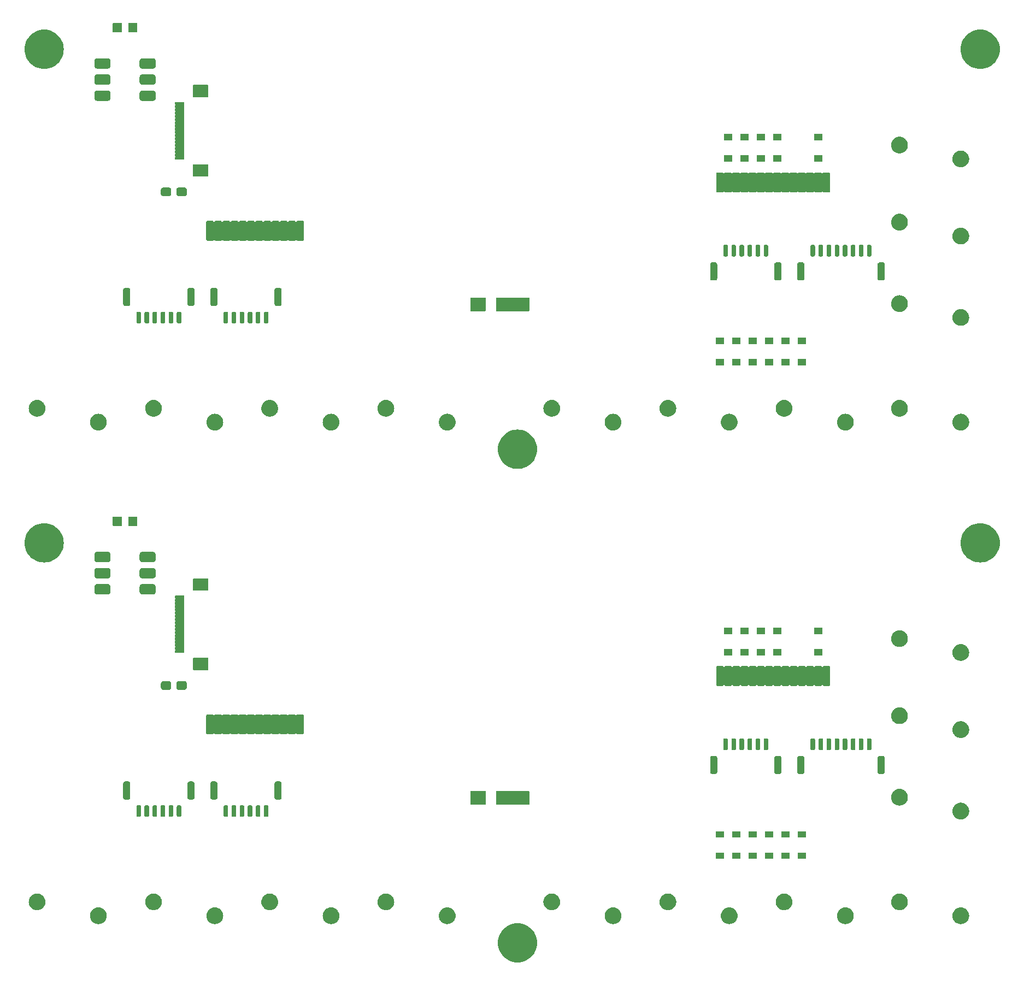
<source format=gbr>
%TF.GenerationSoftware,KiCad,Pcbnew,8.0.8*%
%TF.CreationDate,2025-02-23T19:37:12+09:00*%
%TF.ProjectId,Marre-Cover-V2.2,4d617272-652d-4436-9f76-65722d56322e,rev?*%
%TF.SameCoordinates,Original*%
%TF.FileFunction,Soldermask,Bot*%
%TF.FilePolarity,Negative*%
%FSLAX46Y46*%
G04 Gerber Fmt 4.6, Leading zero omitted, Abs format (unit mm)*
G04 Created by KiCad (PCBNEW 8.0.8) date 2025-02-23 19:37:12*
%MOMM*%
%LPD*%
G01*
G04 APERTURE LIST*
G04 APERTURE END LIST*
G36*
X107341604Y-164168184D02*
G01*
X107678911Y-164225495D01*
X108007681Y-164320212D01*
X108323779Y-164451144D01*
X108623230Y-164616644D01*
X108902267Y-164814632D01*
X109157383Y-165042617D01*
X109385368Y-165297733D01*
X109583356Y-165576770D01*
X109748856Y-165876221D01*
X109879788Y-166192319D01*
X109974505Y-166521089D01*
X110031816Y-166858396D01*
X110051000Y-167200000D01*
X110031816Y-167541604D01*
X109974505Y-167878911D01*
X109879788Y-168207681D01*
X109748856Y-168523779D01*
X109583356Y-168823230D01*
X109385368Y-169102267D01*
X109157383Y-169357383D01*
X108902267Y-169585368D01*
X108623230Y-169783356D01*
X108323779Y-169948856D01*
X108007681Y-170079788D01*
X107678911Y-170174505D01*
X107341604Y-170231816D01*
X107000000Y-170251000D01*
X106658396Y-170231816D01*
X106321089Y-170174505D01*
X105992319Y-170079788D01*
X105676221Y-169948856D01*
X105376770Y-169783356D01*
X105097733Y-169585368D01*
X104842617Y-169357383D01*
X104614632Y-169102267D01*
X104416644Y-168823230D01*
X104251144Y-168523779D01*
X104120212Y-168207681D01*
X104025495Y-167878911D01*
X103968184Y-167541604D01*
X103949000Y-167200000D01*
X103968184Y-166858396D01*
X104025495Y-166521089D01*
X104120212Y-166192319D01*
X104251144Y-165876221D01*
X104416644Y-165576770D01*
X104614632Y-165297733D01*
X104842617Y-165042617D01*
X105097733Y-164814632D01*
X105376770Y-164616644D01*
X105676221Y-164451144D01*
X105992319Y-164320212D01*
X106321089Y-164225495D01*
X106658396Y-164168184D01*
X107000000Y-164149000D01*
X107341604Y-164168184D01*
G37*
G36*
X42115676Y-161693871D02*
G01*
X42167402Y-161693871D01*
X42224412Y-161703384D01*
X42285916Y-161708765D01*
X42334214Y-161721706D01*
X42379271Y-161729225D01*
X42439717Y-161749976D01*
X42504968Y-161767460D01*
X42544936Y-161786097D01*
X42582433Y-161798970D01*
X42644042Y-161832311D01*
X42710500Y-161863301D01*
X42741785Y-161885207D01*
X42771343Y-161901203D01*
X42831511Y-161948033D01*
X42896267Y-161993376D01*
X42919089Y-162016198D01*
X42940851Y-162033136D01*
X42996754Y-162093863D01*
X43056624Y-162153733D01*
X43071735Y-162175315D01*
X43086335Y-162191174D01*
X43135045Y-162265730D01*
X43186699Y-162339500D01*
X43195320Y-162357987D01*
X43203818Y-162370995D01*
X43242382Y-162458914D01*
X43282540Y-162545032D01*
X43286280Y-162558991D01*
X43290102Y-162567704D01*
X43315693Y-162668763D01*
X43341235Y-162764084D01*
X43341975Y-162772546D01*
X43342833Y-162775933D01*
X43352887Y-162897270D01*
X43361000Y-162990000D01*
X43352886Y-163082737D01*
X43342833Y-163204066D01*
X43341975Y-163207452D01*
X43341235Y-163215916D01*
X43315689Y-163311253D01*
X43290102Y-163412295D01*
X43286281Y-163421005D01*
X43282540Y-163434968D01*
X43242375Y-163521101D01*
X43203818Y-163609004D01*
X43195321Y-163622008D01*
X43186699Y-163640500D01*
X43135035Y-163714283D01*
X43086335Y-163788825D01*
X43071738Y-163804680D01*
X43056624Y-163826267D01*
X42996743Y-163886147D01*
X42940851Y-163946863D01*
X42919093Y-163963797D01*
X42896267Y-163986624D01*
X42831498Y-164031975D01*
X42771343Y-164078796D01*
X42741791Y-164094788D01*
X42710500Y-164116699D01*
X42644029Y-164147694D01*
X42582433Y-164181029D01*
X42544944Y-164193898D01*
X42504968Y-164212540D01*
X42439704Y-164230027D01*
X42379271Y-164250774D01*
X42334221Y-164258291D01*
X42285916Y-164271235D01*
X42224408Y-164276616D01*
X42167402Y-164286129D01*
X42115676Y-164286129D01*
X42060000Y-164291000D01*
X42004324Y-164286129D01*
X41952598Y-164286129D01*
X41895590Y-164276616D01*
X41834084Y-164271235D01*
X41785779Y-164258291D01*
X41740728Y-164250774D01*
X41680291Y-164230026D01*
X41615032Y-164212540D01*
X41575058Y-164193900D01*
X41537566Y-164181029D01*
X41475963Y-164147691D01*
X41409500Y-164116699D01*
X41378211Y-164094790D01*
X41348656Y-164078796D01*
X41288491Y-164031968D01*
X41223733Y-163986624D01*
X41200909Y-163963800D01*
X41179148Y-163946863D01*
X41123244Y-163886135D01*
X41063376Y-163826267D01*
X41048264Y-163804685D01*
X41033664Y-163788825D01*
X40984949Y-163714262D01*
X40933301Y-163640500D01*
X40924680Y-163622013D01*
X40916181Y-163609004D01*
X40877607Y-163521065D01*
X40837460Y-163434968D01*
X40833720Y-163421011D01*
X40829897Y-163412295D01*
X40804292Y-163311185D01*
X40778765Y-163215916D01*
X40778025Y-163207458D01*
X40777166Y-163204066D01*
X40767094Y-163082521D01*
X40759000Y-162990000D01*
X40767093Y-162897486D01*
X40777166Y-162775933D01*
X40778025Y-162772540D01*
X40778765Y-162764084D01*
X40804287Y-162668831D01*
X40829897Y-162567704D01*
X40833720Y-162558986D01*
X40837460Y-162545032D01*
X40877600Y-162458950D01*
X40916181Y-162370995D01*
X40924682Y-162357982D01*
X40933301Y-162339500D01*
X40984939Y-162265751D01*
X41033664Y-162191174D01*
X41048267Y-162175310D01*
X41063376Y-162153733D01*
X41123232Y-162093876D01*
X41179148Y-162033136D01*
X41200914Y-162016194D01*
X41223733Y-161993376D01*
X41288478Y-161948040D01*
X41348656Y-161901203D01*
X41378217Y-161885204D01*
X41409500Y-161863301D01*
X41475950Y-161832314D01*
X41537566Y-161798970D01*
X41575066Y-161786096D01*
X41615032Y-161767460D01*
X41680278Y-161749977D01*
X41740728Y-161729225D01*
X41785787Y-161721706D01*
X41834084Y-161708765D01*
X41895587Y-161703384D01*
X41952598Y-161693871D01*
X42004324Y-161693871D01*
X42060000Y-161689000D01*
X42115676Y-161693871D01*
G37*
G36*
X60165676Y-161693871D02*
G01*
X60217402Y-161693871D01*
X60274412Y-161703384D01*
X60335916Y-161708765D01*
X60384214Y-161721706D01*
X60429271Y-161729225D01*
X60489717Y-161749976D01*
X60554968Y-161767460D01*
X60594936Y-161786097D01*
X60632433Y-161798970D01*
X60694042Y-161832311D01*
X60760500Y-161863301D01*
X60791785Y-161885207D01*
X60821343Y-161901203D01*
X60881511Y-161948033D01*
X60946267Y-161993376D01*
X60969089Y-162016198D01*
X60990851Y-162033136D01*
X61046754Y-162093863D01*
X61106624Y-162153733D01*
X61121735Y-162175315D01*
X61136335Y-162191174D01*
X61185045Y-162265730D01*
X61236699Y-162339500D01*
X61245320Y-162357987D01*
X61253818Y-162370995D01*
X61292382Y-162458914D01*
X61332540Y-162545032D01*
X61336280Y-162558991D01*
X61340102Y-162567704D01*
X61365693Y-162668763D01*
X61391235Y-162764084D01*
X61391975Y-162772546D01*
X61392833Y-162775933D01*
X61402887Y-162897270D01*
X61411000Y-162990000D01*
X61402886Y-163082737D01*
X61392833Y-163204066D01*
X61391975Y-163207452D01*
X61391235Y-163215916D01*
X61365689Y-163311253D01*
X61340102Y-163412295D01*
X61336281Y-163421005D01*
X61332540Y-163434968D01*
X61292375Y-163521101D01*
X61253818Y-163609004D01*
X61245321Y-163622008D01*
X61236699Y-163640500D01*
X61185035Y-163714283D01*
X61136335Y-163788825D01*
X61121738Y-163804680D01*
X61106624Y-163826267D01*
X61046743Y-163886147D01*
X60990851Y-163946863D01*
X60969093Y-163963797D01*
X60946267Y-163986624D01*
X60881498Y-164031975D01*
X60821343Y-164078796D01*
X60791791Y-164094788D01*
X60760500Y-164116699D01*
X60694029Y-164147694D01*
X60632433Y-164181029D01*
X60594944Y-164193898D01*
X60554968Y-164212540D01*
X60489704Y-164230027D01*
X60429271Y-164250774D01*
X60384221Y-164258291D01*
X60335916Y-164271235D01*
X60274408Y-164276616D01*
X60217402Y-164286129D01*
X60165676Y-164286129D01*
X60110000Y-164291000D01*
X60054324Y-164286129D01*
X60002598Y-164286129D01*
X59945590Y-164276616D01*
X59884084Y-164271235D01*
X59835779Y-164258291D01*
X59790728Y-164250774D01*
X59730291Y-164230026D01*
X59665032Y-164212540D01*
X59625058Y-164193900D01*
X59587566Y-164181029D01*
X59525963Y-164147691D01*
X59459500Y-164116699D01*
X59428211Y-164094790D01*
X59398656Y-164078796D01*
X59338491Y-164031968D01*
X59273733Y-163986624D01*
X59250909Y-163963800D01*
X59229148Y-163946863D01*
X59173244Y-163886135D01*
X59113376Y-163826267D01*
X59098264Y-163804685D01*
X59083664Y-163788825D01*
X59034949Y-163714262D01*
X58983301Y-163640500D01*
X58974680Y-163622013D01*
X58966181Y-163609004D01*
X58927607Y-163521065D01*
X58887460Y-163434968D01*
X58883720Y-163421011D01*
X58879897Y-163412295D01*
X58854292Y-163311185D01*
X58828765Y-163215916D01*
X58828025Y-163207458D01*
X58827166Y-163204066D01*
X58817094Y-163082521D01*
X58809000Y-162990000D01*
X58817093Y-162897486D01*
X58827166Y-162775933D01*
X58828025Y-162772540D01*
X58828765Y-162764084D01*
X58854287Y-162668831D01*
X58879897Y-162567704D01*
X58883720Y-162558986D01*
X58887460Y-162545032D01*
X58927600Y-162458950D01*
X58966181Y-162370995D01*
X58974682Y-162357982D01*
X58983301Y-162339500D01*
X59034939Y-162265751D01*
X59083664Y-162191174D01*
X59098267Y-162175310D01*
X59113376Y-162153733D01*
X59173232Y-162093876D01*
X59229148Y-162033136D01*
X59250914Y-162016194D01*
X59273733Y-161993376D01*
X59338478Y-161948040D01*
X59398656Y-161901203D01*
X59428217Y-161885204D01*
X59459500Y-161863301D01*
X59525950Y-161832314D01*
X59587566Y-161798970D01*
X59625066Y-161786096D01*
X59665032Y-161767460D01*
X59730278Y-161749977D01*
X59790728Y-161729225D01*
X59835787Y-161721706D01*
X59884084Y-161708765D01*
X59945587Y-161703384D01*
X60002598Y-161693871D01*
X60054324Y-161693871D01*
X60110000Y-161689000D01*
X60165676Y-161693871D01*
G37*
G36*
X78165676Y-161693871D02*
G01*
X78217402Y-161693871D01*
X78274412Y-161703384D01*
X78335916Y-161708765D01*
X78384214Y-161721706D01*
X78429271Y-161729225D01*
X78489717Y-161749976D01*
X78554968Y-161767460D01*
X78594936Y-161786097D01*
X78632433Y-161798970D01*
X78694042Y-161832311D01*
X78760500Y-161863301D01*
X78791785Y-161885207D01*
X78821343Y-161901203D01*
X78881511Y-161948033D01*
X78946267Y-161993376D01*
X78969089Y-162016198D01*
X78990851Y-162033136D01*
X79046754Y-162093863D01*
X79106624Y-162153733D01*
X79121735Y-162175315D01*
X79136335Y-162191174D01*
X79185045Y-162265730D01*
X79236699Y-162339500D01*
X79245320Y-162357987D01*
X79253818Y-162370995D01*
X79292382Y-162458914D01*
X79332540Y-162545032D01*
X79336280Y-162558991D01*
X79340102Y-162567704D01*
X79365693Y-162668763D01*
X79391235Y-162764084D01*
X79391975Y-162772546D01*
X79392833Y-162775933D01*
X79402887Y-162897270D01*
X79411000Y-162990000D01*
X79402886Y-163082737D01*
X79392833Y-163204066D01*
X79391975Y-163207452D01*
X79391235Y-163215916D01*
X79365689Y-163311253D01*
X79340102Y-163412295D01*
X79336281Y-163421005D01*
X79332540Y-163434968D01*
X79292375Y-163521101D01*
X79253818Y-163609004D01*
X79245321Y-163622008D01*
X79236699Y-163640500D01*
X79185035Y-163714283D01*
X79136335Y-163788825D01*
X79121738Y-163804680D01*
X79106624Y-163826267D01*
X79046743Y-163886147D01*
X78990851Y-163946863D01*
X78969093Y-163963797D01*
X78946267Y-163986624D01*
X78881498Y-164031975D01*
X78821343Y-164078796D01*
X78791791Y-164094788D01*
X78760500Y-164116699D01*
X78694029Y-164147694D01*
X78632433Y-164181029D01*
X78594944Y-164193898D01*
X78554968Y-164212540D01*
X78489704Y-164230027D01*
X78429271Y-164250774D01*
X78384221Y-164258291D01*
X78335916Y-164271235D01*
X78274408Y-164276616D01*
X78217402Y-164286129D01*
X78165676Y-164286129D01*
X78110000Y-164291000D01*
X78054324Y-164286129D01*
X78002598Y-164286129D01*
X77945590Y-164276616D01*
X77884084Y-164271235D01*
X77835779Y-164258291D01*
X77790728Y-164250774D01*
X77730291Y-164230026D01*
X77665032Y-164212540D01*
X77625058Y-164193900D01*
X77587566Y-164181029D01*
X77525963Y-164147691D01*
X77459500Y-164116699D01*
X77428211Y-164094790D01*
X77398656Y-164078796D01*
X77338491Y-164031968D01*
X77273733Y-163986624D01*
X77250909Y-163963800D01*
X77229148Y-163946863D01*
X77173244Y-163886135D01*
X77113376Y-163826267D01*
X77098264Y-163804685D01*
X77083664Y-163788825D01*
X77034949Y-163714262D01*
X76983301Y-163640500D01*
X76974680Y-163622013D01*
X76966181Y-163609004D01*
X76927607Y-163521065D01*
X76887460Y-163434968D01*
X76883720Y-163421011D01*
X76879897Y-163412295D01*
X76854292Y-163311185D01*
X76828765Y-163215916D01*
X76828025Y-163207458D01*
X76827166Y-163204066D01*
X76817094Y-163082521D01*
X76809000Y-162990000D01*
X76817093Y-162897486D01*
X76827166Y-162775933D01*
X76828025Y-162772540D01*
X76828765Y-162764084D01*
X76854287Y-162668831D01*
X76879897Y-162567704D01*
X76883720Y-162558986D01*
X76887460Y-162545032D01*
X76927600Y-162458950D01*
X76966181Y-162370995D01*
X76974682Y-162357982D01*
X76983301Y-162339500D01*
X77034939Y-162265751D01*
X77083664Y-162191174D01*
X77098267Y-162175310D01*
X77113376Y-162153733D01*
X77173232Y-162093876D01*
X77229148Y-162033136D01*
X77250914Y-162016194D01*
X77273733Y-161993376D01*
X77338478Y-161948040D01*
X77398656Y-161901203D01*
X77428217Y-161885204D01*
X77459500Y-161863301D01*
X77525950Y-161832314D01*
X77587566Y-161798970D01*
X77625066Y-161786096D01*
X77665032Y-161767460D01*
X77730278Y-161749977D01*
X77790728Y-161729225D01*
X77835787Y-161721706D01*
X77884084Y-161708765D01*
X77945587Y-161703384D01*
X78002598Y-161693871D01*
X78054324Y-161693871D01*
X78110000Y-161689000D01*
X78165676Y-161693871D01*
G37*
G36*
X96165676Y-161693871D02*
G01*
X96217402Y-161693871D01*
X96274412Y-161703384D01*
X96335916Y-161708765D01*
X96384214Y-161721706D01*
X96429271Y-161729225D01*
X96489717Y-161749976D01*
X96554968Y-161767460D01*
X96594936Y-161786097D01*
X96632433Y-161798970D01*
X96694042Y-161832311D01*
X96760500Y-161863301D01*
X96791785Y-161885207D01*
X96821343Y-161901203D01*
X96881511Y-161948033D01*
X96946267Y-161993376D01*
X96969089Y-162016198D01*
X96990851Y-162033136D01*
X97046754Y-162093863D01*
X97106624Y-162153733D01*
X97121735Y-162175315D01*
X97136335Y-162191174D01*
X97185045Y-162265730D01*
X97236699Y-162339500D01*
X97245320Y-162357987D01*
X97253818Y-162370995D01*
X97292382Y-162458914D01*
X97332540Y-162545032D01*
X97336280Y-162558991D01*
X97340102Y-162567704D01*
X97365693Y-162668763D01*
X97391235Y-162764084D01*
X97391975Y-162772546D01*
X97392833Y-162775933D01*
X97402887Y-162897270D01*
X97411000Y-162990000D01*
X97402886Y-163082737D01*
X97392833Y-163204066D01*
X97391975Y-163207452D01*
X97391235Y-163215916D01*
X97365689Y-163311253D01*
X97340102Y-163412295D01*
X97336281Y-163421005D01*
X97332540Y-163434968D01*
X97292375Y-163521101D01*
X97253818Y-163609004D01*
X97245321Y-163622008D01*
X97236699Y-163640500D01*
X97185035Y-163714283D01*
X97136335Y-163788825D01*
X97121738Y-163804680D01*
X97106624Y-163826267D01*
X97046743Y-163886147D01*
X96990851Y-163946863D01*
X96969093Y-163963797D01*
X96946267Y-163986624D01*
X96881498Y-164031975D01*
X96821343Y-164078796D01*
X96791791Y-164094788D01*
X96760500Y-164116699D01*
X96694029Y-164147694D01*
X96632433Y-164181029D01*
X96594944Y-164193898D01*
X96554968Y-164212540D01*
X96489704Y-164230027D01*
X96429271Y-164250774D01*
X96384221Y-164258291D01*
X96335916Y-164271235D01*
X96274408Y-164276616D01*
X96217402Y-164286129D01*
X96165676Y-164286129D01*
X96110000Y-164291000D01*
X96054324Y-164286129D01*
X96002598Y-164286129D01*
X95945590Y-164276616D01*
X95884084Y-164271235D01*
X95835779Y-164258291D01*
X95790728Y-164250774D01*
X95730291Y-164230026D01*
X95665032Y-164212540D01*
X95625058Y-164193900D01*
X95587566Y-164181029D01*
X95525963Y-164147691D01*
X95459500Y-164116699D01*
X95428211Y-164094790D01*
X95398656Y-164078796D01*
X95338491Y-164031968D01*
X95273733Y-163986624D01*
X95250909Y-163963800D01*
X95229148Y-163946863D01*
X95173244Y-163886135D01*
X95113376Y-163826267D01*
X95098264Y-163804685D01*
X95083664Y-163788825D01*
X95034949Y-163714262D01*
X94983301Y-163640500D01*
X94974680Y-163622013D01*
X94966181Y-163609004D01*
X94927607Y-163521065D01*
X94887460Y-163434968D01*
X94883720Y-163421011D01*
X94879897Y-163412295D01*
X94854292Y-163311185D01*
X94828765Y-163215916D01*
X94828025Y-163207458D01*
X94827166Y-163204066D01*
X94817094Y-163082521D01*
X94809000Y-162990000D01*
X94817093Y-162897486D01*
X94827166Y-162775933D01*
X94828025Y-162772540D01*
X94828765Y-162764084D01*
X94854287Y-162668831D01*
X94879897Y-162567704D01*
X94883720Y-162558986D01*
X94887460Y-162545032D01*
X94927600Y-162458950D01*
X94966181Y-162370995D01*
X94974682Y-162357982D01*
X94983301Y-162339500D01*
X95034939Y-162265751D01*
X95083664Y-162191174D01*
X95098267Y-162175310D01*
X95113376Y-162153733D01*
X95173232Y-162093876D01*
X95229148Y-162033136D01*
X95250914Y-162016194D01*
X95273733Y-161993376D01*
X95338478Y-161948040D01*
X95398656Y-161901203D01*
X95428217Y-161885204D01*
X95459500Y-161863301D01*
X95525950Y-161832314D01*
X95587566Y-161798970D01*
X95625066Y-161786096D01*
X95665032Y-161767460D01*
X95730278Y-161749977D01*
X95790728Y-161729225D01*
X95835787Y-161721706D01*
X95884084Y-161708765D01*
X95945587Y-161703384D01*
X96002598Y-161693871D01*
X96054324Y-161693871D01*
X96110000Y-161689000D01*
X96165676Y-161693871D01*
G37*
G36*
X121865676Y-161693871D02*
G01*
X121917402Y-161693871D01*
X121974412Y-161703384D01*
X122035916Y-161708765D01*
X122084214Y-161721706D01*
X122129271Y-161729225D01*
X122189717Y-161749976D01*
X122254968Y-161767460D01*
X122294936Y-161786097D01*
X122332433Y-161798970D01*
X122394042Y-161832311D01*
X122460500Y-161863301D01*
X122491785Y-161885207D01*
X122521343Y-161901203D01*
X122581511Y-161948033D01*
X122646267Y-161993376D01*
X122669089Y-162016198D01*
X122690851Y-162033136D01*
X122746754Y-162093863D01*
X122806624Y-162153733D01*
X122821735Y-162175315D01*
X122836335Y-162191174D01*
X122885045Y-162265730D01*
X122936699Y-162339500D01*
X122945320Y-162357987D01*
X122953818Y-162370995D01*
X122992382Y-162458914D01*
X123032540Y-162545032D01*
X123036280Y-162558991D01*
X123040102Y-162567704D01*
X123065693Y-162668763D01*
X123091235Y-162764084D01*
X123091975Y-162772546D01*
X123092833Y-162775933D01*
X123102887Y-162897270D01*
X123111000Y-162990000D01*
X123102886Y-163082737D01*
X123092833Y-163204066D01*
X123091975Y-163207452D01*
X123091235Y-163215916D01*
X123065689Y-163311253D01*
X123040102Y-163412295D01*
X123036281Y-163421005D01*
X123032540Y-163434968D01*
X122992375Y-163521101D01*
X122953818Y-163609004D01*
X122945321Y-163622008D01*
X122936699Y-163640500D01*
X122885035Y-163714283D01*
X122836335Y-163788825D01*
X122821738Y-163804680D01*
X122806624Y-163826267D01*
X122746743Y-163886147D01*
X122690851Y-163946863D01*
X122669093Y-163963797D01*
X122646267Y-163986624D01*
X122581498Y-164031975D01*
X122521343Y-164078796D01*
X122491791Y-164094788D01*
X122460500Y-164116699D01*
X122394029Y-164147694D01*
X122332433Y-164181029D01*
X122294944Y-164193898D01*
X122254968Y-164212540D01*
X122189704Y-164230027D01*
X122129271Y-164250774D01*
X122084221Y-164258291D01*
X122035916Y-164271235D01*
X121974408Y-164276616D01*
X121917402Y-164286129D01*
X121865676Y-164286129D01*
X121810000Y-164291000D01*
X121754324Y-164286129D01*
X121702598Y-164286129D01*
X121645590Y-164276616D01*
X121584084Y-164271235D01*
X121535779Y-164258291D01*
X121490728Y-164250774D01*
X121430291Y-164230026D01*
X121365032Y-164212540D01*
X121325058Y-164193900D01*
X121287566Y-164181029D01*
X121225963Y-164147691D01*
X121159500Y-164116699D01*
X121128211Y-164094790D01*
X121098656Y-164078796D01*
X121038491Y-164031968D01*
X120973733Y-163986624D01*
X120950909Y-163963800D01*
X120929148Y-163946863D01*
X120873244Y-163886135D01*
X120813376Y-163826267D01*
X120798264Y-163804685D01*
X120783664Y-163788825D01*
X120734949Y-163714262D01*
X120683301Y-163640500D01*
X120674680Y-163622013D01*
X120666181Y-163609004D01*
X120627607Y-163521065D01*
X120587460Y-163434968D01*
X120583720Y-163421011D01*
X120579897Y-163412295D01*
X120554292Y-163311185D01*
X120528765Y-163215916D01*
X120528025Y-163207458D01*
X120527166Y-163204066D01*
X120517094Y-163082521D01*
X120509000Y-162990000D01*
X120517093Y-162897486D01*
X120527166Y-162775933D01*
X120528025Y-162772540D01*
X120528765Y-162764084D01*
X120554287Y-162668831D01*
X120579897Y-162567704D01*
X120583720Y-162558986D01*
X120587460Y-162545032D01*
X120627600Y-162458950D01*
X120666181Y-162370995D01*
X120674682Y-162357982D01*
X120683301Y-162339500D01*
X120734939Y-162265751D01*
X120783664Y-162191174D01*
X120798267Y-162175310D01*
X120813376Y-162153733D01*
X120873232Y-162093876D01*
X120929148Y-162033136D01*
X120950914Y-162016194D01*
X120973733Y-161993376D01*
X121038478Y-161948040D01*
X121098656Y-161901203D01*
X121128217Y-161885204D01*
X121159500Y-161863301D01*
X121225950Y-161832314D01*
X121287566Y-161798970D01*
X121325066Y-161786096D01*
X121365032Y-161767460D01*
X121430278Y-161749977D01*
X121490728Y-161729225D01*
X121535787Y-161721706D01*
X121584084Y-161708765D01*
X121645587Y-161703384D01*
X121702598Y-161693871D01*
X121754324Y-161693871D01*
X121810000Y-161689000D01*
X121865676Y-161693871D01*
G37*
G36*
X139865676Y-161693871D02*
G01*
X139917402Y-161693871D01*
X139974412Y-161703384D01*
X140035916Y-161708765D01*
X140084214Y-161721706D01*
X140129271Y-161729225D01*
X140189717Y-161749976D01*
X140254968Y-161767460D01*
X140294936Y-161786097D01*
X140332433Y-161798970D01*
X140394042Y-161832311D01*
X140460500Y-161863301D01*
X140491785Y-161885207D01*
X140521343Y-161901203D01*
X140581511Y-161948033D01*
X140646267Y-161993376D01*
X140669089Y-162016198D01*
X140690851Y-162033136D01*
X140746754Y-162093863D01*
X140806624Y-162153733D01*
X140821735Y-162175315D01*
X140836335Y-162191174D01*
X140885045Y-162265730D01*
X140936699Y-162339500D01*
X140945320Y-162357987D01*
X140953818Y-162370995D01*
X140992382Y-162458914D01*
X141032540Y-162545032D01*
X141036280Y-162558991D01*
X141040102Y-162567704D01*
X141065693Y-162668763D01*
X141091235Y-162764084D01*
X141091975Y-162772546D01*
X141092833Y-162775933D01*
X141102887Y-162897270D01*
X141111000Y-162990000D01*
X141102886Y-163082737D01*
X141092833Y-163204066D01*
X141091975Y-163207452D01*
X141091235Y-163215916D01*
X141065689Y-163311253D01*
X141040102Y-163412295D01*
X141036281Y-163421005D01*
X141032540Y-163434968D01*
X140992375Y-163521101D01*
X140953818Y-163609004D01*
X140945321Y-163622008D01*
X140936699Y-163640500D01*
X140885035Y-163714283D01*
X140836335Y-163788825D01*
X140821738Y-163804680D01*
X140806624Y-163826267D01*
X140746743Y-163886147D01*
X140690851Y-163946863D01*
X140669093Y-163963797D01*
X140646267Y-163986624D01*
X140581498Y-164031975D01*
X140521343Y-164078796D01*
X140491791Y-164094788D01*
X140460500Y-164116699D01*
X140394029Y-164147694D01*
X140332433Y-164181029D01*
X140294944Y-164193898D01*
X140254968Y-164212540D01*
X140189704Y-164230027D01*
X140129271Y-164250774D01*
X140084221Y-164258291D01*
X140035916Y-164271235D01*
X139974408Y-164276616D01*
X139917402Y-164286129D01*
X139865676Y-164286129D01*
X139810000Y-164291000D01*
X139754324Y-164286129D01*
X139702598Y-164286129D01*
X139645590Y-164276616D01*
X139584084Y-164271235D01*
X139535779Y-164258291D01*
X139490728Y-164250774D01*
X139430291Y-164230026D01*
X139365032Y-164212540D01*
X139325058Y-164193900D01*
X139287566Y-164181029D01*
X139225963Y-164147691D01*
X139159500Y-164116699D01*
X139128211Y-164094790D01*
X139098656Y-164078796D01*
X139038491Y-164031968D01*
X138973733Y-163986624D01*
X138950909Y-163963800D01*
X138929148Y-163946863D01*
X138873244Y-163886135D01*
X138813376Y-163826267D01*
X138798264Y-163804685D01*
X138783664Y-163788825D01*
X138734949Y-163714262D01*
X138683301Y-163640500D01*
X138674680Y-163622013D01*
X138666181Y-163609004D01*
X138627607Y-163521065D01*
X138587460Y-163434968D01*
X138583720Y-163421011D01*
X138579897Y-163412295D01*
X138554292Y-163311185D01*
X138528765Y-163215916D01*
X138528025Y-163207458D01*
X138527166Y-163204066D01*
X138517094Y-163082521D01*
X138509000Y-162990000D01*
X138517093Y-162897486D01*
X138527166Y-162775933D01*
X138528025Y-162772540D01*
X138528765Y-162764084D01*
X138554287Y-162668831D01*
X138579897Y-162567704D01*
X138583720Y-162558986D01*
X138587460Y-162545032D01*
X138627600Y-162458950D01*
X138666181Y-162370995D01*
X138674682Y-162357982D01*
X138683301Y-162339500D01*
X138734939Y-162265751D01*
X138783664Y-162191174D01*
X138798267Y-162175310D01*
X138813376Y-162153733D01*
X138873232Y-162093876D01*
X138929148Y-162033136D01*
X138950914Y-162016194D01*
X138973733Y-161993376D01*
X139038478Y-161948040D01*
X139098656Y-161901203D01*
X139128217Y-161885204D01*
X139159500Y-161863301D01*
X139225950Y-161832314D01*
X139287566Y-161798970D01*
X139325066Y-161786096D01*
X139365032Y-161767460D01*
X139430278Y-161749977D01*
X139490728Y-161729225D01*
X139535787Y-161721706D01*
X139584084Y-161708765D01*
X139645587Y-161703384D01*
X139702598Y-161693871D01*
X139754324Y-161693871D01*
X139810000Y-161689000D01*
X139865676Y-161693871D01*
G37*
G36*
X157865676Y-161693871D02*
G01*
X157917402Y-161693871D01*
X157974412Y-161703384D01*
X158035916Y-161708765D01*
X158084214Y-161721706D01*
X158129271Y-161729225D01*
X158189717Y-161749976D01*
X158254968Y-161767460D01*
X158294936Y-161786097D01*
X158332433Y-161798970D01*
X158394042Y-161832311D01*
X158460500Y-161863301D01*
X158491785Y-161885207D01*
X158521343Y-161901203D01*
X158581511Y-161948033D01*
X158646267Y-161993376D01*
X158669089Y-162016198D01*
X158690851Y-162033136D01*
X158746754Y-162093863D01*
X158806624Y-162153733D01*
X158821735Y-162175315D01*
X158836335Y-162191174D01*
X158885045Y-162265730D01*
X158936699Y-162339500D01*
X158945320Y-162357987D01*
X158953818Y-162370995D01*
X158992382Y-162458914D01*
X159032540Y-162545032D01*
X159036280Y-162558991D01*
X159040102Y-162567704D01*
X159065693Y-162668763D01*
X159091235Y-162764084D01*
X159091975Y-162772546D01*
X159092833Y-162775933D01*
X159102887Y-162897270D01*
X159111000Y-162990000D01*
X159102886Y-163082737D01*
X159092833Y-163204066D01*
X159091975Y-163207452D01*
X159091235Y-163215916D01*
X159065689Y-163311253D01*
X159040102Y-163412295D01*
X159036281Y-163421005D01*
X159032540Y-163434968D01*
X158992375Y-163521101D01*
X158953818Y-163609004D01*
X158945321Y-163622008D01*
X158936699Y-163640500D01*
X158885035Y-163714283D01*
X158836335Y-163788825D01*
X158821738Y-163804680D01*
X158806624Y-163826267D01*
X158746743Y-163886147D01*
X158690851Y-163946863D01*
X158669093Y-163963797D01*
X158646267Y-163986624D01*
X158581498Y-164031975D01*
X158521343Y-164078796D01*
X158491791Y-164094788D01*
X158460500Y-164116699D01*
X158394029Y-164147694D01*
X158332433Y-164181029D01*
X158294944Y-164193898D01*
X158254968Y-164212540D01*
X158189704Y-164230027D01*
X158129271Y-164250774D01*
X158084221Y-164258291D01*
X158035916Y-164271235D01*
X157974408Y-164276616D01*
X157917402Y-164286129D01*
X157865676Y-164286129D01*
X157810000Y-164291000D01*
X157754324Y-164286129D01*
X157702598Y-164286129D01*
X157645590Y-164276616D01*
X157584084Y-164271235D01*
X157535779Y-164258291D01*
X157490728Y-164250774D01*
X157430291Y-164230026D01*
X157365032Y-164212540D01*
X157325058Y-164193900D01*
X157287566Y-164181029D01*
X157225963Y-164147691D01*
X157159500Y-164116699D01*
X157128211Y-164094790D01*
X157098656Y-164078796D01*
X157038491Y-164031968D01*
X156973733Y-163986624D01*
X156950909Y-163963800D01*
X156929148Y-163946863D01*
X156873244Y-163886135D01*
X156813376Y-163826267D01*
X156798264Y-163804685D01*
X156783664Y-163788825D01*
X156734949Y-163714262D01*
X156683301Y-163640500D01*
X156674680Y-163622013D01*
X156666181Y-163609004D01*
X156627607Y-163521065D01*
X156587460Y-163434968D01*
X156583720Y-163421011D01*
X156579897Y-163412295D01*
X156554292Y-163311185D01*
X156528765Y-163215916D01*
X156528025Y-163207458D01*
X156527166Y-163204066D01*
X156517094Y-163082521D01*
X156509000Y-162990000D01*
X156517093Y-162897486D01*
X156527166Y-162775933D01*
X156528025Y-162772540D01*
X156528765Y-162764084D01*
X156554287Y-162668831D01*
X156579897Y-162567704D01*
X156583720Y-162558986D01*
X156587460Y-162545032D01*
X156627600Y-162458950D01*
X156666181Y-162370995D01*
X156674682Y-162357982D01*
X156683301Y-162339500D01*
X156734939Y-162265751D01*
X156783664Y-162191174D01*
X156798267Y-162175310D01*
X156813376Y-162153733D01*
X156873232Y-162093876D01*
X156929148Y-162033136D01*
X156950914Y-162016194D01*
X156973733Y-161993376D01*
X157038478Y-161948040D01*
X157098656Y-161901203D01*
X157128217Y-161885204D01*
X157159500Y-161863301D01*
X157225950Y-161832314D01*
X157287566Y-161798970D01*
X157325066Y-161786096D01*
X157365032Y-161767460D01*
X157430278Y-161749977D01*
X157490728Y-161729225D01*
X157535787Y-161721706D01*
X157584084Y-161708765D01*
X157645587Y-161703384D01*
X157702598Y-161693871D01*
X157754324Y-161693871D01*
X157810000Y-161689000D01*
X157865676Y-161693871D01*
G37*
G36*
X175745676Y-161693871D02*
G01*
X175797402Y-161693871D01*
X175854412Y-161703384D01*
X175915916Y-161708765D01*
X175964214Y-161721706D01*
X176009271Y-161729225D01*
X176069717Y-161749976D01*
X176134968Y-161767460D01*
X176174936Y-161786097D01*
X176212433Y-161798970D01*
X176274042Y-161832311D01*
X176340500Y-161863301D01*
X176371785Y-161885207D01*
X176401343Y-161901203D01*
X176461511Y-161948033D01*
X176526267Y-161993376D01*
X176549089Y-162016198D01*
X176570851Y-162033136D01*
X176626754Y-162093863D01*
X176686624Y-162153733D01*
X176701735Y-162175315D01*
X176716335Y-162191174D01*
X176765045Y-162265730D01*
X176816699Y-162339500D01*
X176825320Y-162357987D01*
X176833818Y-162370995D01*
X176872382Y-162458914D01*
X176912540Y-162545032D01*
X176916280Y-162558991D01*
X176920102Y-162567704D01*
X176945693Y-162668763D01*
X176971235Y-162764084D01*
X176971975Y-162772546D01*
X176972833Y-162775933D01*
X176982887Y-162897270D01*
X176991000Y-162990000D01*
X176982886Y-163082737D01*
X176972833Y-163204066D01*
X176971975Y-163207452D01*
X176971235Y-163215916D01*
X176945689Y-163311253D01*
X176920102Y-163412295D01*
X176916281Y-163421005D01*
X176912540Y-163434968D01*
X176872375Y-163521101D01*
X176833818Y-163609004D01*
X176825321Y-163622008D01*
X176816699Y-163640500D01*
X176765035Y-163714283D01*
X176716335Y-163788825D01*
X176701738Y-163804680D01*
X176686624Y-163826267D01*
X176626743Y-163886147D01*
X176570851Y-163946863D01*
X176549093Y-163963797D01*
X176526267Y-163986624D01*
X176461498Y-164031975D01*
X176401343Y-164078796D01*
X176371791Y-164094788D01*
X176340500Y-164116699D01*
X176274029Y-164147694D01*
X176212433Y-164181029D01*
X176174944Y-164193898D01*
X176134968Y-164212540D01*
X176069704Y-164230027D01*
X176009271Y-164250774D01*
X175964221Y-164258291D01*
X175915916Y-164271235D01*
X175854408Y-164276616D01*
X175797402Y-164286129D01*
X175745676Y-164286129D01*
X175690000Y-164291000D01*
X175634324Y-164286129D01*
X175582598Y-164286129D01*
X175525590Y-164276616D01*
X175464084Y-164271235D01*
X175415779Y-164258291D01*
X175370728Y-164250774D01*
X175310291Y-164230026D01*
X175245032Y-164212540D01*
X175205058Y-164193900D01*
X175167566Y-164181029D01*
X175105963Y-164147691D01*
X175039500Y-164116699D01*
X175008211Y-164094790D01*
X174978656Y-164078796D01*
X174918491Y-164031968D01*
X174853733Y-163986624D01*
X174830909Y-163963800D01*
X174809148Y-163946863D01*
X174753244Y-163886135D01*
X174693376Y-163826267D01*
X174678264Y-163804685D01*
X174663664Y-163788825D01*
X174614949Y-163714262D01*
X174563301Y-163640500D01*
X174554680Y-163622013D01*
X174546181Y-163609004D01*
X174507607Y-163521065D01*
X174467460Y-163434968D01*
X174463720Y-163421011D01*
X174459897Y-163412295D01*
X174434292Y-163311185D01*
X174408765Y-163215916D01*
X174408025Y-163207458D01*
X174407166Y-163204066D01*
X174397094Y-163082521D01*
X174389000Y-162990000D01*
X174397093Y-162897486D01*
X174407166Y-162775933D01*
X174408025Y-162772540D01*
X174408765Y-162764084D01*
X174434287Y-162668831D01*
X174459897Y-162567704D01*
X174463720Y-162558986D01*
X174467460Y-162545032D01*
X174507600Y-162458950D01*
X174546181Y-162370995D01*
X174554682Y-162357982D01*
X174563301Y-162339500D01*
X174614939Y-162265751D01*
X174663664Y-162191174D01*
X174678267Y-162175310D01*
X174693376Y-162153733D01*
X174753232Y-162093876D01*
X174809148Y-162033136D01*
X174830914Y-162016194D01*
X174853733Y-161993376D01*
X174918478Y-161948040D01*
X174978656Y-161901203D01*
X175008217Y-161885204D01*
X175039500Y-161863301D01*
X175105950Y-161832314D01*
X175167566Y-161798970D01*
X175205066Y-161786096D01*
X175245032Y-161767460D01*
X175310278Y-161749977D01*
X175370728Y-161729225D01*
X175415787Y-161721706D01*
X175464084Y-161708765D01*
X175525587Y-161703384D01*
X175582598Y-161693871D01*
X175634324Y-161693871D01*
X175690000Y-161689000D01*
X175745676Y-161693871D01*
G37*
G36*
X32615676Y-159543871D02*
G01*
X32667402Y-159543871D01*
X32724412Y-159553384D01*
X32785916Y-159558765D01*
X32834214Y-159571706D01*
X32879271Y-159579225D01*
X32939717Y-159599976D01*
X33004968Y-159617460D01*
X33044936Y-159636097D01*
X33082433Y-159648970D01*
X33144042Y-159682311D01*
X33210500Y-159713301D01*
X33241785Y-159735207D01*
X33271343Y-159751203D01*
X33331511Y-159798033D01*
X33396267Y-159843376D01*
X33419089Y-159866198D01*
X33440851Y-159883136D01*
X33496754Y-159943863D01*
X33556624Y-160003733D01*
X33571735Y-160025315D01*
X33586335Y-160041174D01*
X33635045Y-160115730D01*
X33686699Y-160189500D01*
X33695320Y-160207987D01*
X33703818Y-160220995D01*
X33742382Y-160308914D01*
X33782540Y-160395032D01*
X33786280Y-160408991D01*
X33790102Y-160417704D01*
X33815693Y-160518763D01*
X33841235Y-160614084D01*
X33841975Y-160622546D01*
X33842833Y-160625933D01*
X33852887Y-160747270D01*
X33861000Y-160840000D01*
X33852886Y-160932737D01*
X33842833Y-161054066D01*
X33841975Y-161057452D01*
X33841235Y-161065916D01*
X33815689Y-161161253D01*
X33790102Y-161262295D01*
X33786281Y-161271005D01*
X33782540Y-161284968D01*
X33742375Y-161371101D01*
X33703818Y-161459004D01*
X33695321Y-161472008D01*
X33686699Y-161490500D01*
X33635035Y-161564283D01*
X33586335Y-161638825D01*
X33571738Y-161654680D01*
X33556624Y-161676267D01*
X33496743Y-161736147D01*
X33440851Y-161796863D01*
X33419093Y-161813797D01*
X33396267Y-161836624D01*
X33331498Y-161881975D01*
X33271343Y-161928796D01*
X33241791Y-161944788D01*
X33210500Y-161966699D01*
X33144029Y-161997694D01*
X33082433Y-162031029D01*
X33044944Y-162043898D01*
X33004968Y-162062540D01*
X32939704Y-162080027D01*
X32879271Y-162100774D01*
X32834221Y-162108291D01*
X32785916Y-162121235D01*
X32724408Y-162126616D01*
X32667402Y-162136129D01*
X32615676Y-162136129D01*
X32560000Y-162141000D01*
X32504324Y-162136129D01*
X32452598Y-162136129D01*
X32395590Y-162126616D01*
X32334084Y-162121235D01*
X32285779Y-162108291D01*
X32240728Y-162100774D01*
X32180291Y-162080026D01*
X32115032Y-162062540D01*
X32075058Y-162043900D01*
X32037566Y-162031029D01*
X31975963Y-161997691D01*
X31909500Y-161966699D01*
X31878211Y-161944790D01*
X31848656Y-161928796D01*
X31788491Y-161881968D01*
X31723733Y-161836624D01*
X31700909Y-161813800D01*
X31679148Y-161796863D01*
X31623244Y-161736135D01*
X31563376Y-161676267D01*
X31548264Y-161654685D01*
X31533664Y-161638825D01*
X31484949Y-161564262D01*
X31433301Y-161490500D01*
X31424680Y-161472013D01*
X31416181Y-161459004D01*
X31377607Y-161371065D01*
X31337460Y-161284968D01*
X31333720Y-161271011D01*
X31329897Y-161262295D01*
X31304292Y-161161185D01*
X31278765Y-161065916D01*
X31278025Y-161057458D01*
X31277166Y-161054066D01*
X31267094Y-160932521D01*
X31259000Y-160840000D01*
X31267093Y-160747486D01*
X31277166Y-160625933D01*
X31278025Y-160622540D01*
X31278765Y-160614084D01*
X31304287Y-160518831D01*
X31329897Y-160417704D01*
X31333720Y-160408986D01*
X31337460Y-160395032D01*
X31377600Y-160308950D01*
X31416181Y-160220995D01*
X31424682Y-160207982D01*
X31433301Y-160189500D01*
X31484939Y-160115751D01*
X31533664Y-160041174D01*
X31548267Y-160025310D01*
X31563376Y-160003733D01*
X31623232Y-159943876D01*
X31679148Y-159883136D01*
X31700914Y-159866194D01*
X31723733Y-159843376D01*
X31788478Y-159798040D01*
X31848656Y-159751203D01*
X31878217Y-159735204D01*
X31909500Y-159713301D01*
X31975950Y-159682314D01*
X32037566Y-159648970D01*
X32075066Y-159636096D01*
X32115032Y-159617460D01*
X32180278Y-159599977D01*
X32240728Y-159579225D01*
X32285787Y-159571706D01*
X32334084Y-159558765D01*
X32395587Y-159553384D01*
X32452598Y-159543871D01*
X32504324Y-159543871D01*
X32560000Y-159539000D01*
X32615676Y-159543871D01*
G37*
G36*
X50665676Y-159543871D02*
G01*
X50717402Y-159543871D01*
X50774412Y-159553384D01*
X50835916Y-159558765D01*
X50884214Y-159571706D01*
X50929271Y-159579225D01*
X50989717Y-159599976D01*
X51054968Y-159617460D01*
X51094936Y-159636097D01*
X51132433Y-159648970D01*
X51194042Y-159682311D01*
X51260500Y-159713301D01*
X51291785Y-159735207D01*
X51321343Y-159751203D01*
X51381511Y-159798033D01*
X51446267Y-159843376D01*
X51469089Y-159866198D01*
X51490851Y-159883136D01*
X51546754Y-159943863D01*
X51606624Y-160003733D01*
X51621735Y-160025315D01*
X51636335Y-160041174D01*
X51685045Y-160115730D01*
X51736699Y-160189500D01*
X51745320Y-160207987D01*
X51753818Y-160220995D01*
X51792382Y-160308914D01*
X51832540Y-160395032D01*
X51836280Y-160408991D01*
X51840102Y-160417704D01*
X51865693Y-160518763D01*
X51891235Y-160614084D01*
X51891975Y-160622546D01*
X51892833Y-160625933D01*
X51902887Y-160747270D01*
X51911000Y-160840000D01*
X51902886Y-160932737D01*
X51892833Y-161054066D01*
X51891975Y-161057452D01*
X51891235Y-161065916D01*
X51865689Y-161161253D01*
X51840102Y-161262295D01*
X51836281Y-161271005D01*
X51832540Y-161284968D01*
X51792375Y-161371101D01*
X51753818Y-161459004D01*
X51745321Y-161472008D01*
X51736699Y-161490500D01*
X51685035Y-161564283D01*
X51636335Y-161638825D01*
X51621738Y-161654680D01*
X51606624Y-161676267D01*
X51546743Y-161736147D01*
X51490851Y-161796863D01*
X51469093Y-161813797D01*
X51446267Y-161836624D01*
X51381498Y-161881975D01*
X51321343Y-161928796D01*
X51291791Y-161944788D01*
X51260500Y-161966699D01*
X51194029Y-161997694D01*
X51132433Y-162031029D01*
X51094944Y-162043898D01*
X51054968Y-162062540D01*
X50989704Y-162080027D01*
X50929271Y-162100774D01*
X50884221Y-162108291D01*
X50835916Y-162121235D01*
X50774408Y-162126616D01*
X50717402Y-162136129D01*
X50665676Y-162136129D01*
X50610000Y-162141000D01*
X50554324Y-162136129D01*
X50502598Y-162136129D01*
X50445590Y-162126616D01*
X50384084Y-162121235D01*
X50335779Y-162108291D01*
X50290728Y-162100774D01*
X50230291Y-162080026D01*
X50165032Y-162062540D01*
X50125058Y-162043900D01*
X50087566Y-162031029D01*
X50025963Y-161997691D01*
X49959500Y-161966699D01*
X49928211Y-161944790D01*
X49898656Y-161928796D01*
X49838491Y-161881968D01*
X49773733Y-161836624D01*
X49750909Y-161813800D01*
X49729148Y-161796863D01*
X49673244Y-161736135D01*
X49613376Y-161676267D01*
X49598264Y-161654685D01*
X49583664Y-161638825D01*
X49534949Y-161564262D01*
X49483301Y-161490500D01*
X49474680Y-161472013D01*
X49466181Y-161459004D01*
X49427607Y-161371065D01*
X49387460Y-161284968D01*
X49383720Y-161271011D01*
X49379897Y-161262295D01*
X49354292Y-161161185D01*
X49328765Y-161065916D01*
X49328025Y-161057458D01*
X49327166Y-161054066D01*
X49317094Y-160932521D01*
X49309000Y-160840000D01*
X49317093Y-160747486D01*
X49327166Y-160625933D01*
X49328025Y-160622540D01*
X49328765Y-160614084D01*
X49354287Y-160518831D01*
X49379897Y-160417704D01*
X49383720Y-160408986D01*
X49387460Y-160395032D01*
X49427600Y-160308950D01*
X49466181Y-160220995D01*
X49474682Y-160207982D01*
X49483301Y-160189500D01*
X49534939Y-160115751D01*
X49583664Y-160041174D01*
X49598267Y-160025310D01*
X49613376Y-160003733D01*
X49673232Y-159943876D01*
X49729148Y-159883136D01*
X49750914Y-159866194D01*
X49773733Y-159843376D01*
X49838478Y-159798040D01*
X49898656Y-159751203D01*
X49928217Y-159735204D01*
X49959500Y-159713301D01*
X50025950Y-159682314D01*
X50087566Y-159648970D01*
X50125066Y-159636096D01*
X50165032Y-159617460D01*
X50230278Y-159599977D01*
X50290728Y-159579225D01*
X50335787Y-159571706D01*
X50384084Y-159558765D01*
X50445587Y-159553384D01*
X50502598Y-159543871D01*
X50554324Y-159543871D01*
X50610000Y-159539000D01*
X50665676Y-159543871D01*
G37*
G36*
X68665676Y-159543871D02*
G01*
X68717402Y-159543871D01*
X68774412Y-159553384D01*
X68835916Y-159558765D01*
X68884214Y-159571706D01*
X68929271Y-159579225D01*
X68989717Y-159599976D01*
X69054968Y-159617460D01*
X69094936Y-159636097D01*
X69132433Y-159648970D01*
X69194042Y-159682311D01*
X69260500Y-159713301D01*
X69291785Y-159735207D01*
X69321343Y-159751203D01*
X69381511Y-159798033D01*
X69446267Y-159843376D01*
X69469089Y-159866198D01*
X69490851Y-159883136D01*
X69546754Y-159943863D01*
X69606624Y-160003733D01*
X69621735Y-160025315D01*
X69636335Y-160041174D01*
X69685045Y-160115730D01*
X69736699Y-160189500D01*
X69745320Y-160207987D01*
X69753818Y-160220995D01*
X69792382Y-160308914D01*
X69832540Y-160395032D01*
X69836280Y-160408991D01*
X69840102Y-160417704D01*
X69865693Y-160518763D01*
X69891235Y-160614084D01*
X69891975Y-160622546D01*
X69892833Y-160625933D01*
X69902887Y-160747270D01*
X69911000Y-160840000D01*
X69902886Y-160932737D01*
X69892833Y-161054066D01*
X69891975Y-161057452D01*
X69891235Y-161065916D01*
X69865689Y-161161253D01*
X69840102Y-161262295D01*
X69836281Y-161271005D01*
X69832540Y-161284968D01*
X69792375Y-161371101D01*
X69753818Y-161459004D01*
X69745321Y-161472008D01*
X69736699Y-161490500D01*
X69685035Y-161564283D01*
X69636335Y-161638825D01*
X69621738Y-161654680D01*
X69606624Y-161676267D01*
X69546743Y-161736147D01*
X69490851Y-161796863D01*
X69469093Y-161813797D01*
X69446267Y-161836624D01*
X69381498Y-161881975D01*
X69321343Y-161928796D01*
X69291791Y-161944788D01*
X69260500Y-161966699D01*
X69194029Y-161997694D01*
X69132433Y-162031029D01*
X69094944Y-162043898D01*
X69054968Y-162062540D01*
X68989704Y-162080027D01*
X68929271Y-162100774D01*
X68884221Y-162108291D01*
X68835916Y-162121235D01*
X68774408Y-162126616D01*
X68717402Y-162136129D01*
X68665676Y-162136129D01*
X68610000Y-162141000D01*
X68554324Y-162136129D01*
X68502598Y-162136129D01*
X68445590Y-162126616D01*
X68384084Y-162121235D01*
X68335779Y-162108291D01*
X68290728Y-162100774D01*
X68230291Y-162080026D01*
X68165032Y-162062540D01*
X68125058Y-162043900D01*
X68087566Y-162031029D01*
X68025963Y-161997691D01*
X67959500Y-161966699D01*
X67928211Y-161944790D01*
X67898656Y-161928796D01*
X67838491Y-161881968D01*
X67773733Y-161836624D01*
X67750909Y-161813800D01*
X67729148Y-161796863D01*
X67673244Y-161736135D01*
X67613376Y-161676267D01*
X67598264Y-161654685D01*
X67583664Y-161638825D01*
X67534949Y-161564262D01*
X67483301Y-161490500D01*
X67474680Y-161472013D01*
X67466181Y-161459004D01*
X67427607Y-161371065D01*
X67387460Y-161284968D01*
X67383720Y-161271011D01*
X67379897Y-161262295D01*
X67354292Y-161161185D01*
X67328765Y-161065916D01*
X67328025Y-161057458D01*
X67327166Y-161054066D01*
X67317094Y-160932521D01*
X67309000Y-160840000D01*
X67317093Y-160747486D01*
X67327166Y-160625933D01*
X67328025Y-160622540D01*
X67328765Y-160614084D01*
X67354287Y-160518831D01*
X67379897Y-160417704D01*
X67383720Y-160408986D01*
X67387460Y-160395032D01*
X67427600Y-160308950D01*
X67466181Y-160220995D01*
X67474682Y-160207982D01*
X67483301Y-160189500D01*
X67534939Y-160115751D01*
X67583664Y-160041174D01*
X67598267Y-160025310D01*
X67613376Y-160003733D01*
X67673232Y-159943876D01*
X67729148Y-159883136D01*
X67750914Y-159866194D01*
X67773733Y-159843376D01*
X67838478Y-159798040D01*
X67898656Y-159751203D01*
X67928217Y-159735204D01*
X67959500Y-159713301D01*
X68025950Y-159682314D01*
X68087566Y-159648970D01*
X68125066Y-159636096D01*
X68165032Y-159617460D01*
X68230278Y-159599977D01*
X68290728Y-159579225D01*
X68335787Y-159571706D01*
X68384084Y-159558765D01*
X68445587Y-159553384D01*
X68502598Y-159543871D01*
X68554324Y-159543871D01*
X68610000Y-159539000D01*
X68665676Y-159543871D01*
G37*
G36*
X86665676Y-159543871D02*
G01*
X86717402Y-159543871D01*
X86774412Y-159553384D01*
X86835916Y-159558765D01*
X86884214Y-159571706D01*
X86929271Y-159579225D01*
X86989717Y-159599976D01*
X87054968Y-159617460D01*
X87094936Y-159636097D01*
X87132433Y-159648970D01*
X87194042Y-159682311D01*
X87260500Y-159713301D01*
X87291785Y-159735207D01*
X87321343Y-159751203D01*
X87381511Y-159798033D01*
X87446267Y-159843376D01*
X87469089Y-159866198D01*
X87490851Y-159883136D01*
X87546754Y-159943863D01*
X87606624Y-160003733D01*
X87621735Y-160025315D01*
X87636335Y-160041174D01*
X87685045Y-160115730D01*
X87736699Y-160189500D01*
X87745320Y-160207987D01*
X87753818Y-160220995D01*
X87792382Y-160308914D01*
X87832540Y-160395032D01*
X87836280Y-160408991D01*
X87840102Y-160417704D01*
X87865693Y-160518763D01*
X87891235Y-160614084D01*
X87891975Y-160622546D01*
X87892833Y-160625933D01*
X87902887Y-160747270D01*
X87911000Y-160840000D01*
X87902886Y-160932737D01*
X87892833Y-161054066D01*
X87891975Y-161057452D01*
X87891235Y-161065916D01*
X87865689Y-161161253D01*
X87840102Y-161262295D01*
X87836281Y-161271005D01*
X87832540Y-161284968D01*
X87792375Y-161371101D01*
X87753818Y-161459004D01*
X87745321Y-161472008D01*
X87736699Y-161490500D01*
X87685035Y-161564283D01*
X87636335Y-161638825D01*
X87621738Y-161654680D01*
X87606624Y-161676267D01*
X87546743Y-161736147D01*
X87490851Y-161796863D01*
X87469093Y-161813797D01*
X87446267Y-161836624D01*
X87381498Y-161881975D01*
X87321343Y-161928796D01*
X87291791Y-161944788D01*
X87260500Y-161966699D01*
X87194029Y-161997694D01*
X87132433Y-162031029D01*
X87094944Y-162043898D01*
X87054968Y-162062540D01*
X86989704Y-162080027D01*
X86929271Y-162100774D01*
X86884221Y-162108291D01*
X86835916Y-162121235D01*
X86774408Y-162126616D01*
X86717402Y-162136129D01*
X86665676Y-162136129D01*
X86610000Y-162141000D01*
X86554324Y-162136129D01*
X86502598Y-162136129D01*
X86445590Y-162126616D01*
X86384084Y-162121235D01*
X86335779Y-162108291D01*
X86290728Y-162100774D01*
X86230291Y-162080026D01*
X86165032Y-162062540D01*
X86125058Y-162043900D01*
X86087566Y-162031029D01*
X86025963Y-161997691D01*
X85959500Y-161966699D01*
X85928211Y-161944790D01*
X85898656Y-161928796D01*
X85838491Y-161881968D01*
X85773733Y-161836624D01*
X85750909Y-161813800D01*
X85729148Y-161796863D01*
X85673244Y-161736135D01*
X85613376Y-161676267D01*
X85598264Y-161654685D01*
X85583664Y-161638825D01*
X85534949Y-161564262D01*
X85483301Y-161490500D01*
X85474680Y-161472013D01*
X85466181Y-161459004D01*
X85427607Y-161371065D01*
X85387460Y-161284968D01*
X85383720Y-161271011D01*
X85379897Y-161262295D01*
X85354292Y-161161185D01*
X85328765Y-161065916D01*
X85328025Y-161057458D01*
X85327166Y-161054066D01*
X85317094Y-160932521D01*
X85309000Y-160840000D01*
X85317093Y-160747486D01*
X85327166Y-160625933D01*
X85328025Y-160622540D01*
X85328765Y-160614084D01*
X85354287Y-160518831D01*
X85379897Y-160417704D01*
X85383720Y-160408986D01*
X85387460Y-160395032D01*
X85427600Y-160308950D01*
X85466181Y-160220995D01*
X85474682Y-160207982D01*
X85483301Y-160189500D01*
X85534939Y-160115751D01*
X85583664Y-160041174D01*
X85598267Y-160025310D01*
X85613376Y-160003733D01*
X85673232Y-159943876D01*
X85729148Y-159883136D01*
X85750914Y-159866194D01*
X85773733Y-159843376D01*
X85838478Y-159798040D01*
X85898656Y-159751203D01*
X85928217Y-159735204D01*
X85959500Y-159713301D01*
X86025950Y-159682314D01*
X86087566Y-159648970D01*
X86125066Y-159636096D01*
X86165032Y-159617460D01*
X86230278Y-159599977D01*
X86290728Y-159579225D01*
X86335787Y-159571706D01*
X86384084Y-159558765D01*
X86445587Y-159553384D01*
X86502598Y-159543871D01*
X86554324Y-159543871D01*
X86610000Y-159539000D01*
X86665676Y-159543871D01*
G37*
G36*
X112365676Y-159543871D02*
G01*
X112417402Y-159543871D01*
X112474412Y-159553384D01*
X112535916Y-159558765D01*
X112584214Y-159571706D01*
X112629271Y-159579225D01*
X112689717Y-159599976D01*
X112754968Y-159617460D01*
X112794936Y-159636097D01*
X112832433Y-159648970D01*
X112894042Y-159682311D01*
X112960500Y-159713301D01*
X112991785Y-159735207D01*
X113021343Y-159751203D01*
X113081511Y-159798033D01*
X113146267Y-159843376D01*
X113169089Y-159866198D01*
X113190851Y-159883136D01*
X113246754Y-159943863D01*
X113306624Y-160003733D01*
X113321735Y-160025315D01*
X113336335Y-160041174D01*
X113385045Y-160115730D01*
X113436699Y-160189500D01*
X113445320Y-160207987D01*
X113453818Y-160220995D01*
X113492382Y-160308914D01*
X113532540Y-160395032D01*
X113536280Y-160408991D01*
X113540102Y-160417704D01*
X113565693Y-160518763D01*
X113591235Y-160614084D01*
X113591975Y-160622546D01*
X113592833Y-160625933D01*
X113602887Y-160747270D01*
X113611000Y-160840000D01*
X113602886Y-160932737D01*
X113592833Y-161054066D01*
X113591975Y-161057452D01*
X113591235Y-161065916D01*
X113565689Y-161161253D01*
X113540102Y-161262295D01*
X113536281Y-161271005D01*
X113532540Y-161284968D01*
X113492375Y-161371101D01*
X113453818Y-161459004D01*
X113445321Y-161472008D01*
X113436699Y-161490500D01*
X113385035Y-161564283D01*
X113336335Y-161638825D01*
X113321738Y-161654680D01*
X113306624Y-161676267D01*
X113246743Y-161736147D01*
X113190851Y-161796863D01*
X113169093Y-161813797D01*
X113146267Y-161836624D01*
X113081498Y-161881975D01*
X113021343Y-161928796D01*
X112991791Y-161944788D01*
X112960500Y-161966699D01*
X112894029Y-161997694D01*
X112832433Y-162031029D01*
X112794944Y-162043898D01*
X112754968Y-162062540D01*
X112689704Y-162080027D01*
X112629271Y-162100774D01*
X112584221Y-162108291D01*
X112535916Y-162121235D01*
X112474408Y-162126616D01*
X112417402Y-162136129D01*
X112365676Y-162136129D01*
X112310000Y-162141000D01*
X112254324Y-162136129D01*
X112202598Y-162136129D01*
X112145590Y-162126616D01*
X112084084Y-162121235D01*
X112035779Y-162108291D01*
X111990728Y-162100774D01*
X111930291Y-162080026D01*
X111865032Y-162062540D01*
X111825058Y-162043900D01*
X111787566Y-162031029D01*
X111725963Y-161997691D01*
X111659500Y-161966699D01*
X111628211Y-161944790D01*
X111598656Y-161928796D01*
X111538491Y-161881968D01*
X111473733Y-161836624D01*
X111450909Y-161813800D01*
X111429148Y-161796863D01*
X111373244Y-161736135D01*
X111313376Y-161676267D01*
X111298264Y-161654685D01*
X111283664Y-161638825D01*
X111234949Y-161564262D01*
X111183301Y-161490500D01*
X111174680Y-161472013D01*
X111166181Y-161459004D01*
X111127607Y-161371065D01*
X111087460Y-161284968D01*
X111083720Y-161271011D01*
X111079897Y-161262295D01*
X111054292Y-161161185D01*
X111028765Y-161065916D01*
X111028025Y-161057458D01*
X111027166Y-161054066D01*
X111017094Y-160932521D01*
X111009000Y-160840000D01*
X111017093Y-160747486D01*
X111027166Y-160625933D01*
X111028025Y-160622540D01*
X111028765Y-160614084D01*
X111054287Y-160518831D01*
X111079897Y-160417704D01*
X111083720Y-160408986D01*
X111087460Y-160395032D01*
X111127600Y-160308950D01*
X111166181Y-160220995D01*
X111174682Y-160207982D01*
X111183301Y-160189500D01*
X111234939Y-160115751D01*
X111283664Y-160041174D01*
X111298267Y-160025310D01*
X111313376Y-160003733D01*
X111373232Y-159943876D01*
X111429148Y-159883136D01*
X111450914Y-159866194D01*
X111473733Y-159843376D01*
X111538478Y-159798040D01*
X111598656Y-159751203D01*
X111628217Y-159735204D01*
X111659500Y-159713301D01*
X111725950Y-159682314D01*
X111787566Y-159648970D01*
X111825066Y-159636096D01*
X111865032Y-159617460D01*
X111930278Y-159599977D01*
X111990728Y-159579225D01*
X112035787Y-159571706D01*
X112084084Y-159558765D01*
X112145587Y-159553384D01*
X112202598Y-159543871D01*
X112254324Y-159543871D01*
X112310000Y-159539000D01*
X112365676Y-159543871D01*
G37*
G36*
X130365676Y-159543871D02*
G01*
X130417402Y-159543871D01*
X130474412Y-159553384D01*
X130535916Y-159558765D01*
X130584214Y-159571706D01*
X130629271Y-159579225D01*
X130689717Y-159599976D01*
X130754968Y-159617460D01*
X130794936Y-159636097D01*
X130832433Y-159648970D01*
X130894042Y-159682311D01*
X130960500Y-159713301D01*
X130991785Y-159735207D01*
X131021343Y-159751203D01*
X131081511Y-159798033D01*
X131146267Y-159843376D01*
X131169089Y-159866198D01*
X131190851Y-159883136D01*
X131246754Y-159943863D01*
X131306624Y-160003733D01*
X131321735Y-160025315D01*
X131336335Y-160041174D01*
X131385045Y-160115730D01*
X131436699Y-160189500D01*
X131445320Y-160207987D01*
X131453818Y-160220995D01*
X131492382Y-160308914D01*
X131532540Y-160395032D01*
X131536280Y-160408991D01*
X131540102Y-160417704D01*
X131565693Y-160518763D01*
X131591235Y-160614084D01*
X131591975Y-160622546D01*
X131592833Y-160625933D01*
X131602887Y-160747270D01*
X131611000Y-160840000D01*
X131602886Y-160932737D01*
X131592833Y-161054066D01*
X131591975Y-161057452D01*
X131591235Y-161065916D01*
X131565689Y-161161253D01*
X131540102Y-161262295D01*
X131536281Y-161271005D01*
X131532540Y-161284968D01*
X131492375Y-161371101D01*
X131453818Y-161459004D01*
X131445321Y-161472008D01*
X131436699Y-161490500D01*
X131385035Y-161564283D01*
X131336335Y-161638825D01*
X131321738Y-161654680D01*
X131306624Y-161676267D01*
X131246743Y-161736147D01*
X131190851Y-161796863D01*
X131169093Y-161813797D01*
X131146267Y-161836624D01*
X131081498Y-161881975D01*
X131021343Y-161928796D01*
X130991791Y-161944788D01*
X130960500Y-161966699D01*
X130894029Y-161997694D01*
X130832433Y-162031029D01*
X130794944Y-162043898D01*
X130754968Y-162062540D01*
X130689704Y-162080027D01*
X130629271Y-162100774D01*
X130584221Y-162108291D01*
X130535916Y-162121235D01*
X130474408Y-162126616D01*
X130417402Y-162136129D01*
X130365676Y-162136129D01*
X130310000Y-162141000D01*
X130254324Y-162136129D01*
X130202598Y-162136129D01*
X130145590Y-162126616D01*
X130084084Y-162121235D01*
X130035779Y-162108291D01*
X129990728Y-162100774D01*
X129930291Y-162080026D01*
X129865032Y-162062540D01*
X129825058Y-162043900D01*
X129787566Y-162031029D01*
X129725963Y-161997691D01*
X129659500Y-161966699D01*
X129628211Y-161944790D01*
X129598656Y-161928796D01*
X129538491Y-161881968D01*
X129473733Y-161836624D01*
X129450909Y-161813800D01*
X129429148Y-161796863D01*
X129373244Y-161736135D01*
X129313376Y-161676267D01*
X129298264Y-161654685D01*
X129283664Y-161638825D01*
X129234949Y-161564262D01*
X129183301Y-161490500D01*
X129174680Y-161472013D01*
X129166181Y-161459004D01*
X129127607Y-161371065D01*
X129087460Y-161284968D01*
X129083720Y-161271011D01*
X129079897Y-161262295D01*
X129054292Y-161161185D01*
X129028765Y-161065916D01*
X129028025Y-161057458D01*
X129027166Y-161054066D01*
X129017094Y-160932521D01*
X129009000Y-160840000D01*
X129017093Y-160747486D01*
X129027166Y-160625933D01*
X129028025Y-160622540D01*
X129028765Y-160614084D01*
X129054287Y-160518831D01*
X129079897Y-160417704D01*
X129083720Y-160408986D01*
X129087460Y-160395032D01*
X129127600Y-160308950D01*
X129166181Y-160220995D01*
X129174682Y-160207982D01*
X129183301Y-160189500D01*
X129234939Y-160115751D01*
X129283664Y-160041174D01*
X129298267Y-160025310D01*
X129313376Y-160003733D01*
X129373232Y-159943876D01*
X129429148Y-159883136D01*
X129450914Y-159866194D01*
X129473733Y-159843376D01*
X129538478Y-159798040D01*
X129598656Y-159751203D01*
X129628217Y-159735204D01*
X129659500Y-159713301D01*
X129725950Y-159682314D01*
X129787566Y-159648970D01*
X129825066Y-159636096D01*
X129865032Y-159617460D01*
X129930278Y-159599977D01*
X129990728Y-159579225D01*
X130035787Y-159571706D01*
X130084084Y-159558765D01*
X130145587Y-159553384D01*
X130202598Y-159543871D01*
X130254324Y-159543871D01*
X130310000Y-159539000D01*
X130365676Y-159543871D01*
G37*
G36*
X148365676Y-159543871D02*
G01*
X148417402Y-159543871D01*
X148474412Y-159553384D01*
X148535916Y-159558765D01*
X148584214Y-159571706D01*
X148629271Y-159579225D01*
X148689717Y-159599976D01*
X148754968Y-159617460D01*
X148794936Y-159636097D01*
X148832433Y-159648970D01*
X148894042Y-159682311D01*
X148960500Y-159713301D01*
X148991785Y-159735207D01*
X149021343Y-159751203D01*
X149081511Y-159798033D01*
X149146267Y-159843376D01*
X149169089Y-159866198D01*
X149190851Y-159883136D01*
X149246754Y-159943863D01*
X149306624Y-160003733D01*
X149321735Y-160025315D01*
X149336335Y-160041174D01*
X149385045Y-160115730D01*
X149436699Y-160189500D01*
X149445320Y-160207987D01*
X149453818Y-160220995D01*
X149492382Y-160308914D01*
X149532540Y-160395032D01*
X149536280Y-160408991D01*
X149540102Y-160417704D01*
X149565693Y-160518763D01*
X149591235Y-160614084D01*
X149591975Y-160622546D01*
X149592833Y-160625933D01*
X149602887Y-160747270D01*
X149611000Y-160840000D01*
X149602886Y-160932737D01*
X149592833Y-161054066D01*
X149591975Y-161057452D01*
X149591235Y-161065916D01*
X149565689Y-161161253D01*
X149540102Y-161262295D01*
X149536281Y-161271005D01*
X149532540Y-161284968D01*
X149492375Y-161371101D01*
X149453818Y-161459004D01*
X149445321Y-161472008D01*
X149436699Y-161490500D01*
X149385035Y-161564283D01*
X149336335Y-161638825D01*
X149321738Y-161654680D01*
X149306624Y-161676267D01*
X149246743Y-161736147D01*
X149190851Y-161796863D01*
X149169093Y-161813797D01*
X149146267Y-161836624D01*
X149081498Y-161881975D01*
X149021343Y-161928796D01*
X148991791Y-161944788D01*
X148960500Y-161966699D01*
X148894029Y-161997694D01*
X148832433Y-162031029D01*
X148794944Y-162043898D01*
X148754968Y-162062540D01*
X148689704Y-162080027D01*
X148629271Y-162100774D01*
X148584221Y-162108291D01*
X148535916Y-162121235D01*
X148474408Y-162126616D01*
X148417402Y-162136129D01*
X148365676Y-162136129D01*
X148310000Y-162141000D01*
X148254324Y-162136129D01*
X148202598Y-162136129D01*
X148145590Y-162126616D01*
X148084084Y-162121235D01*
X148035779Y-162108291D01*
X147990728Y-162100774D01*
X147930291Y-162080026D01*
X147865032Y-162062540D01*
X147825058Y-162043900D01*
X147787566Y-162031029D01*
X147725963Y-161997691D01*
X147659500Y-161966699D01*
X147628211Y-161944790D01*
X147598656Y-161928796D01*
X147538491Y-161881968D01*
X147473733Y-161836624D01*
X147450909Y-161813800D01*
X147429148Y-161796863D01*
X147373244Y-161736135D01*
X147313376Y-161676267D01*
X147298264Y-161654685D01*
X147283664Y-161638825D01*
X147234949Y-161564262D01*
X147183301Y-161490500D01*
X147174680Y-161472013D01*
X147166181Y-161459004D01*
X147127607Y-161371065D01*
X147087460Y-161284968D01*
X147083720Y-161271011D01*
X147079897Y-161262295D01*
X147054292Y-161161185D01*
X147028765Y-161065916D01*
X147028025Y-161057458D01*
X147027166Y-161054066D01*
X147017094Y-160932521D01*
X147009000Y-160840000D01*
X147017093Y-160747486D01*
X147027166Y-160625933D01*
X147028025Y-160622540D01*
X147028765Y-160614084D01*
X147054287Y-160518831D01*
X147079897Y-160417704D01*
X147083720Y-160408986D01*
X147087460Y-160395032D01*
X147127600Y-160308950D01*
X147166181Y-160220995D01*
X147174682Y-160207982D01*
X147183301Y-160189500D01*
X147234939Y-160115751D01*
X147283664Y-160041174D01*
X147298267Y-160025310D01*
X147313376Y-160003733D01*
X147373232Y-159943876D01*
X147429148Y-159883136D01*
X147450914Y-159866194D01*
X147473733Y-159843376D01*
X147538478Y-159798040D01*
X147598656Y-159751203D01*
X147628217Y-159735204D01*
X147659500Y-159713301D01*
X147725950Y-159682314D01*
X147787566Y-159648970D01*
X147825066Y-159636096D01*
X147865032Y-159617460D01*
X147930278Y-159599977D01*
X147990728Y-159579225D01*
X148035787Y-159571706D01*
X148084084Y-159558765D01*
X148145587Y-159553384D01*
X148202598Y-159543871D01*
X148254324Y-159543871D01*
X148310000Y-159539000D01*
X148365676Y-159543871D01*
G37*
G36*
X166245676Y-159543871D02*
G01*
X166297402Y-159543871D01*
X166354412Y-159553384D01*
X166415916Y-159558765D01*
X166464214Y-159571706D01*
X166509271Y-159579225D01*
X166569717Y-159599976D01*
X166634968Y-159617460D01*
X166674936Y-159636097D01*
X166712433Y-159648970D01*
X166774042Y-159682311D01*
X166840500Y-159713301D01*
X166871785Y-159735207D01*
X166901343Y-159751203D01*
X166961511Y-159798033D01*
X167026267Y-159843376D01*
X167049089Y-159866198D01*
X167070851Y-159883136D01*
X167126754Y-159943863D01*
X167186624Y-160003733D01*
X167201735Y-160025315D01*
X167216335Y-160041174D01*
X167265045Y-160115730D01*
X167316699Y-160189500D01*
X167325320Y-160207987D01*
X167333818Y-160220995D01*
X167372382Y-160308914D01*
X167412540Y-160395032D01*
X167416280Y-160408991D01*
X167420102Y-160417704D01*
X167445693Y-160518763D01*
X167471235Y-160614084D01*
X167471975Y-160622546D01*
X167472833Y-160625933D01*
X167482887Y-160747270D01*
X167491000Y-160840000D01*
X167482886Y-160932737D01*
X167472833Y-161054066D01*
X167471975Y-161057452D01*
X167471235Y-161065916D01*
X167445689Y-161161253D01*
X167420102Y-161262295D01*
X167416281Y-161271005D01*
X167412540Y-161284968D01*
X167372375Y-161371101D01*
X167333818Y-161459004D01*
X167325321Y-161472008D01*
X167316699Y-161490500D01*
X167265035Y-161564283D01*
X167216335Y-161638825D01*
X167201738Y-161654680D01*
X167186624Y-161676267D01*
X167126743Y-161736147D01*
X167070851Y-161796863D01*
X167049093Y-161813797D01*
X167026267Y-161836624D01*
X166961498Y-161881975D01*
X166901343Y-161928796D01*
X166871791Y-161944788D01*
X166840500Y-161966699D01*
X166774029Y-161997694D01*
X166712433Y-162031029D01*
X166674944Y-162043898D01*
X166634968Y-162062540D01*
X166569704Y-162080027D01*
X166509271Y-162100774D01*
X166464221Y-162108291D01*
X166415916Y-162121235D01*
X166354408Y-162126616D01*
X166297402Y-162136129D01*
X166245676Y-162136129D01*
X166190000Y-162141000D01*
X166134324Y-162136129D01*
X166082598Y-162136129D01*
X166025590Y-162126616D01*
X165964084Y-162121235D01*
X165915779Y-162108291D01*
X165870728Y-162100774D01*
X165810291Y-162080026D01*
X165745032Y-162062540D01*
X165705058Y-162043900D01*
X165667566Y-162031029D01*
X165605963Y-161997691D01*
X165539500Y-161966699D01*
X165508211Y-161944790D01*
X165478656Y-161928796D01*
X165418491Y-161881968D01*
X165353733Y-161836624D01*
X165330909Y-161813800D01*
X165309148Y-161796863D01*
X165253244Y-161736135D01*
X165193376Y-161676267D01*
X165178264Y-161654685D01*
X165163664Y-161638825D01*
X165114949Y-161564262D01*
X165063301Y-161490500D01*
X165054680Y-161472013D01*
X165046181Y-161459004D01*
X165007607Y-161371065D01*
X164967460Y-161284968D01*
X164963720Y-161271011D01*
X164959897Y-161262295D01*
X164934292Y-161161185D01*
X164908765Y-161065916D01*
X164908025Y-161057458D01*
X164907166Y-161054066D01*
X164897094Y-160932521D01*
X164889000Y-160840000D01*
X164897093Y-160747486D01*
X164907166Y-160625933D01*
X164908025Y-160622540D01*
X164908765Y-160614084D01*
X164934287Y-160518831D01*
X164959897Y-160417704D01*
X164963720Y-160408986D01*
X164967460Y-160395032D01*
X165007600Y-160308950D01*
X165046181Y-160220995D01*
X165054682Y-160207982D01*
X165063301Y-160189500D01*
X165114939Y-160115751D01*
X165163664Y-160041174D01*
X165178267Y-160025310D01*
X165193376Y-160003733D01*
X165253232Y-159943876D01*
X165309148Y-159883136D01*
X165330914Y-159866194D01*
X165353733Y-159843376D01*
X165418478Y-159798040D01*
X165478656Y-159751203D01*
X165508217Y-159735204D01*
X165539500Y-159713301D01*
X165605950Y-159682314D01*
X165667566Y-159648970D01*
X165705066Y-159636096D01*
X165745032Y-159617460D01*
X165810278Y-159599977D01*
X165870728Y-159579225D01*
X165915787Y-159571706D01*
X165964084Y-159558765D01*
X166025587Y-159553384D01*
X166082598Y-159543871D01*
X166134324Y-159543871D01*
X166190000Y-159539000D01*
X166245676Y-159543871D01*
G37*
G36*
X138979517Y-153202882D02*
G01*
X138996062Y-153213938D01*
X139007118Y-153230483D01*
X139011000Y-153250000D01*
X139011000Y-154150000D01*
X139007118Y-154169517D01*
X138996062Y-154186062D01*
X138979517Y-154197118D01*
X138960000Y-154201000D01*
X137760000Y-154201000D01*
X137740483Y-154197118D01*
X137723938Y-154186062D01*
X137712882Y-154169517D01*
X137709000Y-154150000D01*
X137709000Y-153250000D01*
X137712882Y-153230483D01*
X137723938Y-153213938D01*
X137740483Y-153202882D01*
X137760000Y-153199000D01*
X138960000Y-153199000D01*
X138979517Y-153202882D01*
G37*
G36*
X141519517Y-153202882D02*
G01*
X141536062Y-153213938D01*
X141547118Y-153230483D01*
X141551000Y-153250000D01*
X141551000Y-154150000D01*
X141547118Y-154169517D01*
X141536062Y-154186062D01*
X141519517Y-154197118D01*
X141500000Y-154201000D01*
X140300000Y-154201000D01*
X140280483Y-154197118D01*
X140263938Y-154186062D01*
X140252882Y-154169517D01*
X140249000Y-154150000D01*
X140249000Y-153250000D01*
X140252882Y-153230483D01*
X140263938Y-153213938D01*
X140280483Y-153202882D01*
X140300000Y-153199000D01*
X141500000Y-153199000D01*
X141519517Y-153202882D01*
G37*
G36*
X144059517Y-153202882D02*
G01*
X144076062Y-153213938D01*
X144087118Y-153230483D01*
X144091000Y-153250000D01*
X144091000Y-154150000D01*
X144087118Y-154169517D01*
X144076062Y-154186062D01*
X144059517Y-154197118D01*
X144040000Y-154201000D01*
X142840000Y-154201000D01*
X142820483Y-154197118D01*
X142803938Y-154186062D01*
X142792882Y-154169517D01*
X142789000Y-154150000D01*
X142789000Y-153250000D01*
X142792882Y-153230483D01*
X142803938Y-153213938D01*
X142820483Y-153202882D01*
X142840000Y-153199000D01*
X144040000Y-153199000D01*
X144059517Y-153202882D01*
G37*
G36*
X146599517Y-153202882D02*
G01*
X146616062Y-153213938D01*
X146627118Y-153230483D01*
X146631000Y-153250000D01*
X146631000Y-154150000D01*
X146627118Y-154169517D01*
X146616062Y-154186062D01*
X146599517Y-154197118D01*
X146580000Y-154201000D01*
X145380000Y-154201000D01*
X145360483Y-154197118D01*
X145343938Y-154186062D01*
X145332882Y-154169517D01*
X145329000Y-154150000D01*
X145329000Y-153250000D01*
X145332882Y-153230483D01*
X145343938Y-153213938D01*
X145360483Y-153202882D01*
X145380000Y-153199000D01*
X146580000Y-153199000D01*
X146599517Y-153202882D01*
G37*
G36*
X149139517Y-153202882D02*
G01*
X149156062Y-153213938D01*
X149167118Y-153230483D01*
X149171000Y-153250000D01*
X149171000Y-154150000D01*
X149167118Y-154169517D01*
X149156062Y-154186062D01*
X149139517Y-154197118D01*
X149120000Y-154201000D01*
X147920000Y-154201000D01*
X147900483Y-154197118D01*
X147883938Y-154186062D01*
X147872882Y-154169517D01*
X147869000Y-154150000D01*
X147869000Y-153250000D01*
X147872882Y-153230483D01*
X147883938Y-153213938D01*
X147900483Y-153202882D01*
X147920000Y-153199000D01*
X149120000Y-153199000D01*
X149139517Y-153202882D01*
G37*
G36*
X151679517Y-153202882D02*
G01*
X151696062Y-153213938D01*
X151707118Y-153230483D01*
X151711000Y-153250000D01*
X151711000Y-154150000D01*
X151707118Y-154169517D01*
X151696062Y-154186062D01*
X151679517Y-154197118D01*
X151660000Y-154201000D01*
X150460000Y-154201000D01*
X150440483Y-154197118D01*
X150423938Y-154186062D01*
X150412882Y-154169517D01*
X150409000Y-154150000D01*
X150409000Y-153250000D01*
X150412882Y-153230483D01*
X150423938Y-153213938D01*
X150440483Y-153202882D01*
X150460000Y-153199000D01*
X151660000Y-153199000D01*
X151679517Y-153202882D01*
G37*
G36*
X138979517Y-149902882D02*
G01*
X138996062Y-149913938D01*
X139007118Y-149930483D01*
X139011000Y-149950000D01*
X139011000Y-150850000D01*
X139007118Y-150869517D01*
X138996062Y-150886062D01*
X138979517Y-150897118D01*
X138960000Y-150901000D01*
X137760000Y-150901000D01*
X137740483Y-150897118D01*
X137723938Y-150886062D01*
X137712882Y-150869517D01*
X137709000Y-150850000D01*
X137709000Y-149950000D01*
X137712882Y-149930483D01*
X137723938Y-149913938D01*
X137740483Y-149902882D01*
X137760000Y-149899000D01*
X138960000Y-149899000D01*
X138979517Y-149902882D01*
G37*
G36*
X141519517Y-149902882D02*
G01*
X141536062Y-149913938D01*
X141547118Y-149930483D01*
X141551000Y-149950000D01*
X141551000Y-150850000D01*
X141547118Y-150869517D01*
X141536062Y-150886062D01*
X141519517Y-150897118D01*
X141500000Y-150901000D01*
X140300000Y-150901000D01*
X140280483Y-150897118D01*
X140263938Y-150886062D01*
X140252882Y-150869517D01*
X140249000Y-150850000D01*
X140249000Y-149950000D01*
X140252882Y-149930483D01*
X140263938Y-149913938D01*
X140280483Y-149902882D01*
X140300000Y-149899000D01*
X141500000Y-149899000D01*
X141519517Y-149902882D01*
G37*
G36*
X144059517Y-149902882D02*
G01*
X144076062Y-149913938D01*
X144087118Y-149930483D01*
X144091000Y-149950000D01*
X144091000Y-150850000D01*
X144087118Y-150869517D01*
X144076062Y-150886062D01*
X144059517Y-150897118D01*
X144040000Y-150901000D01*
X142840000Y-150901000D01*
X142820483Y-150897118D01*
X142803938Y-150886062D01*
X142792882Y-150869517D01*
X142789000Y-150850000D01*
X142789000Y-149950000D01*
X142792882Y-149930483D01*
X142803938Y-149913938D01*
X142820483Y-149902882D01*
X142840000Y-149899000D01*
X144040000Y-149899000D01*
X144059517Y-149902882D01*
G37*
G36*
X146599517Y-149902882D02*
G01*
X146616062Y-149913938D01*
X146627118Y-149930483D01*
X146631000Y-149950000D01*
X146631000Y-150850000D01*
X146627118Y-150869517D01*
X146616062Y-150886062D01*
X146599517Y-150897118D01*
X146580000Y-150901000D01*
X145380000Y-150901000D01*
X145360483Y-150897118D01*
X145343938Y-150886062D01*
X145332882Y-150869517D01*
X145329000Y-150850000D01*
X145329000Y-149950000D01*
X145332882Y-149930483D01*
X145343938Y-149913938D01*
X145360483Y-149902882D01*
X145380000Y-149899000D01*
X146580000Y-149899000D01*
X146599517Y-149902882D01*
G37*
G36*
X149139517Y-149902882D02*
G01*
X149156062Y-149913938D01*
X149167118Y-149930483D01*
X149171000Y-149950000D01*
X149171000Y-150850000D01*
X149167118Y-150869517D01*
X149156062Y-150886062D01*
X149139517Y-150897118D01*
X149120000Y-150901000D01*
X147920000Y-150901000D01*
X147900483Y-150897118D01*
X147883938Y-150886062D01*
X147872882Y-150869517D01*
X147869000Y-150850000D01*
X147869000Y-149950000D01*
X147872882Y-149930483D01*
X147883938Y-149913938D01*
X147900483Y-149902882D01*
X147920000Y-149899000D01*
X149120000Y-149899000D01*
X149139517Y-149902882D01*
G37*
G36*
X151679517Y-149902882D02*
G01*
X151696062Y-149913938D01*
X151707118Y-149930483D01*
X151711000Y-149950000D01*
X151711000Y-150850000D01*
X151707118Y-150869517D01*
X151696062Y-150886062D01*
X151679517Y-150897118D01*
X151660000Y-150901000D01*
X150460000Y-150901000D01*
X150440483Y-150897118D01*
X150423938Y-150886062D01*
X150412882Y-150869517D01*
X150409000Y-150850000D01*
X150409000Y-149950000D01*
X150412882Y-149930483D01*
X150423938Y-149913938D01*
X150440483Y-149902882D01*
X150460000Y-149899000D01*
X151660000Y-149899000D01*
X151679517Y-149902882D01*
G37*
G36*
X175745676Y-145473871D02*
G01*
X175797402Y-145473871D01*
X175854412Y-145483384D01*
X175915916Y-145488765D01*
X175964214Y-145501706D01*
X176009271Y-145509225D01*
X176069717Y-145529976D01*
X176134968Y-145547460D01*
X176174936Y-145566097D01*
X176212433Y-145578970D01*
X176274042Y-145612311D01*
X176340500Y-145643301D01*
X176371785Y-145665207D01*
X176401343Y-145681203D01*
X176461511Y-145728033D01*
X176526267Y-145773376D01*
X176549089Y-145796198D01*
X176570851Y-145813136D01*
X176626754Y-145873863D01*
X176686624Y-145933733D01*
X176701735Y-145955315D01*
X176716335Y-145971174D01*
X176765045Y-146045730D01*
X176816699Y-146119500D01*
X176825320Y-146137987D01*
X176833818Y-146150995D01*
X176872382Y-146238914D01*
X176912540Y-146325032D01*
X176916280Y-146338991D01*
X176920102Y-146347704D01*
X176945693Y-146448763D01*
X176971235Y-146544084D01*
X176971975Y-146552546D01*
X176972833Y-146555933D01*
X176982887Y-146677270D01*
X176991000Y-146770000D01*
X176982886Y-146862737D01*
X176972833Y-146984066D01*
X176971975Y-146987452D01*
X176971235Y-146995916D01*
X176945689Y-147091253D01*
X176920102Y-147192295D01*
X176916281Y-147201005D01*
X176912540Y-147214968D01*
X176872375Y-147301101D01*
X176833818Y-147389004D01*
X176825321Y-147402008D01*
X176816699Y-147420500D01*
X176765035Y-147494283D01*
X176716335Y-147568825D01*
X176701738Y-147584680D01*
X176686624Y-147606267D01*
X176626743Y-147666147D01*
X176570851Y-147726863D01*
X176549093Y-147743797D01*
X176526267Y-147766624D01*
X176461498Y-147811975D01*
X176401343Y-147858796D01*
X176371791Y-147874788D01*
X176340500Y-147896699D01*
X176274029Y-147927694D01*
X176212433Y-147961029D01*
X176174944Y-147973898D01*
X176134968Y-147992540D01*
X176069704Y-148010027D01*
X176009271Y-148030774D01*
X175964221Y-148038291D01*
X175915916Y-148051235D01*
X175854408Y-148056616D01*
X175797402Y-148066129D01*
X175745676Y-148066129D01*
X175690000Y-148071000D01*
X175634324Y-148066129D01*
X175582598Y-148066129D01*
X175525590Y-148056616D01*
X175464084Y-148051235D01*
X175415779Y-148038291D01*
X175370728Y-148030774D01*
X175310291Y-148010026D01*
X175245032Y-147992540D01*
X175205058Y-147973900D01*
X175167566Y-147961029D01*
X175105963Y-147927691D01*
X175039500Y-147896699D01*
X175008211Y-147874790D01*
X174978656Y-147858796D01*
X174918491Y-147811968D01*
X174853733Y-147766624D01*
X174830909Y-147743800D01*
X174809148Y-147726863D01*
X174753244Y-147666135D01*
X174693376Y-147606267D01*
X174678264Y-147584685D01*
X174663664Y-147568825D01*
X174614949Y-147494262D01*
X174563301Y-147420500D01*
X174554680Y-147402013D01*
X174546181Y-147389004D01*
X174507607Y-147301065D01*
X174467460Y-147214968D01*
X174463720Y-147201011D01*
X174459897Y-147192295D01*
X174434292Y-147091185D01*
X174408765Y-146995916D01*
X174408025Y-146987458D01*
X174407166Y-146984066D01*
X174397094Y-146862521D01*
X174389000Y-146770000D01*
X174397093Y-146677486D01*
X174407166Y-146555933D01*
X174408025Y-146552540D01*
X174408765Y-146544084D01*
X174434287Y-146448831D01*
X174459897Y-146347704D01*
X174463720Y-146338986D01*
X174467460Y-146325032D01*
X174507600Y-146238950D01*
X174546181Y-146150995D01*
X174554682Y-146137982D01*
X174563301Y-146119500D01*
X174614939Y-146045751D01*
X174663664Y-145971174D01*
X174678267Y-145955310D01*
X174693376Y-145933733D01*
X174753232Y-145873876D01*
X174809148Y-145813136D01*
X174830914Y-145796194D01*
X174853733Y-145773376D01*
X174918478Y-145728040D01*
X174978656Y-145681203D01*
X175008217Y-145665204D01*
X175039500Y-145643301D01*
X175105950Y-145612314D01*
X175167566Y-145578970D01*
X175205066Y-145566096D01*
X175245032Y-145547460D01*
X175310278Y-145529977D01*
X175370728Y-145509225D01*
X175415787Y-145501706D01*
X175464084Y-145488765D01*
X175525587Y-145483384D01*
X175582598Y-145473871D01*
X175634324Y-145473871D01*
X175690000Y-145469000D01*
X175745676Y-145473871D01*
G37*
G36*
X48476040Y-145882190D02*
G01*
X48508987Y-145886528D01*
X48517274Y-145890392D01*
X48536919Y-145894300D01*
X48562938Y-145911686D01*
X48574180Y-145916928D01*
X48581019Y-145923767D01*
X48602128Y-145937872D01*
X48616232Y-145958980D01*
X48623071Y-145965819D01*
X48628312Y-145977058D01*
X48645700Y-146003081D01*
X48649607Y-146022727D01*
X48653471Y-146031012D01*
X48657806Y-146063946D01*
X48661000Y-146080000D01*
X48661000Y-147480000D01*
X48657806Y-147496054D01*
X48653471Y-147528987D01*
X48649608Y-147537270D01*
X48645700Y-147556919D01*
X48628310Y-147582943D01*
X48623071Y-147594180D01*
X48616234Y-147601016D01*
X48602128Y-147622128D01*
X48581016Y-147636234D01*
X48574180Y-147643071D01*
X48562943Y-147648310D01*
X48536919Y-147665700D01*
X48517270Y-147669608D01*
X48508987Y-147673471D01*
X48476054Y-147677806D01*
X48460000Y-147681000D01*
X48160000Y-147681000D01*
X48143946Y-147677806D01*
X48111012Y-147673471D01*
X48102727Y-147669607D01*
X48083081Y-147665700D01*
X48057058Y-147648312D01*
X48045819Y-147643071D01*
X48038980Y-147636232D01*
X48017872Y-147622128D01*
X48003767Y-147601019D01*
X47996928Y-147594180D01*
X47991686Y-147582938D01*
X47974300Y-147556919D01*
X47970392Y-147537274D01*
X47966528Y-147528987D01*
X47962190Y-147496040D01*
X47959000Y-147480000D01*
X47959000Y-146080000D01*
X47962190Y-146063961D01*
X47966528Y-146031012D01*
X47970392Y-146022723D01*
X47974300Y-146003081D01*
X47991684Y-145977063D01*
X47996928Y-145965819D01*
X48003769Y-145958977D01*
X48017872Y-145937872D01*
X48038977Y-145923769D01*
X48045819Y-145916928D01*
X48057063Y-145911684D01*
X48083081Y-145894300D01*
X48102723Y-145890392D01*
X48111012Y-145886528D01*
X48143961Y-145882190D01*
X48160000Y-145879000D01*
X48460000Y-145879000D01*
X48476040Y-145882190D01*
G37*
G36*
X49726040Y-145882190D02*
G01*
X49758987Y-145886528D01*
X49767274Y-145890392D01*
X49786919Y-145894300D01*
X49812938Y-145911686D01*
X49824180Y-145916928D01*
X49831019Y-145923767D01*
X49852128Y-145937872D01*
X49866232Y-145958980D01*
X49873071Y-145965819D01*
X49878312Y-145977058D01*
X49895700Y-146003081D01*
X49899607Y-146022727D01*
X49903471Y-146031012D01*
X49907806Y-146063946D01*
X49911000Y-146080000D01*
X49911000Y-147480000D01*
X49907806Y-147496054D01*
X49903471Y-147528987D01*
X49899608Y-147537270D01*
X49895700Y-147556919D01*
X49878310Y-147582943D01*
X49873071Y-147594180D01*
X49866234Y-147601016D01*
X49852128Y-147622128D01*
X49831016Y-147636234D01*
X49824180Y-147643071D01*
X49812943Y-147648310D01*
X49786919Y-147665700D01*
X49767270Y-147669608D01*
X49758987Y-147673471D01*
X49726054Y-147677806D01*
X49710000Y-147681000D01*
X49410000Y-147681000D01*
X49393946Y-147677806D01*
X49361012Y-147673471D01*
X49352727Y-147669607D01*
X49333081Y-147665700D01*
X49307058Y-147648312D01*
X49295819Y-147643071D01*
X49288980Y-147636232D01*
X49267872Y-147622128D01*
X49253767Y-147601019D01*
X49246928Y-147594180D01*
X49241686Y-147582938D01*
X49224300Y-147556919D01*
X49220392Y-147537274D01*
X49216528Y-147528987D01*
X49212190Y-147496040D01*
X49209000Y-147480000D01*
X49209000Y-146080000D01*
X49212190Y-146063961D01*
X49216528Y-146031012D01*
X49220392Y-146022723D01*
X49224300Y-146003081D01*
X49241684Y-145977063D01*
X49246928Y-145965819D01*
X49253769Y-145958977D01*
X49267872Y-145937872D01*
X49288977Y-145923769D01*
X49295819Y-145916928D01*
X49307063Y-145911684D01*
X49333081Y-145894300D01*
X49352723Y-145890392D01*
X49361012Y-145886528D01*
X49393961Y-145882190D01*
X49410000Y-145879000D01*
X49710000Y-145879000D01*
X49726040Y-145882190D01*
G37*
G36*
X50976040Y-145882190D02*
G01*
X51008987Y-145886528D01*
X51017274Y-145890392D01*
X51036919Y-145894300D01*
X51062938Y-145911686D01*
X51074180Y-145916928D01*
X51081019Y-145923767D01*
X51102128Y-145937872D01*
X51116232Y-145958980D01*
X51123071Y-145965819D01*
X51128312Y-145977058D01*
X51145700Y-146003081D01*
X51149607Y-146022727D01*
X51153471Y-146031012D01*
X51157806Y-146063946D01*
X51161000Y-146080000D01*
X51161000Y-147480000D01*
X51157806Y-147496054D01*
X51153471Y-147528987D01*
X51149608Y-147537270D01*
X51145700Y-147556919D01*
X51128310Y-147582943D01*
X51123071Y-147594180D01*
X51116234Y-147601016D01*
X51102128Y-147622128D01*
X51081016Y-147636234D01*
X51074180Y-147643071D01*
X51062943Y-147648310D01*
X51036919Y-147665700D01*
X51017270Y-147669608D01*
X51008987Y-147673471D01*
X50976054Y-147677806D01*
X50960000Y-147681000D01*
X50660000Y-147681000D01*
X50643946Y-147677806D01*
X50611012Y-147673471D01*
X50602727Y-147669607D01*
X50583081Y-147665700D01*
X50557058Y-147648312D01*
X50545819Y-147643071D01*
X50538980Y-147636232D01*
X50517872Y-147622128D01*
X50503767Y-147601019D01*
X50496928Y-147594180D01*
X50491686Y-147582938D01*
X50474300Y-147556919D01*
X50470392Y-147537274D01*
X50466528Y-147528987D01*
X50462190Y-147496040D01*
X50459000Y-147480000D01*
X50459000Y-146080000D01*
X50462190Y-146063961D01*
X50466528Y-146031012D01*
X50470392Y-146022723D01*
X50474300Y-146003081D01*
X50491684Y-145977063D01*
X50496928Y-145965819D01*
X50503769Y-145958977D01*
X50517872Y-145937872D01*
X50538977Y-145923769D01*
X50545819Y-145916928D01*
X50557063Y-145911684D01*
X50583081Y-145894300D01*
X50602723Y-145890392D01*
X50611012Y-145886528D01*
X50643961Y-145882190D01*
X50660000Y-145879000D01*
X50960000Y-145879000D01*
X50976040Y-145882190D01*
G37*
G36*
X52226040Y-145882190D02*
G01*
X52258987Y-145886528D01*
X52267274Y-145890392D01*
X52286919Y-145894300D01*
X52312938Y-145911686D01*
X52324180Y-145916928D01*
X52331019Y-145923767D01*
X52352128Y-145937872D01*
X52366232Y-145958980D01*
X52373071Y-145965819D01*
X52378312Y-145977058D01*
X52395700Y-146003081D01*
X52399607Y-146022727D01*
X52403471Y-146031012D01*
X52407806Y-146063946D01*
X52411000Y-146080000D01*
X52411000Y-147480000D01*
X52407806Y-147496054D01*
X52403471Y-147528987D01*
X52399608Y-147537270D01*
X52395700Y-147556919D01*
X52378310Y-147582943D01*
X52373071Y-147594180D01*
X52366234Y-147601016D01*
X52352128Y-147622128D01*
X52331016Y-147636234D01*
X52324180Y-147643071D01*
X52312943Y-147648310D01*
X52286919Y-147665700D01*
X52267270Y-147669608D01*
X52258987Y-147673471D01*
X52226054Y-147677806D01*
X52210000Y-147681000D01*
X51910000Y-147681000D01*
X51893946Y-147677806D01*
X51861012Y-147673471D01*
X51852727Y-147669607D01*
X51833081Y-147665700D01*
X51807058Y-147648312D01*
X51795819Y-147643071D01*
X51788980Y-147636232D01*
X51767872Y-147622128D01*
X51753767Y-147601019D01*
X51746928Y-147594180D01*
X51741686Y-147582938D01*
X51724300Y-147556919D01*
X51720392Y-147537274D01*
X51716528Y-147528987D01*
X51712190Y-147496040D01*
X51709000Y-147480000D01*
X51709000Y-146080000D01*
X51712190Y-146063961D01*
X51716528Y-146031012D01*
X51720392Y-146022723D01*
X51724300Y-146003081D01*
X51741684Y-145977063D01*
X51746928Y-145965819D01*
X51753769Y-145958977D01*
X51767872Y-145937872D01*
X51788977Y-145923769D01*
X51795819Y-145916928D01*
X51807063Y-145911684D01*
X51833081Y-145894300D01*
X51852723Y-145890392D01*
X51861012Y-145886528D01*
X51893961Y-145882190D01*
X51910000Y-145879000D01*
X52210000Y-145879000D01*
X52226040Y-145882190D01*
G37*
G36*
X53476040Y-145882190D02*
G01*
X53508987Y-145886528D01*
X53517274Y-145890392D01*
X53536919Y-145894300D01*
X53562938Y-145911686D01*
X53574180Y-145916928D01*
X53581019Y-145923767D01*
X53602128Y-145937872D01*
X53616232Y-145958980D01*
X53623071Y-145965819D01*
X53628312Y-145977058D01*
X53645700Y-146003081D01*
X53649607Y-146022727D01*
X53653471Y-146031012D01*
X53657806Y-146063946D01*
X53661000Y-146080000D01*
X53661000Y-147480000D01*
X53657806Y-147496054D01*
X53653471Y-147528987D01*
X53649608Y-147537270D01*
X53645700Y-147556919D01*
X53628310Y-147582943D01*
X53623071Y-147594180D01*
X53616234Y-147601016D01*
X53602128Y-147622128D01*
X53581016Y-147636234D01*
X53574180Y-147643071D01*
X53562943Y-147648310D01*
X53536919Y-147665700D01*
X53517270Y-147669608D01*
X53508987Y-147673471D01*
X53476054Y-147677806D01*
X53460000Y-147681000D01*
X53160000Y-147681000D01*
X53143946Y-147677806D01*
X53111012Y-147673471D01*
X53102727Y-147669607D01*
X53083081Y-147665700D01*
X53057058Y-147648312D01*
X53045819Y-147643071D01*
X53038980Y-147636232D01*
X53017872Y-147622128D01*
X53003767Y-147601019D01*
X52996928Y-147594180D01*
X52991686Y-147582938D01*
X52974300Y-147556919D01*
X52970392Y-147537274D01*
X52966528Y-147528987D01*
X52962190Y-147496040D01*
X52959000Y-147480000D01*
X52959000Y-146080000D01*
X52962190Y-146063961D01*
X52966528Y-146031012D01*
X52970392Y-146022723D01*
X52974300Y-146003081D01*
X52991684Y-145977063D01*
X52996928Y-145965819D01*
X53003769Y-145958977D01*
X53017872Y-145937872D01*
X53038977Y-145923769D01*
X53045819Y-145916928D01*
X53057063Y-145911684D01*
X53083081Y-145894300D01*
X53102723Y-145890392D01*
X53111012Y-145886528D01*
X53143961Y-145882190D01*
X53160000Y-145879000D01*
X53460000Y-145879000D01*
X53476040Y-145882190D01*
G37*
G36*
X54726040Y-145882190D02*
G01*
X54758987Y-145886528D01*
X54767274Y-145890392D01*
X54786919Y-145894300D01*
X54812938Y-145911686D01*
X54824180Y-145916928D01*
X54831019Y-145923767D01*
X54852128Y-145937872D01*
X54866232Y-145958980D01*
X54873071Y-145965819D01*
X54878312Y-145977058D01*
X54895700Y-146003081D01*
X54899607Y-146022727D01*
X54903471Y-146031012D01*
X54907806Y-146063946D01*
X54911000Y-146080000D01*
X54911000Y-147480000D01*
X54907806Y-147496054D01*
X54903471Y-147528987D01*
X54899608Y-147537270D01*
X54895700Y-147556919D01*
X54878310Y-147582943D01*
X54873071Y-147594180D01*
X54866234Y-147601016D01*
X54852128Y-147622128D01*
X54831016Y-147636234D01*
X54824180Y-147643071D01*
X54812943Y-147648310D01*
X54786919Y-147665700D01*
X54767270Y-147669608D01*
X54758987Y-147673471D01*
X54726054Y-147677806D01*
X54710000Y-147681000D01*
X54410000Y-147681000D01*
X54393946Y-147677806D01*
X54361012Y-147673471D01*
X54352727Y-147669607D01*
X54333081Y-147665700D01*
X54307058Y-147648312D01*
X54295819Y-147643071D01*
X54288980Y-147636232D01*
X54267872Y-147622128D01*
X54253767Y-147601019D01*
X54246928Y-147594180D01*
X54241686Y-147582938D01*
X54224300Y-147556919D01*
X54220392Y-147537274D01*
X54216528Y-147528987D01*
X54212190Y-147496040D01*
X54209000Y-147480000D01*
X54209000Y-146080000D01*
X54212190Y-146063961D01*
X54216528Y-146031012D01*
X54220392Y-146022723D01*
X54224300Y-146003081D01*
X54241684Y-145977063D01*
X54246928Y-145965819D01*
X54253769Y-145958977D01*
X54267872Y-145937872D01*
X54288977Y-145923769D01*
X54295819Y-145916928D01*
X54307063Y-145911684D01*
X54333081Y-145894300D01*
X54352723Y-145890392D01*
X54361012Y-145886528D01*
X54393961Y-145882190D01*
X54410000Y-145879000D01*
X54710000Y-145879000D01*
X54726040Y-145882190D01*
G37*
G36*
X61976040Y-145882190D02*
G01*
X62008987Y-145886528D01*
X62017274Y-145890392D01*
X62036919Y-145894300D01*
X62062938Y-145911686D01*
X62074180Y-145916928D01*
X62081019Y-145923767D01*
X62102128Y-145937872D01*
X62116232Y-145958980D01*
X62123071Y-145965819D01*
X62128312Y-145977058D01*
X62145700Y-146003081D01*
X62149607Y-146022727D01*
X62153471Y-146031012D01*
X62157806Y-146063946D01*
X62161000Y-146080000D01*
X62161000Y-147480000D01*
X62157806Y-147496054D01*
X62153471Y-147528987D01*
X62149608Y-147537270D01*
X62145700Y-147556919D01*
X62128310Y-147582943D01*
X62123071Y-147594180D01*
X62116234Y-147601016D01*
X62102128Y-147622128D01*
X62081016Y-147636234D01*
X62074180Y-147643071D01*
X62062943Y-147648310D01*
X62036919Y-147665700D01*
X62017270Y-147669608D01*
X62008987Y-147673471D01*
X61976054Y-147677806D01*
X61960000Y-147681000D01*
X61660000Y-147681000D01*
X61643946Y-147677806D01*
X61611012Y-147673471D01*
X61602727Y-147669607D01*
X61583081Y-147665700D01*
X61557058Y-147648312D01*
X61545819Y-147643071D01*
X61538980Y-147636232D01*
X61517872Y-147622128D01*
X61503767Y-147601019D01*
X61496928Y-147594180D01*
X61491686Y-147582938D01*
X61474300Y-147556919D01*
X61470392Y-147537274D01*
X61466528Y-147528987D01*
X61462190Y-147496040D01*
X61459000Y-147480000D01*
X61459000Y-146080000D01*
X61462190Y-146063961D01*
X61466528Y-146031012D01*
X61470392Y-146022723D01*
X61474300Y-146003081D01*
X61491684Y-145977063D01*
X61496928Y-145965819D01*
X61503769Y-145958977D01*
X61517872Y-145937872D01*
X61538977Y-145923769D01*
X61545819Y-145916928D01*
X61557063Y-145911684D01*
X61583081Y-145894300D01*
X61602723Y-145890392D01*
X61611012Y-145886528D01*
X61643961Y-145882190D01*
X61660000Y-145879000D01*
X61960000Y-145879000D01*
X61976040Y-145882190D01*
G37*
G36*
X63226040Y-145882190D02*
G01*
X63258987Y-145886528D01*
X63267274Y-145890392D01*
X63286919Y-145894300D01*
X63312938Y-145911686D01*
X63324180Y-145916928D01*
X63331019Y-145923767D01*
X63352128Y-145937872D01*
X63366232Y-145958980D01*
X63373071Y-145965819D01*
X63378312Y-145977058D01*
X63395700Y-146003081D01*
X63399607Y-146022727D01*
X63403471Y-146031012D01*
X63407806Y-146063946D01*
X63411000Y-146080000D01*
X63411000Y-147480000D01*
X63407806Y-147496054D01*
X63403471Y-147528987D01*
X63399608Y-147537270D01*
X63395700Y-147556919D01*
X63378310Y-147582943D01*
X63373071Y-147594180D01*
X63366234Y-147601016D01*
X63352128Y-147622128D01*
X63331016Y-147636234D01*
X63324180Y-147643071D01*
X63312943Y-147648310D01*
X63286919Y-147665700D01*
X63267270Y-147669608D01*
X63258987Y-147673471D01*
X63226054Y-147677806D01*
X63210000Y-147681000D01*
X62910000Y-147681000D01*
X62893946Y-147677806D01*
X62861012Y-147673471D01*
X62852727Y-147669607D01*
X62833081Y-147665700D01*
X62807058Y-147648312D01*
X62795819Y-147643071D01*
X62788980Y-147636232D01*
X62767872Y-147622128D01*
X62753767Y-147601019D01*
X62746928Y-147594180D01*
X62741686Y-147582938D01*
X62724300Y-147556919D01*
X62720392Y-147537274D01*
X62716528Y-147528987D01*
X62712190Y-147496040D01*
X62709000Y-147480000D01*
X62709000Y-146080000D01*
X62712190Y-146063961D01*
X62716528Y-146031012D01*
X62720392Y-146022723D01*
X62724300Y-146003081D01*
X62741684Y-145977063D01*
X62746928Y-145965819D01*
X62753769Y-145958977D01*
X62767872Y-145937872D01*
X62788977Y-145923769D01*
X62795819Y-145916928D01*
X62807063Y-145911684D01*
X62833081Y-145894300D01*
X62852723Y-145890392D01*
X62861012Y-145886528D01*
X62893961Y-145882190D01*
X62910000Y-145879000D01*
X63210000Y-145879000D01*
X63226040Y-145882190D01*
G37*
G36*
X64476040Y-145882190D02*
G01*
X64508987Y-145886528D01*
X64517274Y-145890392D01*
X64536919Y-145894300D01*
X64562938Y-145911686D01*
X64574180Y-145916928D01*
X64581019Y-145923767D01*
X64602128Y-145937872D01*
X64616232Y-145958980D01*
X64623071Y-145965819D01*
X64628312Y-145977058D01*
X64645700Y-146003081D01*
X64649607Y-146022727D01*
X64653471Y-146031012D01*
X64657806Y-146063946D01*
X64661000Y-146080000D01*
X64661000Y-147480000D01*
X64657806Y-147496054D01*
X64653471Y-147528987D01*
X64649608Y-147537270D01*
X64645700Y-147556919D01*
X64628310Y-147582943D01*
X64623071Y-147594180D01*
X64616234Y-147601016D01*
X64602128Y-147622128D01*
X64581016Y-147636234D01*
X64574180Y-147643071D01*
X64562943Y-147648310D01*
X64536919Y-147665700D01*
X64517270Y-147669608D01*
X64508987Y-147673471D01*
X64476054Y-147677806D01*
X64460000Y-147681000D01*
X64160000Y-147681000D01*
X64143946Y-147677806D01*
X64111012Y-147673471D01*
X64102727Y-147669607D01*
X64083081Y-147665700D01*
X64057058Y-147648312D01*
X64045819Y-147643071D01*
X64038980Y-147636232D01*
X64017872Y-147622128D01*
X64003767Y-147601019D01*
X63996928Y-147594180D01*
X63991686Y-147582938D01*
X63974300Y-147556919D01*
X63970392Y-147537274D01*
X63966528Y-147528987D01*
X63962190Y-147496040D01*
X63959000Y-147480000D01*
X63959000Y-146080000D01*
X63962190Y-146063961D01*
X63966528Y-146031012D01*
X63970392Y-146022723D01*
X63974300Y-146003081D01*
X63991684Y-145977063D01*
X63996928Y-145965819D01*
X64003769Y-145958977D01*
X64017872Y-145937872D01*
X64038977Y-145923769D01*
X64045819Y-145916928D01*
X64057063Y-145911684D01*
X64083081Y-145894300D01*
X64102723Y-145890392D01*
X64111012Y-145886528D01*
X64143961Y-145882190D01*
X64160000Y-145879000D01*
X64460000Y-145879000D01*
X64476040Y-145882190D01*
G37*
G36*
X65726040Y-145882190D02*
G01*
X65758987Y-145886528D01*
X65767274Y-145890392D01*
X65786919Y-145894300D01*
X65812938Y-145911686D01*
X65824180Y-145916928D01*
X65831019Y-145923767D01*
X65852128Y-145937872D01*
X65866232Y-145958980D01*
X65873071Y-145965819D01*
X65878312Y-145977058D01*
X65895700Y-146003081D01*
X65899607Y-146022727D01*
X65903471Y-146031012D01*
X65907806Y-146063946D01*
X65911000Y-146080000D01*
X65911000Y-147480000D01*
X65907806Y-147496054D01*
X65903471Y-147528987D01*
X65899608Y-147537270D01*
X65895700Y-147556919D01*
X65878310Y-147582943D01*
X65873071Y-147594180D01*
X65866234Y-147601016D01*
X65852128Y-147622128D01*
X65831016Y-147636234D01*
X65824180Y-147643071D01*
X65812943Y-147648310D01*
X65786919Y-147665700D01*
X65767270Y-147669608D01*
X65758987Y-147673471D01*
X65726054Y-147677806D01*
X65710000Y-147681000D01*
X65410000Y-147681000D01*
X65393946Y-147677806D01*
X65361012Y-147673471D01*
X65352727Y-147669607D01*
X65333081Y-147665700D01*
X65307058Y-147648312D01*
X65295819Y-147643071D01*
X65288980Y-147636232D01*
X65267872Y-147622128D01*
X65253767Y-147601019D01*
X65246928Y-147594180D01*
X65241686Y-147582938D01*
X65224300Y-147556919D01*
X65220392Y-147537274D01*
X65216528Y-147528987D01*
X65212190Y-147496040D01*
X65209000Y-147480000D01*
X65209000Y-146080000D01*
X65212190Y-146063961D01*
X65216528Y-146031012D01*
X65220392Y-146022723D01*
X65224300Y-146003081D01*
X65241684Y-145977063D01*
X65246928Y-145965819D01*
X65253769Y-145958977D01*
X65267872Y-145937872D01*
X65288977Y-145923769D01*
X65295819Y-145916928D01*
X65307063Y-145911684D01*
X65333081Y-145894300D01*
X65352723Y-145890392D01*
X65361012Y-145886528D01*
X65393961Y-145882190D01*
X65410000Y-145879000D01*
X65710000Y-145879000D01*
X65726040Y-145882190D01*
G37*
G36*
X66976040Y-145882190D02*
G01*
X67008987Y-145886528D01*
X67017274Y-145890392D01*
X67036919Y-145894300D01*
X67062938Y-145911686D01*
X67074180Y-145916928D01*
X67081019Y-145923767D01*
X67102128Y-145937872D01*
X67116232Y-145958980D01*
X67123071Y-145965819D01*
X67128312Y-145977058D01*
X67145700Y-146003081D01*
X67149607Y-146022727D01*
X67153471Y-146031012D01*
X67157806Y-146063946D01*
X67161000Y-146080000D01*
X67161000Y-147480000D01*
X67157806Y-147496054D01*
X67153471Y-147528987D01*
X67149608Y-147537270D01*
X67145700Y-147556919D01*
X67128310Y-147582943D01*
X67123071Y-147594180D01*
X67116234Y-147601016D01*
X67102128Y-147622128D01*
X67081016Y-147636234D01*
X67074180Y-147643071D01*
X67062943Y-147648310D01*
X67036919Y-147665700D01*
X67017270Y-147669608D01*
X67008987Y-147673471D01*
X66976054Y-147677806D01*
X66960000Y-147681000D01*
X66660000Y-147681000D01*
X66643946Y-147677806D01*
X66611012Y-147673471D01*
X66602727Y-147669607D01*
X66583081Y-147665700D01*
X66557058Y-147648312D01*
X66545819Y-147643071D01*
X66538980Y-147636232D01*
X66517872Y-147622128D01*
X66503767Y-147601019D01*
X66496928Y-147594180D01*
X66491686Y-147582938D01*
X66474300Y-147556919D01*
X66470392Y-147537274D01*
X66466528Y-147528987D01*
X66462190Y-147496040D01*
X66459000Y-147480000D01*
X66459000Y-146080000D01*
X66462190Y-146063961D01*
X66466528Y-146031012D01*
X66470392Y-146022723D01*
X66474300Y-146003081D01*
X66491684Y-145977063D01*
X66496928Y-145965819D01*
X66503769Y-145958977D01*
X66517872Y-145937872D01*
X66538977Y-145923769D01*
X66545819Y-145916928D01*
X66557063Y-145911684D01*
X66583081Y-145894300D01*
X66602723Y-145890392D01*
X66611012Y-145886528D01*
X66643961Y-145882190D01*
X66660000Y-145879000D01*
X66960000Y-145879000D01*
X66976040Y-145882190D01*
G37*
G36*
X68226040Y-145882190D02*
G01*
X68258987Y-145886528D01*
X68267274Y-145890392D01*
X68286919Y-145894300D01*
X68312938Y-145911686D01*
X68324180Y-145916928D01*
X68331019Y-145923767D01*
X68352128Y-145937872D01*
X68366232Y-145958980D01*
X68373071Y-145965819D01*
X68378312Y-145977058D01*
X68395700Y-146003081D01*
X68399607Y-146022727D01*
X68403471Y-146031012D01*
X68407806Y-146063946D01*
X68411000Y-146080000D01*
X68411000Y-147480000D01*
X68407806Y-147496054D01*
X68403471Y-147528987D01*
X68399608Y-147537270D01*
X68395700Y-147556919D01*
X68378310Y-147582943D01*
X68373071Y-147594180D01*
X68366234Y-147601016D01*
X68352128Y-147622128D01*
X68331016Y-147636234D01*
X68324180Y-147643071D01*
X68312943Y-147648310D01*
X68286919Y-147665700D01*
X68267270Y-147669608D01*
X68258987Y-147673471D01*
X68226054Y-147677806D01*
X68210000Y-147681000D01*
X67910000Y-147681000D01*
X67893946Y-147677806D01*
X67861012Y-147673471D01*
X67852727Y-147669607D01*
X67833081Y-147665700D01*
X67807058Y-147648312D01*
X67795819Y-147643071D01*
X67788980Y-147636232D01*
X67767872Y-147622128D01*
X67753767Y-147601019D01*
X67746928Y-147594180D01*
X67741686Y-147582938D01*
X67724300Y-147556919D01*
X67720392Y-147537274D01*
X67716528Y-147528987D01*
X67712190Y-147496040D01*
X67709000Y-147480000D01*
X67709000Y-146080000D01*
X67712190Y-146063961D01*
X67716528Y-146031012D01*
X67720392Y-146022723D01*
X67724300Y-146003081D01*
X67741684Y-145977063D01*
X67746928Y-145965819D01*
X67753769Y-145958977D01*
X67767872Y-145937872D01*
X67788977Y-145923769D01*
X67795819Y-145916928D01*
X67807063Y-145911684D01*
X67833081Y-145894300D01*
X67852723Y-145890392D01*
X67861012Y-145886528D01*
X67893961Y-145882190D01*
X67910000Y-145879000D01*
X68210000Y-145879000D01*
X68226040Y-145882190D01*
G37*
G36*
X166245676Y-143323871D02*
G01*
X166297402Y-143323871D01*
X166354412Y-143333384D01*
X166415916Y-143338765D01*
X166464214Y-143351706D01*
X166509271Y-143359225D01*
X166569717Y-143379976D01*
X166634968Y-143397460D01*
X166674936Y-143416097D01*
X166712433Y-143428970D01*
X166774042Y-143462311D01*
X166840500Y-143493301D01*
X166871785Y-143515207D01*
X166901343Y-143531203D01*
X166961511Y-143578033D01*
X167026267Y-143623376D01*
X167049089Y-143646198D01*
X167070851Y-143663136D01*
X167126754Y-143723863D01*
X167186624Y-143783733D01*
X167201735Y-143805315D01*
X167216335Y-143821174D01*
X167265045Y-143895730D01*
X167316699Y-143969500D01*
X167325320Y-143987987D01*
X167333818Y-144000995D01*
X167372382Y-144088914D01*
X167412540Y-144175032D01*
X167416280Y-144188991D01*
X167420102Y-144197704D01*
X167445693Y-144298763D01*
X167471235Y-144394084D01*
X167471975Y-144402546D01*
X167472833Y-144405933D01*
X167482887Y-144527270D01*
X167491000Y-144620000D01*
X167482886Y-144712737D01*
X167472833Y-144834066D01*
X167471975Y-144837452D01*
X167471235Y-144845916D01*
X167445689Y-144941253D01*
X167420102Y-145042295D01*
X167416281Y-145051005D01*
X167412540Y-145064968D01*
X167372375Y-145151101D01*
X167333818Y-145239004D01*
X167325321Y-145252008D01*
X167316699Y-145270500D01*
X167265035Y-145344283D01*
X167216335Y-145418825D01*
X167201738Y-145434680D01*
X167186624Y-145456267D01*
X167126743Y-145516147D01*
X167070851Y-145576863D01*
X167049093Y-145593797D01*
X167026267Y-145616624D01*
X166961498Y-145661975D01*
X166901343Y-145708796D01*
X166871791Y-145724788D01*
X166840500Y-145746699D01*
X166774029Y-145777694D01*
X166712433Y-145811029D01*
X166674944Y-145823898D01*
X166634968Y-145842540D01*
X166569704Y-145860027D01*
X166509271Y-145880774D01*
X166464221Y-145888291D01*
X166415916Y-145901235D01*
X166354408Y-145906616D01*
X166297402Y-145916129D01*
X166245676Y-145916129D01*
X166190000Y-145921000D01*
X166134324Y-145916129D01*
X166082598Y-145916129D01*
X166025590Y-145906616D01*
X165964084Y-145901235D01*
X165915779Y-145888291D01*
X165870728Y-145880774D01*
X165810291Y-145860026D01*
X165745032Y-145842540D01*
X165705058Y-145823900D01*
X165667566Y-145811029D01*
X165605963Y-145777691D01*
X165539500Y-145746699D01*
X165508211Y-145724790D01*
X165478656Y-145708796D01*
X165418491Y-145661968D01*
X165353733Y-145616624D01*
X165330909Y-145593800D01*
X165309148Y-145576863D01*
X165253244Y-145516135D01*
X165193376Y-145456267D01*
X165178264Y-145434685D01*
X165163664Y-145418825D01*
X165114949Y-145344262D01*
X165063301Y-145270500D01*
X165054680Y-145252013D01*
X165046181Y-145239004D01*
X165007607Y-145151065D01*
X164967460Y-145064968D01*
X164963720Y-145051011D01*
X164959897Y-145042295D01*
X164934292Y-144941185D01*
X164908765Y-144845916D01*
X164908025Y-144837458D01*
X164907166Y-144834066D01*
X164897094Y-144712521D01*
X164889000Y-144620000D01*
X164897093Y-144527486D01*
X164907166Y-144405933D01*
X164908025Y-144402540D01*
X164908765Y-144394084D01*
X164934287Y-144298831D01*
X164959897Y-144197704D01*
X164963720Y-144188986D01*
X164967460Y-144175032D01*
X165007600Y-144088950D01*
X165046181Y-144000995D01*
X165054682Y-143987982D01*
X165063301Y-143969500D01*
X165114939Y-143895751D01*
X165163664Y-143821174D01*
X165178267Y-143805310D01*
X165193376Y-143783733D01*
X165253232Y-143723876D01*
X165309148Y-143663136D01*
X165330914Y-143646194D01*
X165353733Y-143623376D01*
X165418478Y-143578040D01*
X165478656Y-143531203D01*
X165508217Y-143515204D01*
X165539500Y-143493301D01*
X165605950Y-143462314D01*
X165667566Y-143428970D01*
X165705066Y-143416096D01*
X165745032Y-143397460D01*
X165810278Y-143379977D01*
X165870728Y-143359225D01*
X165915787Y-143351706D01*
X165964084Y-143338765D01*
X166025587Y-143333384D01*
X166082598Y-143323871D01*
X166134324Y-143323871D01*
X166190000Y-143319000D01*
X166245676Y-143323871D01*
G37*
G36*
X102032961Y-143674567D02*
G01*
X102039529Y-143681135D01*
X102041972Y-143682147D01*
X102057852Y-143698027D01*
X102058863Y-143700469D01*
X102065433Y-143707039D01*
X102070000Y-143730000D01*
X102070000Y-145730000D01*
X102065433Y-145752961D01*
X102058863Y-145759530D01*
X102057852Y-145761972D01*
X102041972Y-145777852D01*
X102039530Y-145778863D01*
X102032961Y-145785433D01*
X102010000Y-145790000D01*
X102003859Y-145790000D01*
X99766141Y-145790000D01*
X99760000Y-145790000D01*
X99737039Y-145785433D01*
X99730469Y-145778863D01*
X99728027Y-145777852D01*
X99712147Y-145761972D01*
X99711135Y-145759529D01*
X99704567Y-145752961D01*
X99700000Y-145730000D01*
X99700000Y-143730000D01*
X99704567Y-143707039D01*
X99711134Y-143700471D01*
X99712147Y-143698027D01*
X99728027Y-143682147D01*
X99730471Y-143681134D01*
X99737039Y-143674567D01*
X99760000Y-143670000D01*
X102010000Y-143670000D01*
X102032961Y-143674567D01*
G37*
G36*
X108782961Y-143674567D02*
G01*
X108789529Y-143681135D01*
X108791972Y-143682147D01*
X108807852Y-143698027D01*
X108808863Y-143700469D01*
X108815433Y-143707039D01*
X108820000Y-143730000D01*
X108820000Y-145730000D01*
X108815433Y-145752961D01*
X108808863Y-145759530D01*
X108807852Y-145761972D01*
X108791972Y-145777852D01*
X108789530Y-145778863D01*
X108782961Y-145785433D01*
X108760000Y-145790000D01*
X108753859Y-145790000D01*
X103766141Y-145790000D01*
X103760000Y-145790000D01*
X103737039Y-145785433D01*
X103730469Y-145778863D01*
X103728027Y-145777852D01*
X103712147Y-145761972D01*
X103711135Y-145759529D01*
X103704567Y-145752961D01*
X103700000Y-145730000D01*
X103700000Y-143730000D01*
X103704567Y-143707039D01*
X103711134Y-143700471D01*
X103712147Y-143698027D01*
X103728027Y-143682147D01*
X103730471Y-143681134D01*
X103737039Y-143674567D01*
X103760000Y-143670000D01*
X108760000Y-143670000D01*
X108782961Y-143674567D01*
G37*
G36*
X46778914Y-142186995D02*
G01*
X46794726Y-142193976D01*
X46802531Y-142195213D01*
X46835039Y-142211776D01*
X46880106Y-142231676D01*
X46958324Y-142309894D01*
X46978226Y-142354967D01*
X46994786Y-142387468D01*
X46996021Y-142395270D01*
X47003005Y-142411086D01*
X47011000Y-142480000D01*
X47011000Y-144680000D01*
X47003005Y-144748914D01*
X46996021Y-144764729D01*
X46994786Y-144772531D01*
X46978229Y-144805024D01*
X46958324Y-144850106D01*
X46880106Y-144928324D01*
X46835024Y-144948229D01*
X46802531Y-144964786D01*
X46794729Y-144966021D01*
X46778914Y-144973005D01*
X46710000Y-144981000D01*
X46210000Y-144981000D01*
X46141086Y-144973005D01*
X46125270Y-144966021D01*
X46117468Y-144964786D01*
X46084967Y-144948226D01*
X46039894Y-144928324D01*
X45961676Y-144850106D01*
X45941776Y-144805039D01*
X45925213Y-144772531D01*
X45923976Y-144764726D01*
X45916995Y-144748914D01*
X45909000Y-144680000D01*
X45909000Y-142480000D01*
X45916995Y-142411086D01*
X45923976Y-142395274D01*
X45925213Y-142387468D01*
X45941780Y-142354953D01*
X45961676Y-142309894D01*
X46039894Y-142231676D01*
X46084953Y-142211780D01*
X46117468Y-142195213D01*
X46125274Y-142193976D01*
X46141086Y-142186995D01*
X46210000Y-142179000D01*
X46710000Y-142179000D01*
X46778914Y-142186995D01*
G37*
G36*
X56728914Y-142186995D02*
G01*
X56744726Y-142193976D01*
X56752531Y-142195213D01*
X56785039Y-142211776D01*
X56830106Y-142231676D01*
X56908324Y-142309894D01*
X56928226Y-142354967D01*
X56944786Y-142387468D01*
X56946021Y-142395270D01*
X56953005Y-142411086D01*
X56961000Y-142480000D01*
X56961000Y-144680000D01*
X56953005Y-144748914D01*
X56946021Y-144764729D01*
X56944786Y-144772531D01*
X56928229Y-144805024D01*
X56908324Y-144850106D01*
X56830106Y-144928324D01*
X56785024Y-144948229D01*
X56752531Y-144964786D01*
X56744729Y-144966021D01*
X56728914Y-144973005D01*
X56660000Y-144981000D01*
X56160000Y-144981000D01*
X56091086Y-144973005D01*
X56075270Y-144966021D01*
X56067468Y-144964786D01*
X56034967Y-144948226D01*
X55989894Y-144928324D01*
X55911676Y-144850106D01*
X55891776Y-144805039D01*
X55875213Y-144772531D01*
X55873976Y-144764726D01*
X55866995Y-144748914D01*
X55859000Y-144680000D01*
X55859000Y-142480000D01*
X55866995Y-142411086D01*
X55873976Y-142395274D01*
X55875213Y-142387468D01*
X55891780Y-142354953D01*
X55911676Y-142309894D01*
X55989894Y-142231676D01*
X56034953Y-142211780D01*
X56067468Y-142195213D01*
X56075274Y-142193976D01*
X56091086Y-142186995D01*
X56160000Y-142179000D01*
X56660000Y-142179000D01*
X56728914Y-142186995D01*
G37*
G36*
X60278914Y-142186995D02*
G01*
X60294726Y-142193976D01*
X60302531Y-142195213D01*
X60335039Y-142211776D01*
X60380106Y-142231676D01*
X60458324Y-142309894D01*
X60478226Y-142354967D01*
X60494786Y-142387468D01*
X60496021Y-142395270D01*
X60503005Y-142411086D01*
X60511000Y-142480000D01*
X60511000Y-144680000D01*
X60503005Y-144748914D01*
X60496021Y-144764729D01*
X60494786Y-144772531D01*
X60478229Y-144805024D01*
X60458324Y-144850106D01*
X60380106Y-144928324D01*
X60335024Y-144948229D01*
X60302531Y-144964786D01*
X60294729Y-144966021D01*
X60278914Y-144973005D01*
X60210000Y-144981000D01*
X59710000Y-144981000D01*
X59641086Y-144973005D01*
X59625270Y-144966021D01*
X59617468Y-144964786D01*
X59584967Y-144948226D01*
X59539894Y-144928324D01*
X59461676Y-144850106D01*
X59441776Y-144805039D01*
X59425213Y-144772531D01*
X59423976Y-144764726D01*
X59416995Y-144748914D01*
X59409000Y-144680000D01*
X59409000Y-142480000D01*
X59416995Y-142411086D01*
X59423976Y-142395274D01*
X59425213Y-142387468D01*
X59441780Y-142354953D01*
X59461676Y-142309894D01*
X59539894Y-142231676D01*
X59584953Y-142211780D01*
X59617468Y-142195213D01*
X59625274Y-142193976D01*
X59641086Y-142186995D01*
X59710000Y-142179000D01*
X60210000Y-142179000D01*
X60278914Y-142186995D01*
G37*
G36*
X70228914Y-142186995D02*
G01*
X70244726Y-142193976D01*
X70252531Y-142195213D01*
X70285039Y-142211776D01*
X70330106Y-142231676D01*
X70408324Y-142309894D01*
X70428226Y-142354967D01*
X70444786Y-142387468D01*
X70446021Y-142395270D01*
X70453005Y-142411086D01*
X70461000Y-142480000D01*
X70461000Y-144680000D01*
X70453005Y-144748914D01*
X70446021Y-144764729D01*
X70444786Y-144772531D01*
X70428229Y-144805024D01*
X70408324Y-144850106D01*
X70330106Y-144928324D01*
X70285024Y-144948229D01*
X70252531Y-144964786D01*
X70244729Y-144966021D01*
X70228914Y-144973005D01*
X70160000Y-144981000D01*
X69660000Y-144981000D01*
X69591086Y-144973005D01*
X69575270Y-144966021D01*
X69567468Y-144964786D01*
X69534967Y-144948226D01*
X69489894Y-144928324D01*
X69411676Y-144850106D01*
X69391776Y-144805039D01*
X69375213Y-144772531D01*
X69373976Y-144764726D01*
X69366995Y-144748914D01*
X69359000Y-144680000D01*
X69359000Y-142480000D01*
X69366995Y-142411086D01*
X69373976Y-142395274D01*
X69375213Y-142387468D01*
X69391780Y-142354953D01*
X69411676Y-142309894D01*
X69489894Y-142231676D01*
X69534953Y-142211780D01*
X69567468Y-142195213D01*
X69575274Y-142193976D01*
X69591086Y-142186995D01*
X69660000Y-142179000D01*
X70160000Y-142179000D01*
X70228914Y-142186995D01*
G37*
G36*
X137718914Y-138226995D02*
G01*
X137734726Y-138233976D01*
X137742531Y-138235213D01*
X137775039Y-138251776D01*
X137820106Y-138271676D01*
X137898324Y-138349894D01*
X137918226Y-138394967D01*
X137934786Y-138427468D01*
X137936021Y-138435270D01*
X137943005Y-138451086D01*
X137951000Y-138520000D01*
X137951000Y-140720000D01*
X137943005Y-140788914D01*
X137936021Y-140804729D01*
X137934786Y-140812531D01*
X137918229Y-140845024D01*
X137898324Y-140890106D01*
X137820106Y-140968324D01*
X137775024Y-140988229D01*
X137742531Y-141004786D01*
X137734729Y-141006021D01*
X137718914Y-141013005D01*
X137650000Y-141021000D01*
X137150000Y-141021000D01*
X137081086Y-141013005D01*
X137065270Y-141006021D01*
X137057468Y-141004786D01*
X137024967Y-140988226D01*
X136979894Y-140968324D01*
X136901676Y-140890106D01*
X136881776Y-140845039D01*
X136865213Y-140812531D01*
X136863976Y-140804726D01*
X136856995Y-140788914D01*
X136849000Y-140720000D01*
X136849000Y-138520000D01*
X136856995Y-138451086D01*
X136863976Y-138435274D01*
X136865213Y-138427468D01*
X136881780Y-138394953D01*
X136901676Y-138349894D01*
X136979894Y-138271676D01*
X137024953Y-138251780D01*
X137057468Y-138235213D01*
X137065274Y-138233976D01*
X137081086Y-138226995D01*
X137150000Y-138219000D01*
X137650000Y-138219000D01*
X137718914Y-138226995D01*
G37*
G36*
X147668914Y-138226995D02*
G01*
X147684726Y-138233976D01*
X147692531Y-138235213D01*
X147725039Y-138251776D01*
X147770106Y-138271676D01*
X147848324Y-138349894D01*
X147868226Y-138394967D01*
X147884786Y-138427468D01*
X147886021Y-138435270D01*
X147893005Y-138451086D01*
X147901000Y-138520000D01*
X147901000Y-140720000D01*
X147893005Y-140788914D01*
X147886021Y-140804729D01*
X147884786Y-140812531D01*
X147868229Y-140845024D01*
X147848324Y-140890106D01*
X147770106Y-140968324D01*
X147725024Y-140988229D01*
X147692531Y-141004786D01*
X147684729Y-141006021D01*
X147668914Y-141013005D01*
X147600000Y-141021000D01*
X147100000Y-141021000D01*
X147031086Y-141013005D01*
X147015270Y-141006021D01*
X147007468Y-141004786D01*
X146974967Y-140988226D01*
X146929894Y-140968324D01*
X146851676Y-140890106D01*
X146831776Y-140845039D01*
X146815213Y-140812531D01*
X146813976Y-140804726D01*
X146806995Y-140788914D01*
X146799000Y-140720000D01*
X146799000Y-138520000D01*
X146806995Y-138451086D01*
X146813976Y-138435274D01*
X146815213Y-138427468D01*
X146831780Y-138394953D01*
X146851676Y-138349894D01*
X146929894Y-138271676D01*
X146974953Y-138251780D01*
X147007468Y-138235213D01*
X147015274Y-138233976D01*
X147031086Y-138226995D01*
X147100000Y-138219000D01*
X147600000Y-138219000D01*
X147668914Y-138226995D01*
G37*
G36*
X151218914Y-138226995D02*
G01*
X151234726Y-138233976D01*
X151242531Y-138235213D01*
X151275039Y-138251776D01*
X151320106Y-138271676D01*
X151398324Y-138349894D01*
X151418226Y-138394967D01*
X151434786Y-138427468D01*
X151436021Y-138435270D01*
X151443005Y-138451086D01*
X151451000Y-138520000D01*
X151451000Y-140720000D01*
X151443005Y-140788914D01*
X151436021Y-140804729D01*
X151434786Y-140812531D01*
X151418229Y-140845024D01*
X151398324Y-140890106D01*
X151320106Y-140968324D01*
X151275024Y-140988229D01*
X151242531Y-141004786D01*
X151234729Y-141006021D01*
X151218914Y-141013005D01*
X151150000Y-141021000D01*
X150650000Y-141021000D01*
X150581086Y-141013005D01*
X150565270Y-141006021D01*
X150557468Y-141004786D01*
X150524967Y-140988226D01*
X150479894Y-140968324D01*
X150401676Y-140890106D01*
X150381776Y-140845039D01*
X150365213Y-140812531D01*
X150363976Y-140804726D01*
X150356995Y-140788914D01*
X150349000Y-140720000D01*
X150349000Y-138520000D01*
X150356995Y-138451086D01*
X150363976Y-138435274D01*
X150365213Y-138427468D01*
X150381780Y-138394953D01*
X150401676Y-138349894D01*
X150479894Y-138271676D01*
X150524953Y-138251780D01*
X150557468Y-138235213D01*
X150565274Y-138233976D01*
X150581086Y-138226995D01*
X150650000Y-138219000D01*
X151150000Y-138219000D01*
X151218914Y-138226995D01*
G37*
G36*
X163668914Y-138226995D02*
G01*
X163684726Y-138233976D01*
X163692531Y-138235213D01*
X163725039Y-138251776D01*
X163770106Y-138271676D01*
X163848324Y-138349894D01*
X163868226Y-138394967D01*
X163884786Y-138427468D01*
X163886021Y-138435270D01*
X163893005Y-138451086D01*
X163901000Y-138520000D01*
X163901000Y-140720000D01*
X163893005Y-140788914D01*
X163886021Y-140804729D01*
X163884786Y-140812531D01*
X163868229Y-140845024D01*
X163848324Y-140890106D01*
X163770106Y-140968324D01*
X163725024Y-140988229D01*
X163692531Y-141004786D01*
X163684729Y-141006021D01*
X163668914Y-141013005D01*
X163600000Y-141021000D01*
X163100000Y-141021000D01*
X163031086Y-141013005D01*
X163015270Y-141006021D01*
X163007468Y-141004786D01*
X162974967Y-140988226D01*
X162929894Y-140968324D01*
X162851676Y-140890106D01*
X162831776Y-140845039D01*
X162815213Y-140812531D01*
X162813976Y-140804726D01*
X162806995Y-140788914D01*
X162799000Y-140720000D01*
X162799000Y-138520000D01*
X162806995Y-138451086D01*
X162813976Y-138435274D01*
X162815213Y-138427468D01*
X162831780Y-138394953D01*
X162851676Y-138349894D01*
X162929894Y-138271676D01*
X162974953Y-138251780D01*
X163007468Y-138235213D01*
X163015274Y-138233976D01*
X163031086Y-138226995D01*
X163100000Y-138219000D01*
X163600000Y-138219000D01*
X163668914Y-138226995D01*
G37*
G36*
X139416040Y-135522190D02*
G01*
X139448987Y-135526528D01*
X139457274Y-135530392D01*
X139476919Y-135534300D01*
X139502938Y-135551686D01*
X139514180Y-135556928D01*
X139521019Y-135563767D01*
X139542128Y-135577872D01*
X139556232Y-135598980D01*
X139563071Y-135605819D01*
X139568312Y-135617058D01*
X139585700Y-135643081D01*
X139589607Y-135662727D01*
X139593471Y-135671012D01*
X139597806Y-135703946D01*
X139601000Y-135720000D01*
X139601000Y-137120000D01*
X139597806Y-137136054D01*
X139593471Y-137168987D01*
X139589608Y-137177270D01*
X139585700Y-137196919D01*
X139568310Y-137222943D01*
X139563071Y-137234180D01*
X139556234Y-137241016D01*
X139542128Y-137262128D01*
X139521016Y-137276234D01*
X139514180Y-137283071D01*
X139502943Y-137288310D01*
X139476919Y-137305700D01*
X139457270Y-137309608D01*
X139448987Y-137313471D01*
X139416054Y-137317806D01*
X139400000Y-137321000D01*
X139100000Y-137321000D01*
X139083946Y-137317806D01*
X139051012Y-137313471D01*
X139042727Y-137309607D01*
X139023081Y-137305700D01*
X138997058Y-137288312D01*
X138985819Y-137283071D01*
X138978980Y-137276232D01*
X138957872Y-137262128D01*
X138943767Y-137241019D01*
X138936928Y-137234180D01*
X138931686Y-137222938D01*
X138914300Y-137196919D01*
X138910392Y-137177274D01*
X138906528Y-137168987D01*
X138902190Y-137136040D01*
X138899000Y-137120000D01*
X138899000Y-135720000D01*
X138902190Y-135703961D01*
X138906528Y-135671012D01*
X138910392Y-135662723D01*
X138914300Y-135643081D01*
X138931684Y-135617063D01*
X138936928Y-135605819D01*
X138943769Y-135598977D01*
X138957872Y-135577872D01*
X138978977Y-135563769D01*
X138985819Y-135556928D01*
X138997063Y-135551684D01*
X139023081Y-135534300D01*
X139042723Y-135530392D01*
X139051012Y-135526528D01*
X139083961Y-135522190D01*
X139100000Y-135519000D01*
X139400000Y-135519000D01*
X139416040Y-135522190D01*
G37*
G36*
X140666040Y-135522190D02*
G01*
X140698987Y-135526528D01*
X140707274Y-135530392D01*
X140726919Y-135534300D01*
X140752938Y-135551686D01*
X140764180Y-135556928D01*
X140771019Y-135563767D01*
X140792128Y-135577872D01*
X140806232Y-135598980D01*
X140813071Y-135605819D01*
X140818312Y-135617058D01*
X140835700Y-135643081D01*
X140839607Y-135662727D01*
X140843471Y-135671012D01*
X140847806Y-135703946D01*
X140851000Y-135720000D01*
X140851000Y-137120000D01*
X140847806Y-137136054D01*
X140843471Y-137168987D01*
X140839608Y-137177270D01*
X140835700Y-137196919D01*
X140818310Y-137222943D01*
X140813071Y-137234180D01*
X140806234Y-137241016D01*
X140792128Y-137262128D01*
X140771016Y-137276234D01*
X140764180Y-137283071D01*
X140752943Y-137288310D01*
X140726919Y-137305700D01*
X140707270Y-137309608D01*
X140698987Y-137313471D01*
X140666054Y-137317806D01*
X140650000Y-137321000D01*
X140350000Y-137321000D01*
X140333946Y-137317806D01*
X140301012Y-137313471D01*
X140292727Y-137309607D01*
X140273081Y-137305700D01*
X140247058Y-137288312D01*
X140235819Y-137283071D01*
X140228980Y-137276232D01*
X140207872Y-137262128D01*
X140193767Y-137241019D01*
X140186928Y-137234180D01*
X140181686Y-137222938D01*
X140164300Y-137196919D01*
X140160392Y-137177274D01*
X140156528Y-137168987D01*
X140152190Y-137136040D01*
X140149000Y-137120000D01*
X140149000Y-135720000D01*
X140152190Y-135703961D01*
X140156528Y-135671012D01*
X140160392Y-135662723D01*
X140164300Y-135643081D01*
X140181684Y-135617063D01*
X140186928Y-135605819D01*
X140193769Y-135598977D01*
X140207872Y-135577872D01*
X140228977Y-135563769D01*
X140235819Y-135556928D01*
X140247063Y-135551684D01*
X140273081Y-135534300D01*
X140292723Y-135530392D01*
X140301012Y-135526528D01*
X140333961Y-135522190D01*
X140350000Y-135519000D01*
X140650000Y-135519000D01*
X140666040Y-135522190D01*
G37*
G36*
X141916040Y-135522190D02*
G01*
X141948987Y-135526528D01*
X141957274Y-135530392D01*
X141976919Y-135534300D01*
X142002938Y-135551686D01*
X142014180Y-135556928D01*
X142021019Y-135563767D01*
X142042128Y-135577872D01*
X142056232Y-135598980D01*
X142063071Y-135605819D01*
X142068312Y-135617058D01*
X142085700Y-135643081D01*
X142089607Y-135662727D01*
X142093471Y-135671012D01*
X142097806Y-135703946D01*
X142101000Y-135720000D01*
X142101000Y-137120000D01*
X142097806Y-137136054D01*
X142093471Y-137168987D01*
X142089608Y-137177270D01*
X142085700Y-137196919D01*
X142068310Y-137222943D01*
X142063071Y-137234180D01*
X142056234Y-137241016D01*
X142042128Y-137262128D01*
X142021016Y-137276234D01*
X142014180Y-137283071D01*
X142002943Y-137288310D01*
X141976919Y-137305700D01*
X141957270Y-137309608D01*
X141948987Y-137313471D01*
X141916054Y-137317806D01*
X141900000Y-137321000D01*
X141600000Y-137321000D01*
X141583946Y-137317806D01*
X141551012Y-137313471D01*
X141542727Y-137309607D01*
X141523081Y-137305700D01*
X141497058Y-137288312D01*
X141485819Y-137283071D01*
X141478980Y-137276232D01*
X141457872Y-137262128D01*
X141443767Y-137241019D01*
X141436928Y-137234180D01*
X141431686Y-137222938D01*
X141414300Y-137196919D01*
X141410392Y-137177274D01*
X141406528Y-137168987D01*
X141402190Y-137136040D01*
X141399000Y-137120000D01*
X141399000Y-135720000D01*
X141402190Y-135703961D01*
X141406528Y-135671012D01*
X141410392Y-135662723D01*
X141414300Y-135643081D01*
X141431684Y-135617063D01*
X141436928Y-135605819D01*
X141443769Y-135598977D01*
X141457872Y-135577872D01*
X141478977Y-135563769D01*
X141485819Y-135556928D01*
X141497063Y-135551684D01*
X141523081Y-135534300D01*
X141542723Y-135530392D01*
X141551012Y-135526528D01*
X141583961Y-135522190D01*
X141600000Y-135519000D01*
X141900000Y-135519000D01*
X141916040Y-135522190D01*
G37*
G36*
X143166040Y-135522190D02*
G01*
X143198987Y-135526528D01*
X143207274Y-135530392D01*
X143226919Y-135534300D01*
X143252938Y-135551686D01*
X143264180Y-135556928D01*
X143271019Y-135563767D01*
X143292128Y-135577872D01*
X143306232Y-135598980D01*
X143313071Y-135605819D01*
X143318312Y-135617058D01*
X143335700Y-135643081D01*
X143339607Y-135662727D01*
X143343471Y-135671012D01*
X143347806Y-135703946D01*
X143351000Y-135720000D01*
X143351000Y-137120000D01*
X143347806Y-137136054D01*
X143343471Y-137168987D01*
X143339608Y-137177270D01*
X143335700Y-137196919D01*
X143318310Y-137222943D01*
X143313071Y-137234180D01*
X143306234Y-137241016D01*
X143292128Y-137262128D01*
X143271016Y-137276234D01*
X143264180Y-137283071D01*
X143252943Y-137288310D01*
X143226919Y-137305700D01*
X143207270Y-137309608D01*
X143198987Y-137313471D01*
X143166054Y-137317806D01*
X143150000Y-137321000D01*
X142850000Y-137321000D01*
X142833946Y-137317806D01*
X142801012Y-137313471D01*
X142792727Y-137309607D01*
X142773081Y-137305700D01*
X142747058Y-137288312D01*
X142735819Y-137283071D01*
X142728980Y-137276232D01*
X142707872Y-137262128D01*
X142693767Y-137241019D01*
X142686928Y-137234180D01*
X142681686Y-137222938D01*
X142664300Y-137196919D01*
X142660392Y-137177274D01*
X142656528Y-137168987D01*
X142652190Y-137136040D01*
X142649000Y-137120000D01*
X142649000Y-135720000D01*
X142652190Y-135703961D01*
X142656528Y-135671012D01*
X142660392Y-135662723D01*
X142664300Y-135643081D01*
X142681684Y-135617063D01*
X142686928Y-135605819D01*
X142693769Y-135598977D01*
X142707872Y-135577872D01*
X142728977Y-135563769D01*
X142735819Y-135556928D01*
X142747063Y-135551684D01*
X142773081Y-135534300D01*
X142792723Y-135530392D01*
X142801012Y-135526528D01*
X142833961Y-135522190D01*
X142850000Y-135519000D01*
X143150000Y-135519000D01*
X143166040Y-135522190D01*
G37*
G36*
X144416040Y-135522190D02*
G01*
X144448987Y-135526528D01*
X144457274Y-135530392D01*
X144476919Y-135534300D01*
X144502938Y-135551686D01*
X144514180Y-135556928D01*
X144521019Y-135563767D01*
X144542128Y-135577872D01*
X144556232Y-135598980D01*
X144563071Y-135605819D01*
X144568312Y-135617058D01*
X144585700Y-135643081D01*
X144589607Y-135662727D01*
X144593471Y-135671012D01*
X144597806Y-135703946D01*
X144601000Y-135720000D01*
X144601000Y-137120000D01*
X144597806Y-137136054D01*
X144593471Y-137168987D01*
X144589608Y-137177270D01*
X144585700Y-137196919D01*
X144568310Y-137222943D01*
X144563071Y-137234180D01*
X144556234Y-137241016D01*
X144542128Y-137262128D01*
X144521016Y-137276234D01*
X144514180Y-137283071D01*
X144502943Y-137288310D01*
X144476919Y-137305700D01*
X144457270Y-137309608D01*
X144448987Y-137313471D01*
X144416054Y-137317806D01*
X144400000Y-137321000D01*
X144100000Y-137321000D01*
X144083946Y-137317806D01*
X144051012Y-137313471D01*
X144042727Y-137309607D01*
X144023081Y-137305700D01*
X143997058Y-137288312D01*
X143985819Y-137283071D01*
X143978980Y-137276232D01*
X143957872Y-137262128D01*
X143943767Y-137241019D01*
X143936928Y-137234180D01*
X143931686Y-137222938D01*
X143914300Y-137196919D01*
X143910392Y-137177274D01*
X143906528Y-137168987D01*
X143902190Y-137136040D01*
X143899000Y-137120000D01*
X143899000Y-135720000D01*
X143902190Y-135703961D01*
X143906528Y-135671012D01*
X143910392Y-135662723D01*
X143914300Y-135643081D01*
X143931684Y-135617063D01*
X143936928Y-135605819D01*
X143943769Y-135598977D01*
X143957872Y-135577872D01*
X143978977Y-135563769D01*
X143985819Y-135556928D01*
X143997063Y-135551684D01*
X144023081Y-135534300D01*
X144042723Y-135530392D01*
X144051012Y-135526528D01*
X144083961Y-135522190D01*
X144100000Y-135519000D01*
X144400000Y-135519000D01*
X144416040Y-135522190D01*
G37*
G36*
X145666040Y-135522190D02*
G01*
X145698987Y-135526528D01*
X145707274Y-135530392D01*
X145726919Y-135534300D01*
X145752938Y-135551686D01*
X145764180Y-135556928D01*
X145771019Y-135563767D01*
X145792128Y-135577872D01*
X145806232Y-135598980D01*
X145813071Y-135605819D01*
X145818312Y-135617058D01*
X145835700Y-135643081D01*
X145839607Y-135662727D01*
X145843471Y-135671012D01*
X145847806Y-135703946D01*
X145851000Y-135720000D01*
X145851000Y-137120000D01*
X145847806Y-137136054D01*
X145843471Y-137168987D01*
X145839608Y-137177270D01*
X145835700Y-137196919D01*
X145818310Y-137222943D01*
X145813071Y-137234180D01*
X145806234Y-137241016D01*
X145792128Y-137262128D01*
X145771016Y-137276234D01*
X145764180Y-137283071D01*
X145752943Y-137288310D01*
X145726919Y-137305700D01*
X145707270Y-137309608D01*
X145698987Y-137313471D01*
X145666054Y-137317806D01*
X145650000Y-137321000D01*
X145350000Y-137321000D01*
X145333946Y-137317806D01*
X145301012Y-137313471D01*
X145292727Y-137309607D01*
X145273081Y-137305700D01*
X145247058Y-137288312D01*
X145235819Y-137283071D01*
X145228980Y-137276232D01*
X145207872Y-137262128D01*
X145193767Y-137241019D01*
X145186928Y-137234180D01*
X145181686Y-137222938D01*
X145164300Y-137196919D01*
X145160392Y-137177274D01*
X145156528Y-137168987D01*
X145152190Y-137136040D01*
X145149000Y-137120000D01*
X145149000Y-135720000D01*
X145152190Y-135703961D01*
X145156528Y-135671012D01*
X145160392Y-135662723D01*
X145164300Y-135643081D01*
X145181684Y-135617063D01*
X145186928Y-135605819D01*
X145193769Y-135598977D01*
X145207872Y-135577872D01*
X145228977Y-135563769D01*
X145235819Y-135556928D01*
X145247063Y-135551684D01*
X145273081Y-135534300D01*
X145292723Y-135530392D01*
X145301012Y-135526528D01*
X145333961Y-135522190D01*
X145350000Y-135519000D01*
X145650000Y-135519000D01*
X145666040Y-135522190D01*
G37*
G36*
X152916040Y-135522190D02*
G01*
X152948987Y-135526528D01*
X152957274Y-135530392D01*
X152976919Y-135534300D01*
X153002938Y-135551686D01*
X153014180Y-135556928D01*
X153021019Y-135563767D01*
X153042128Y-135577872D01*
X153056232Y-135598980D01*
X153063071Y-135605819D01*
X153068312Y-135617058D01*
X153085700Y-135643081D01*
X153089607Y-135662727D01*
X153093471Y-135671012D01*
X153097806Y-135703946D01*
X153101000Y-135720000D01*
X153101000Y-137120000D01*
X153097806Y-137136054D01*
X153093471Y-137168987D01*
X153089608Y-137177270D01*
X153085700Y-137196919D01*
X153068310Y-137222943D01*
X153063071Y-137234180D01*
X153056234Y-137241016D01*
X153042128Y-137262128D01*
X153021016Y-137276234D01*
X153014180Y-137283071D01*
X153002943Y-137288310D01*
X152976919Y-137305700D01*
X152957270Y-137309608D01*
X152948987Y-137313471D01*
X152916054Y-137317806D01*
X152900000Y-137321000D01*
X152600000Y-137321000D01*
X152583946Y-137317806D01*
X152551012Y-137313471D01*
X152542727Y-137309607D01*
X152523081Y-137305700D01*
X152497058Y-137288312D01*
X152485819Y-137283071D01*
X152478980Y-137276232D01*
X152457872Y-137262128D01*
X152443767Y-137241019D01*
X152436928Y-137234180D01*
X152431686Y-137222938D01*
X152414300Y-137196919D01*
X152410392Y-137177274D01*
X152406528Y-137168987D01*
X152402190Y-137136040D01*
X152399000Y-137120000D01*
X152399000Y-135720000D01*
X152402190Y-135703961D01*
X152406528Y-135671012D01*
X152410392Y-135662723D01*
X152414300Y-135643081D01*
X152431684Y-135617063D01*
X152436928Y-135605819D01*
X152443769Y-135598977D01*
X152457872Y-135577872D01*
X152478977Y-135563769D01*
X152485819Y-135556928D01*
X152497063Y-135551684D01*
X152523081Y-135534300D01*
X152542723Y-135530392D01*
X152551012Y-135526528D01*
X152583961Y-135522190D01*
X152600000Y-135519000D01*
X152900000Y-135519000D01*
X152916040Y-135522190D01*
G37*
G36*
X154166040Y-135522190D02*
G01*
X154198987Y-135526528D01*
X154207274Y-135530392D01*
X154226919Y-135534300D01*
X154252938Y-135551686D01*
X154264180Y-135556928D01*
X154271019Y-135563767D01*
X154292128Y-135577872D01*
X154306232Y-135598980D01*
X154313071Y-135605819D01*
X154318312Y-135617058D01*
X154335700Y-135643081D01*
X154339607Y-135662727D01*
X154343471Y-135671012D01*
X154347806Y-135703946D01*
X154351000Y-135720000D01*
X154351000Y-137120000D01*
X154347806Y-137136054D01*
X154343471Y-137168987D01*
X154339608Y-137177270D01*
X154335700Y-137196919D01*
X154318310Y-137222943D01*
X154313071Y-137234180D01*
X154306234Y-137241016D01*
X154292128Y-137262128D01*
X154271016Y-137276234D01*
X154264180Y-137283071D01*
X154252943Y-137288310D01*
X154226919Y-137305700D01*
X154207270Y-137309608D01*
X154198987Y-137313471D01*
X154166054Y-137317806D01*
X154150000Y-137321000D01*
X153850000Y-137321000D01*
X153833946Y-137317806D01*
X153801012Y-137313471D01*
X153792727Y-137309607D01*
X153773081Y-137305700D01*
X153747058Y-137288312D01*
X153735819Y-137283071D01*
X153728980Y-137276232D01*
X153707872Y-137262128D01*
X153693767Y-137241019D01*
X153686928Y-137234180D01*
X153681686Y-137222938D01*
X153664300Y-137196919D01*
X153660392Y-137177274D01*
X153656528Y-137168987D01*
X153652190Y-137136040D01*
X153649000Y-137120000D01*
X153649000Y-135720000D01*
X153652190Y-135703961D01*
X153656528Y-135671012D01*
X153660392Y-135662723D01*
X153664300Y-135643081D01*
X153681684Y-135617063D01*
X153686928Y-135605819D01*
X153693769Y-135598977D01*
X153707872Y-135577872D01*
X153728977Y-135563769D01*
X153735819Y-135556928D01*
X153747063Y-135551684D01*
X153773081Y-135534300D01*
X153792723Y-135530392D01*
X153801012Y-135526528D01*
X153833961Y-135522190D01*
X153850000Y-135519000D01*
X154150000Y-135519000D01*
X154166040Y-135522190D01*
G37*
G36*
X155416040Y-135522190D02*
G01*
X155448987Y-135526528D01*
X155457274Y-135530392D01*
X155476919Y-135534300D01*
X155502938Y-135551686D01*
X155514180Y-135556928D01*
X155521019Y-135563767D01*
X155542128Y-135577872D01*
X155556232Y-135598980D01*
X155563071Y-135605819D01*
X155568312Y-135617058D01*
X155585700Y-135643081D01*
X155589607Y-135662727D01*
X155593471Y-135671012D01*
X155597806Y-135703946D01*
X155601000Y-135720000D01*
X155601000Y-137120000D01*
X155597806Y-137136054D01*
X155593471Y-137168987D01*
X155589608Y-137177270D01*
X155585700Y-137196919D01*
X155568310Y-137222943D01*
X155563071Y-137234180D01*
X155556234Y-137241016D01*
X155542128Y-137262128D01*
X155521016Y-137276234D01*
X155514180Y-137283071D01*
X155502943Y-137288310D01*
X155476919Y-137305700D01*
X155457270Y-137309608D01*
X155448987Y-137313471D01*
X155416054Y-137317806D01*
X155400000Y-137321000D01*
X155100000Y-137321000D01*
X155083946Y-137317806D01*
X155051012Y-137313471D01*
X155042727Y-137309607D01*
X155023081Y-137305700D01*
X154997058Y-137288312D01*
X154985819Y-137283071D01*
X154978980Y-137276232D01*
X154957872Y-137262128D01*
X154943767Y-137241019D01*
X154936928Y-137234180D01*
X154931686Y-137222938D01*
X154914300Y-137196919D01*
X154910392Y-137177274D01*
X154906528Y-137168987D01*
X154902190Y-137136040D01*
X154899000Y-137120000D01*
X154899000Y-135720000D01*
X154902190Y-135703961D01*
X154906528Y-135671012D01*
X154910392Y-135662723D01*
X154914300Y-135643081D01*
X154931684Y-135617063D01*
X154936928Y-135605819D01*
X154943769Y-135598977D01*
X154957872Y-135577872D01*
X154978977Y-135563769D01*
X154985819Y-135556928D01*
X154997063Y-135551684D01*
X155023081Y-135534300D01*
X155042723Y-135530392D01*
X155051012Y-135526528D01*
X155083961Y-135522190D01*
X155100000Y-135519000D01*
X155400000Y-135519000D01*
X155416040Y-135522190D01*
G37*
G36*
X156666040Y-135522190D02*
G01*
X156698987Y-135526528D01*
X156707274Y-135530392D01*
X156726919Y-135534300D01*
X156752938Y-135551686D01*
X156764180Y-135556928D01*
X156771019Y-135563767D01*
X156792128Y-135577872D01*
X156806232Y-135598980D01*
X156813071Y-135605819D01*
X156818312Y-135617058D01*
X156835700Y-135643081D01*
X156839607Y-135662727D01*
X156843471Y-135671012D01*
X156847806Y-135703946D01*
X156851000Y-135720000D01*
X156851000Y-137120000D01*
X156847806Y-137136054D01*
X156843471Y-137168987D01*
X156839608Y-137177270D01*
X156835700Y-137196919D01*
X156818310Y-137222943D01*
X156813071Y-137234180D01*
X156806234Y-137241016D01*
X156792128Y-137262128D01*
X156771016Y-137276234D01*
X156764180Y-137283071D01*
X156752943Y-137288310D01*
X156726919Y-137305700D01*
X156707270Y-137309608D01*
X156698987Y-137313471D01*
X156666054Y-137317806D01*
X156650000Y-137321000D01*
X156350000Y-137321000D01*
X156333946Y-137317806D01*
X156301012Y-137313471D01*
X156292727Y-137309607D01*
X156273081Y-137305700D01*
X156247058Y-137288312D01*
X156235819Y-137283071D01*
X156228980Y-137276232D01*
X156207872Y-137262128D01*
X156193767Y-137241019D01*
X156186928Y-137234180D01*
X156181686Y-137222938D01*
X156164300Y-137196919D01*
X156160392Y-137177274D01*
X156156528Y-137168987D01*
X156152190Y-137136040D01*
X156149000Y-137120000D01*
X156149000Y-135720000D01*
X156152190Y-135703961D01*
X156156528Y-135671012D01*
X156160392Y-135662723D01*
X156164300Y-135643081D01*
X156181684Y-135617063D01*
X156186928Y-135605819D01*
X156193769Y-135598977D01*
X156207872Y-135577872D01*
X156228977Y-135563769D01*
X156235819Y-135556928D01*
X156247063Y-135551684D01*
X156273081Y-135534300D01*
X156292723Y-135530392D01*
X156301012Y-135526528D01*
X156333961Y-135522190D01*
X156350000Y-135519000D01*
X156650000Y-135519000D01*
X156666040Y-135522190D01*
G37*
G36*
X157916040Y-135522190D02*
G01*
X157948987Y-135526528D01*
X157957274Y-135530392D01*
X157976919Y-135534300D01*
X158002938Y-135551686D01*
X158014180Y-135556928D01*
X158021019Y-135563767D01*
X158042128Y-135577872D01*
X158056232Y-135598980D01*
X158063071Y-135605819D01*
X158068312Y-135617058D01*
X158085700Y-135643081D01*
X158089607Y-135662727D01*
X158093471Y-135671012D01*
X158097806Y-135703946D01*
X158101000Y-135720000D01*
X158101000Y-137120000D01*
X158097806Y-137136054D01*
X158093471Y-137168987D01*
X158089608Y-137177270D01*
X158085700Y-137196919D01*
X158068310Y-137222943D01*
X158063071Y-137234180D01*
X158056234Y-137241016D01*
X158042128Y-137262128D01*
X158021016Y-137276234D01*
X158014180Y-137283071D01*
X158002943Y-137288310D01*
X157976919Y-137305700D01*
X157957270Y-137309608D01*
X157948987Y-137313471D01*
X157916054Y-137317806D01*
X157900000Y-137321000D01*
X157600000Y-137321000D01*
X157583946Y-137317806D01*
X157551012Y-137313471D01*
X157542727Y-137309607D01*
X157523081Y-137305700D01*
X157497058Y-137288312D01*
X157485819Y-137283071D01*
X157478980Y-137276232D01*
X157457872Y-137262128D01*
X157443767Y-137241019D01*
X157436928Y-137234180D01*
X157431686Y-137222938D01*
X157414300Y-137196919D01*
X157410392Y-137177274D01*
X157406528Y-137168987D01*
X157402190Y-137136040D01*
X157399000Y-137120000D01*
X157399000Y-135720000D01*
X157402190Y-135703961D01*
X157406528Y-135671012D01*
X157410392Y-135662723D01*
X157414300Y-135643081D01*
X157431684Y-135617063D01*
X157436928Y-135605819D01*
X157443769Y-135598977D01*
X157457872Y-135577872D01*
X157478977Y-135563769D01*
X157485819Y-135556928D01*
X157497063Y-135551684D01*
X157523081Y-135534300D01*
X157542723Y-135530392D01*
X157551012Y-135526528D01*
X157583961Y-135522190D01*
X157600000Y-135519000D01*
X157900000Y-135519000D01*
X157916040Y-135522190D01*
G37*
G36*
X159166040Y-135522190D02*
G01*
X159198987Y-135526528D01*
X159207274Y-135530392D01*
X159226919Y-135534300D01*
X159252938Y-135551686D01*
X159264180Y-135556928D01*
X159271019Y-135563767D01*
X159292128Y-135577872D01*
X159306232Y-135598980D01*
X159313071Y-135605819D01*
X159318312Y-135617058D01*
X159335700Y-135643081D01*
X159339607Y-135662727D01*
X159343471Y-135671012D01*
X159347806Y-135703946D01*
X159351000Y-135720000D01*
X159351000Y-137120000D01*
X159347806Y-137136054D01*
X159343471Y-137168987D01*
X159339608Y-137177270D01*
X159335700Y-137196919D01*
X159318310Y-137222943D01*
X159313071Y-137234180D01*
X159306234Y-137241016D01*
X159292128Y-137262128D01*
X159271016Y-137276234D01*
X159264180Y-137283071D01*
X159252943Y-137288310D01*
X159226919Y-137305700D01*
X159207270Y-137309608D01*
X159198987Y-137313471D01*
X159166054Y-137317806D01*
X159150000Y-137321000D01*
X158850000Y-137321000D01*
X158833946Y-137317806D01*
X158801012Y-137313471D01*
X158792727Y-137309607D01*
X158773081Y-137305700D01*
X158747058Y-137288312D01*
X158735819Y-137283071D01*
X158728980Y-137276232D01*
X158707872Y-137262128D01*
X158693767Y-137241019D01*
X158686928Y-137234180D01*
X158681686Y-137222938D01*
X158664300Y-137196919D01*
X158660392Y-137177274D01*
X158656528Y-137168987D01*
X158652190Y-137136040D01*
X158649000Y-137120000D01*
X158649000Y-135720000D01*
X158652190Y-135703961D01*
X158656528Y-135671012D01*
X158660392Y-135662723D01*
X158664300Y-135643081D01*
X158681684Y-135617063D01*
X158686928Y-135605819D01*
X158693769Y-135598977D01*
X158707872Y-135577872D01*
X158728977Y-135563769D01*
X158735819Y-135556928D01*
X158747063Y-135551684D01*
X158773081Y-135534300D01*
X158792723Y-135530392D01*
X158801012Y-135526528D01*
X158833961Y-135522190D01*
X158850000Y-135519000D01*
X159150000Y-135519000D01*
X159166040Y-135522190D01*
G37*
G36*
X160416040Y-135522190D02*
G01*
X160448987Y-135526528D01*
X160457274Y-135530392D01*
X160476919Y-135534300D01*
X160502938Y-135551686D01*
X160514180Y-135556928D01*
X160521019Y-135563767D01*
X160542128Y-135577872D01*
X160556232Y-135598980D01*
X160563071Y-135605819D01*
X160568312Y-135617058D01*
X160585700Y-135643081D01*
X160589607Y-135662727D01*
X160593471Y-135671012D01*
X160597806Y-135703946D01*
X160601000Y-135720000D01*
X160601000Y-137120000D01*
X160597806Y-137136054D01*
X160593471Y-137168987D01*
X160589608Y-137177270D01*
X160585700Y-137196919D01*
X160568310Y-137222943D01*
X160563071Y-137234180D01*
X160556234Y-137241016D01*
X160542128Y-137262128D01*
X160521016Y-137276234D01*
X160514180Y-137283071D01*
X160502943Y-137288310D01*
X160476919Y-137305700D01*
X160457270Y-137309608D01*
X160448987Y-137313471D01*
X160416054Y-137317806D01*
X160400000Y-137321000D01*
X160100000Y-137321000D01*
X160083946Y-137317806D01*
X160051012Y-137313471D01*
X160042727Y-137309607D01*
X160023081Y-137305700D01*
X159997058Y-137288312D01*
X159985819Y-137283071D01*
X159978980Y-137276232D01*
X159957872Y-137262128D01*
X159943767Y-137241019D01*
X159936928Y-137234180D01*
X159931686Y-137222938D01*
X159914300Y-137196919D01*
X159910392Y-137177274D01*
X159906528Y-137168987D01*
X159902190Y-137136040D01*
X159899000Y-137120000D01*
X159899000Y-135720000D01*
X159902190Y-135703961D01*
X159906528Y-135671012D01*
X159910392Y-135662723D01*
X159914300Y-135643081D01*
X159931684Y-135617063D01*
X159936928Y-135605819D01*
X159943769Y-135598977D01*
X159957872Y-135577872D01*
X159978977Y-135563769D01*
X159985819Y-135556928D01*
X159997063Y-135551684D01*
X160023081Y-135534300D01*
X160042723Y-135530392D01*
X160051012Y-135526528D01*
X160083961Y-135522190D01*
X160100000Y-135519000D01*
X160400000Y-135519000D01*
X160416040Y-135522190D01*
G37*
G36*
X161666040Y-135522190D02*
G01*
X161698987Y-135526528D01*
X161707274Y-135530392D01*
X161726919Y-135534300D01*
X161752938Y-135551686D01*
X161764180Y-135556928D01*
X161771019Y-135563767D01*
X161792128Y-135577872D01*
X161806232Y-135598980D01*
X161813071Y-135605819D01*
X161818312Y-135617058D01*
X161835700Y-135643081D01*
X161839607Y-135662727D01*
X161843471Y-135671012D01*
X161847806Y-135703946D01*
X161851000Y-135720000D01*
X161851000Y-137120000D01*
X161847806Y-137136054D01*
X161843471Y-137168987D01*
X161839608Y-137177270D01*
X161835700Y-137196919D01*
X161818310Y-137222943D01*
X161813071Y-137234180D01*
X161806234Y-137241016D01*
X161792128Y-137262128D01*
X161771016Y-137276234D01*
X161764180Y-137283071D01*
X161752943Y-137288310D01*
X161726919Y-137305700D01*
X161707270Y-137309608D01*
X161698987Y-137313471D01*
X161666054Y-137317806D01*
X161650000Y-137321000D01*
X161350000Y-137321000D01*
X161333946Y-137317806D01*
X161301012Y-137313471D01*
X161292727Y-137309607D01*
X161273081Y-137305700D01*
X161247058Y-137288312D01*
X161235819Y-137283071D01*
X161228980Y-137276232D01*
X161207872Y-137262128D01*
X161193767Y-137241019D01*
X161186928Y-137234180D01*
X161181686Y-137222938D01*
X161164300Y-137196919D01*
X161160392Y-137177274D01*
X161156528Y-137168987D01*
X161152190Y-137136040D01*
X161149000Y-137120000D01*
X161149000Y-135720000D01*
X161152190Y-135703961D01*
X161156528Y-135671012D01*
X161160392Y-135662723D01*
X161164300Y-135643081D01*
X161181684Y-135617063D01*
X161186928Y-135605819D01*
X161193769Y-135598977D01*
X161207872Y-135577872D01*
X161228977Y-135563769D01*
X161235819Y-135556928D01*
X161247063Y-135551684D01*
X161273081Y-135534300D01*
X161292723Y-135530392D01*
X161301012Y-135526528D01*
X161333961Y-135522190D01*
X161350000Y-135519000D01*
X161650000Y-135519000D01*
X161666040Y-135522190D01*
G37*
G36*
X175745676Y-132843871D02*
G01*
X175797402Y-132843871D01*
X175854412Y-132853384D01*
X175915916Y-132858765D01*
X175964214Y-132871706D01*
X176009271Y-132879225D01*
X176069717Y-132899976D01*
X176134968Y-132917460D01*
X176174936Y-132936097D01*
X176212433Y-132948970D01*
X176274042Y-132982311D01*
X176340500Y-133013301D01*
X176371785Y-133035207D01*
X176401343Y-133051203D01*
X176461511Y-133098033D01*
X176526267Y-133143376D01*
X176549089Y-133166198D01*
X176570851Y-133183136D01*
X176626754Y-133243863D01*
X176686624Y-133303733D01*
X176701735Y-133325315D01*
X176716335Y-133341174D01*
X176765045Y-133415730D01*
X176816699Y-133489500D01*
X176825320Y-133507987D01*
X176833818Y-133520995D01*
X176872382Y-133608914D01*
X176912540Y-133695032D01*
X176916280Y-133708991D01*
X176920102Y-133717704D01*
X176945693Y-133818763D01*
X176971235Y-133914084D01*
X176971975Y-133922546D01*
X176972833Y-133925933D01*
X176982887Y-134047270D01*
X176991000Y-134140000D01*
X176982886Y-134232737D01*
X176972833Y-134354066D01*
X176971975Y-134357452D01*
X176971235Y-134365916D01*
X176945689Y-134461253D01*
X176920102Y-134562295D01*
X176916281Y-134571005D01*
X176912540Y-134584968D01*
X176872375Y-134671101D01*
X176833818Y-134759004D01*
X176825321Y-134772008D01*
X176816699Y-134790500D01*
X176765035Y-134864283D01*
X176716335Y-134938825D01*
X176701738Y-134954680D01*
X176686624Y-134976267D01*
X176626743Y-135036147D01*
X176570851Y-135096863D01*
X176549093Y-135113797D01*
X176526267Y-135136624D01*
X176461498Y-135181975D01*
X176401343Y-135228796D01*
X176371791Y-135244788D01*
X176340500Y-135266699D01*
X176274029Y-135297694D01*
X176212433Y-135331029D01*
X176174944Y-135343898D01*
X176134968Y-135362540D01*
X176069704Y-135380027D01*
X176009271Y-135400774D01*
X175964221Y-135408291D01*
X175915916Y-135421235D01*
X175854408Y-135426616D01*
X175797402Y-135436129D01*
X175745676Y-135436129D01*
X175690000Y-135441000D01*
X175634324Y-135436129D01*
X175582598Y-135436129D01*
X175525590Y-135426616D01*
X175464084Y-135421235D01*
X175415779Y-135408291D01*
X175370728Y-135400774D01*
X175310291Y-135380026D01*
X175245032Y-135362540D01*
X175205058Y-135343900D01*
X175167566Y-135331029D01*
X175105963Y-135297691D01*
X175039500Y-135266699D01*
X175008211Y-135244790D01*
X174978656Y-135228796D01*
X174918491Y-135181968D01*
X174853733Y-135136624D01*
X174830909Y-135113800D01*
X174809148Y-135096863D01*
X174753244Y-135036135D01*
X174693376Y-134976267D01*
X174678264Y-134954685D01*
X174663664Y-134938825D01*
X174614949Y-134864262D01*
X174563301Y-134790500D01*
X174554680Y-134772013D01*
X174546181Y-134759004D01*
X174507607Y-134671065D01*
X174467460Y-134584968D01*
X174463720Y-134571011D01*
X174459897Y-134562295D01*
X174434292Y-134461185D01*
X174408765Y-134365916D01*
X174408025Y-134357458D01*
X174407166Y-134354066D01*
X174397094Y-134232521D01*
X174389000Y-134140000D01*
X174397093Y-134047486D01*
X174407166Y-133925933D01*
X174408025Y-133922540D01*
X174408765Y-133914084D01*
X174434287Y-133818831D01*
X174459897Y-133717704D01*
X174463720Y-133708986D01*
X174467460Y-133695032D01*
X174507600Y-133608950D01*
X174546181Y-133520995D01*
X174554682Y-133507982D01*
X174563301Y-133489500D01*
X174614939Y-133415751D01*
X174663664Y-133341174D01*
X174678267Y-133325310D01*
X174693376Y-133303733D01*
X174753232Y-133243876D01*
X174809148Y-133183136D01*
X174830914Y-133166194D01*
X174853733Y-133143376D01*
X174918478Y-133098040D01*
X174978656Y-133051203D01*
X175008217Y-133035204D01*
X175039500Y-133013301D01*
X175105950Y-132982314D01*
X175167566Y-132948970D01*
X175205066Y-132936096D01*
X175245032Y-132917460D01*
X175310278Y-132899977D01*
X175370728Y-132879225D01*
X175415787Y-132871706D01*
X175464084Y-132858765D01*
X175525587Y-132853384D01*
X175582598Y-132843871D01*
X175634324Y-132843871D01*
X175690000Y-132839000D01*
X175745676Y-132843871D01*
G37*
G36*
X59736625Y-131792190D02*
G01*
X59770717Y-131796678D01*
X59779292Y-131800677D01*
X59799196Y-131804636D01*
X59825559Y-131822251D01*
X59837299Y-131827726D01*
X59844441Y-131834868D01*
X59865836Y-131849164D01*
X59880130Y-131870557D01*
X59933224Y-131923650D01*
X60036776Y-131923650D01*
X60089870Y-131870555D01*
X60104164Y-131849164D01*
X60125555Y-131834870D01*
X60132700Y-131827726D01*
X60144442Y-131822250D01*
X60170804Y-131804636D01*
X60190705Y-131800677D01*
X60199282Y-131796678D01*
X60233377Y-131792189D01*
X60249412Y-131789000D01*
X60990588Y-131789000D01*
X61006625Y-131792190D01*
X61040717Y-131796678D01*
X61049292Y-131800677D01*
X61069196Y-131804636D01*
X61095559Y-131822251D01*
X61107299Y-131827726D01*
X61114441Y-131834868D01*
X61135836Y-131849164D01*
X61150130Y-131870557D01*
X61203224Y-131923650D01*
X61306776Y-131923650D01*
X61359870Y-131870555D01*
X61374164Y-131849164D01*
X61395555Y-131834870D01*
X61402700Y-131827726D01*
X61414442Y-131822250D01*
X61440804Y-131804636D01*
X61460705Y-131800677D01*
X61469282Y-131796678D01*
X61503377Y-131792189D01*
X61519412Y-131789000D01*
X62260588Y-131789000D01*
X62276625Y-131792190D01*
X62310717Y-131796678D01*
X62319292Y-131800677D01*
X62339196Y-131804636D01*
X62365559Y-131822251D01*
X62377299Y-131827726D01*
X62384441Y-131834868D01*
X62405836Y-131849164D01*
X62420130Y-131870557D01*
X62473224Y-131923650D01*
X62576776Y-131923650D01*
X62629870Y-131870555D01*
X62644164Y-131849164D01*
X62665555Y-131834870D01*
X62672700Y-131827726D01*
X62684442Y-131822250D01*
X62710804Y-131804636D01*
X62730705Y-131800677D01*
X62739282Y-131796678D01*
X62773377Y-131792189D01*
X62789412Y-131789000D01*
X63530588Y-131789000D01*
X63546625Y-131792190D01*
X63580717Y-131796678D01*
X63589292Y-131800677D01*
X63609196Y-131804636D01*
X63635559Y-131822251D01*
X63647299Y-131827726D01*
X63654441Y-131834868D01*
X63675836Y-131849164D01*
X63690130Y-131870557D01*
X63743224Y-131923650D01*
X63846776Y-131923650D01*
X63899870Y-131870555D01*
X63914164Y-131849164D01*
X63935555Y-131834870D01*
X63942700Y-131827726D01*
X63954442Y-131822250D01*
X63980804Y-131804636D01*
X64000705Y-131800677D01*
X64009282Y-131796678D01*
X64043377Y-131792189D01*
X64059412Y-131789000D01*
X64800588Y-131789000D01*
X64816625Y-131792190D01*
X64850717Y-131796678D01*
X64859292Y-131800677D01*
X64879196Y-131804636D01*
X64905559Y-131822251D01*
X64917299Y-131827726D01*
X64924441Y-131834868D01*
X64945836Y-131849164D01*
X64960130Y-131870557D01*
X65013224Y-131923650D01*
X65116776Y-131923650D01*
X65169870Y-131870555D01*
X65184164Y-131849164D01*
X65205555Y-131834870D01*
X65212700Y-131827726D01*
X65224442Y-131822250D01*
X65250804Y-131804636D01*
X65270705Y-131800677D01*
X65279282Y-131796678D01*
X65313377Y-131792189D01*
X65329412Y-131789000D01*
X66070588Y-131789000D01*
X66086625Y-131792190D01*
X66120717Y-131796678D01*
X66129292Y-131800677D01*
X66149196Y-131804636D01*
X66175559Y-131822251D01*
X66187299Y-131827726D01*
X66194441Y-131834868D01*
X66215836Y-131849164D01*
X66230130Y-131870557D01*
X66283224Y-131923650D01*
X66386776Y-131923650D01*
X66439870Y-131870555D01*
X66454164Y-131849164D01*
X66475555Y-131834870D01*
X66482700Y-131827726D01*
X66494442Y-131822250D01*
X66520804Y-131804636D01*
X66540705Y-131800677D01*
X66549282Y-131796678D01*
X66583377Y-131792189D01*
X66599412Y-131789000D01*
X67340588Y-131789000D01*
X67356625Y-131792190D01*
X67390717Y-131796678D01*
X67399292Y-131800677D01*
X67419196Y-131804636D01*
X67445559Y-131822251D01*
X67457299Y-131827726D01*
X67464441Y-131834868D01*
X67485836Y-131849164D01*
X67500130Y-131870557D01*
X67553224Y-131923650D01*
X67656776Y-131923650D01*
X67709870Y-131870555D01*
X67724164Y-131849164D01*
X67745555Y-131834870D01*
X67752700Y-131827726D01*
X67764442Y-131822250D01*
X67790804Y-131804636D01*
X67810705Y-131800677D01*
X67819282Y-131796678D01*
X67853377Y-131792189D01*
X67869412Y-131789000D01*
X68610588Y-131789000D01*
X68626625Y-131792190D01*
X68660717Y-131796678D01*
X68669292Y-131800677D01*
X68689196Y-131804636D01*
X68715559Y-131822251D01*
X68727299Y-131827726D01*
X68734441Y-131834868D01*
X68755836Y-131849164D01*
X68770130Y-131870557D01*
X68823224Y-131923650D01*
X68926776Y-131923650D01*
X68979870Y-131870555D01*
X68994164Y-131849164D01*
X69015555Y-131834870D01*
X69022700Y-131827726D01*
X69034442Y-131822250D01*
X69060804Y-131804636D01*
X69080705Y-131800677D01*
X69089282Y-131796678D01*
X69123377Y-131792189D01*
X69139412Y-131789000D01*
X69880588Y-131789000D01*
X69896625Y-131792190D01*
X69930717Y-131796678D01*
X69939292Y-131800677D01*
X69959196Y-131804636D01*
X69985559Y-131822251D01*
X69997299Y-131827726D01*
X70004441Y-131834868D01*
X70025836Y-131849164D01*
X70040130Y-131870557D01*
X70093224Y-131923650D01*
X70196776Y-131923650D01*
X70249870Y-131870555D01*
X70264164Y-131849164D01*
X70285555Y-131834870D01*
X70292700Y-131827726D01*
X70304442Y-131822250D01*
X70330804Y-131804636D01*
X70350705Y-131800677D01*
X70359282Y-131796678D01*
X70393377Y-131792189D01*
X70409412Y-131789000D01*
X71150588Y-131789000D01*
X71166625Y-131792190D01*
X71200717Y-131796678D01*
X71209292Y-131800677D01*
X71229196Y-131804636D01*
X71255559Y-131822251D01*
X71267299Y-131827726D01*
X71274441Y-131834868D01*
X71295836Y-131849164D01*
X71310130Y-131870557D01*
X71363224Y-131923650D01*
X71466776Y-131923650D01*
X71519870Y-131870555D01*
X71534164Y-131849164D01*
X71555555Y-131834870D01*
X71562700Y-131827726D01*
X71574442Y-131822250D01*
X71600804Y-131804636D01*
X71620705Y-131800677D01*
X71629282Y-131796678D01*
X71663377Y-131792189D01*
X71679412Y-131789000D01*
X72420588Y-131789000D01*
X72436625Y-131792190D01*
X72470717Y-131796678D01*
X72479292Y-131800677D01*
X72499196Y-131804636D01*
X72525559Y-131822251D01*
X72537299Y-131827726D01*
X72544441Y-131834868D01*
X72565836Y-131849164D01*
X72580130Y-131870557D01*
X72633224Y-131923650D01*
X72736776Y-131923650D01*
X72789870Y-131870555D01*
X72804164Y-131849164D01*
X72825555Y-131834870D01*
X72832700Y-131827726D01*
X72844442Y-131822250D01*
X72870804Y-131804636D01*
X72890705Y-131800677D01*
X72899282Y-131796678D01*
X72933377Y-131792189D01*
X72949412Y-131789000D01*
X73690588Y-131789000D01*
X73706625Y-131792190D01*
X73740717Y-131796678D01*
X73749292Y-131800677D01*
X73769196Y-131804636D01*
X73795559Y-131822251D01*
X73807299Y-131827726D01*
X73814441Y-131834868D01*
X73835836Y-131849164D01*
X73850131Y-131870558D01*
X73857273Y-131877700D01*
X73862746Y-131889437D01*
X73880364Y-131915804D01*
X73884323Y-131935709D01*
X73888321Y-131944282D01*
X73892807Y-131978363D01*
X73896000Y-131994412D01*
X73896000Y-134685588D01*
X73892806Y-134701640D01*
X73888321Y-134735717D01*
X73884323Y-134744289D01*
X73880364Y-134764196D01*
X73862745Y-134790564D01*
X73857273Y-134802299D01*
X73850133Y-134809438D01*
X73835836Y-134830836D01*
X73814438Y-134845133D01*
X73807299Y-134852273D01*
X73795564Y-134857745D01*
X73769196Y-134875364D01*
X73749289Y-134879323D01*
X73740717Y-134883321D01*
X73706639Y-134887807D01*
X73690588Y-134891000D01*
X72949412Y-134891000D01*
X72933361Y-134887807D01*
X72899282Y-134883321D01*
X72890709Y-134879323D01*
X72870804Y-134875364D01*
X72844437Y-134857746D01*
X72832700Y-134852273D01*
X72825558Y-134845131D01*
X72804164Y-134830836D01*
X72789869Y-134809442D01*
X72736776Y-134756350D01*
X72633224Y-134756350D01*
X72580131Y-134809441D01*
X72565836Y-134830836D01*
X72544438Y-134845133D01*
X72537299Y-134852273D01*
X72525564Y-134857745D01*
X72499196Y-134875364D01*
X72479289Y-134879323D01*
X72470717Y-134883321D01*
X72436639Y-134887807D01*
X72420588Y-134891000D01*
X71679412Y-134891000D01*
X71663361Y-134887807D01*
X71629282Y-134883321D01*
X71620709Y-134879323D01*
X71600804Y-134875364D01*
X71574437Y-134857746D01*
X71562700Y-134852273D01*
X71555558Y-134845131D01*
X71534164Y-134830836D01*
X71519869Y-134809442D01*
X71466776Y-134756350D01*
X71363224Y-134756350D01*
X71310131Y-134809441D01*
X71295836Y-134830836D01*
X71274438Y-134845133D01*
X71267299Y-134852273D01*
X71255564Y-134857745D01*
X71229196Y-134875364D01*
X71209289Y-134879323D01*
X71200717Y-134883321D01*
X71166639Y-134887807D01*
X71150588Y-134891000D01*
X70409412Y-134891000D01*
X70393361Y-134887807D01*
X70359282Y-134883321D01*
X70350709Y-134879323D01*
X70330804Y-134875364D01*
X70304437Y-134857746D01*
X70292700Y-134852273D01*
X70285558Y-134845131D01*
X70264164Y-134830836D01*
X70249869Y-134809442D01*
X70196776Y-134756350D01*
X70093224Y-134756350D01*
X70040131Y-134809441D01*
X70025836Y-134830836D01*
X70004438Y-134845133D01*
X69997299Y-134852273D01*
X69985564Y-134857745D01*
X69959196Y-134875364D01*
X69939289Y-134879323D01*
X69930717Y-134883321D01*
X69896639Y-134887807D01*
X69880588Y-134891000D01*
X69139412Y-134891000D01*
X69123361Y-134887807D01*
X69089282Y-134883321D01*
X69080709Y-134879323D01*
X69060804Y-134875364D01*
X69034437Y-134857746D01*
X69022700Y-134852273D01*
X69015558Y-134845131D01*
X68994164Y-134830836D01*
X68979869Y-134809442D01*
X68926776Y-134756350D01*
X68823224Y-134756350D01*
X68770131Y-134809441D01*
X68755836Y-134830836D01*
X68734438Y-134845133D01*
X68727299Y-134852273D01*
X68715564Y-134857745D01*
X68689196Y-134875364D01*
X68669289Y-134879323D01*
X68660717Y-134883321D01*
X68626639Y-134887807D01*
X68610588Y-134891000D01*
X67869412Y-134891000D01*
X67853361Y-134887807D01*
X67819282Y-134883321D01*
X67810709Y-134879323D01*
X67790804Y-134875364D01*
X67764437Y-134857746D01*
X67752700Y-134852273D01*
X67745558Y-134845131D01*
X67724164Y-134830836D01*
X67709869Y-134809442D01*
X67656776Y-134756350D01*
X67553224Y-134756350D01*
X67500131Y-134809441D01*
X67485836Y-134830836D01*
X67464438Y-134845133D01*
X67457299Y-134852273D01*
X67445564Y-134857745D01*
X67419196Y-134875364D01*
X67399289Y-134879323D01*
X67390717Y-134883321D01*
X67356639Y-134887807D01*
X67340588Y-134891000D01*
X66599412Y-134891000D01*
X66583361Y-134887807D01*
X66549282Y-134883321D01*
X66540709Y-134879323D01*
X66520804Y-134875364D01*
X66494437Y-134857746D01*
X66482700Y-134852273D01*
X66475558Y-134845131D01*
X66454164Y-134830836D01*
X66439869Y-134809442D01*
X66386776Y-134756350D01*
X66283224Y-134756350D01*
X66230131Y-134809441D01*
X66215836Y-134830836D01*
X66194438Y-134845133D01*
X66187299Y-134852273D01*
X66175564Y-134857745D01*
X66149196Y-134875364D01*
X66129289Y-134879323D01*
X66120717Y-134883321D01*
X66086639Y-134887807D01*
X66070588Y-134891000D01*
X65329412Y-134891000D01*
X65313361Y-134887807D01*
X65279282Y-134883321D01*
X65270709Y-134879323D01*
X65250804Y-134875364D01*
X65224437Y-134857746D01*
X65212700Y-134852273D01*
X65205558Y-134845131D01*
X65184164Y-134830836D01*
X65169869Y-134809442D01*
X65116776Y-134756350D01*
X65013224Y-134756350D01*
X64960131Y-134809441D01*
X64945836Y-134830836D01*
X64924438Y-134845133D01*
X64917299Y-134852273D01*
X64905564Y-134857745D01*
X64879196Y-134875364D01*
X64859289Y-134879323D01*
X64850717Y-134883321D01*
X64816639Y-134887807D01*
X64800588Y-134891000D01*
X64059412Y-134891000D01*
X64043361Y-134887807D01*
X64009282Y-134883321D01*
X64000709Y-134879323D01*
X63980804Y-134875364D01*
X63954437Y-134857746D01*
X63942700Y-134852273D01*
X63935558Y-134845131D01*
X63914164Y-134830836D01*
X63899869Y-134809442D01*
X63846776Y-134756350D01*
X63743224Y-134756350D01*
X63690131Y-134809441D01*
X63675836Y-134830836D01*
X63654438Y-134845133D01*
X63647299Y-134852273D01*
X63635564Y-134857745D01*
X63609196Y-134875364D01*
X63589289Y-134879323D01*
X63580717Y-134883321D01*
X63546639Y-134887807D01*
X63530588Y-134891000D01*
X62789412Y-134891000D01*
X62773361Y-134887807D01*
X62739282Y-134883321D01*
X62730709Y-134879323D01*
X62710804Y-134875364D01*
X62684437Y-134857746D01*
X62672700Y-134852273D01*
X62665558Y-134845131D01*
X62644164Y-134830836D01*
X62629869Y-134809442D01*
X62576776Y-134756350D01*
X62473224Y-134756350D01*
X62420131Y-134809441D01*
X62405836Y-134830836D01*
X62384438Y-134845133D01*
X62377299Y-134852273D01*
X62365564Y-134857745D01*
X62339196Y-134875364D01*
X62319289Y-134879323D01*
X62310717Y-134883321D01*
X62276639Y-134887807D01*
X62260588Y-134891000D01*
X61519412Y-134891000D01*
X61503361Y-134887807D01*
X61469282Y-134883321D01*
X61460709Y-134879323D01*
X61440804Y-134875364D01*
X61414437Y-134857746D01*
X61402700Y-134852273D01*
X61395558Y-134845131D01*
X61374164Y-134830836D01*
X61359869Y-134809442D01*
X61306776Y-134756350D01*
X61203224Y-134756350D01*
X61150131Y-134809441D01*
X61135836Y-134830836D01*
X61114438Y-134845133D01*
X61107299Y-134852273D01*
X61095564Y-134857745D01*
X61069196Y-134875364D01*
X61049289Y-134879323D01*
X61040717Y-134883321D01*
X61006639Y-134887807D01*
X60990588Y-134891000D01*
X60249412Y-134891000D01*
X60233361Y-134887807D01*
X60199282Y-134883321D01*
X60190709Y-134879323D01*
X60170804Y-134875364D01*
X60144437Y-134857746D01*
X60132700Y-134852273D01*
X60125558Y-134845131D01*
X60104164Y-134830836D01*
X60089869Y-134809442D01*
X60036776Y-134756350D01*
X59933224Y-134756350D01*
X59880131Y-134809441D01*
X59865836Y-134830836D01*
X59844438Y-134845133D01*
X59837299Y-134852273D01*
X59825564Y-134857745D01*
X59799196Y-134875364D01*
X59779289Y-134879323D01*
X59770717Y-134883321D01*
X59736639Y-134887807D01*
X59720588Y-134891000D01*
X58979412Y-134891000D01*
X58963361Y-134887807D01*
X58929282Y-134883321D01*
X58920709Y-134879323D01*
X58900804Y-134875364D01*
X58874437Y-134857746D01*
X58862700Y-134852273D01*
X58855558Y-134845131D01*
X58834164Y-134830836D01*
X58819868Y-134809441D01*
X58812726Y-134802299D01*
X58807251Y-134790559D01*
X58789636Y-134764196D01*
X58785677Y-134744292D01*
X58781678Y-134735717D01*
X58777189Y-134701623D01*
X58774000Y-134685588D01*
X58774000Y-131994412D01*
X58777189Y-131978376D01*
X58781678Y-131944282D01*
X58785677Y-131935705D01*
X58789636Y-131915804D01*
X58807250Y-131889442D01*
X58812726Y-131877700D01*
X58819870Y-131870555D01*
X58834164Y-131849164D01*
X58855555Y-131834870D01*
X58862700Y-131827726D01*
X58874442Y-131822250D01*
X58900804Y-131804636D01*
X58920705Y-131800677D01*
X58929282Y-131796678D01*
X58963377Y-131792189D01*
X58979412Y-131789000D01*
X59720588Y-131789000D01*
X59736625Y-131792190D01*
G37*
G36*
X166245676Y-130693871D02*
G01*
X166297402Y-130693871D01*
X166354412Y-130703384D01*
X166415916Y-130708765D01*
X166464214Y-130721706D01*
X166509271Y-130729225D01*
X166569717Y-130749976D01*
X166634968Y-130767460D01*
X166674936Y-130786097D01*
X166712433Y-130798970D01*
X166774042Y-130832311D01*
X166840500Y-130863301D01*
X166871785Y-130885207D01*
X166901343Y-130901203D01*
X166961511Y-130948033D01*
X167026267Y-130993376D01*
X167049089Y-131016198D01*
X167070851Y-131033136D01*
X167126754Y-131093863D01*
X167186624Y-131153733D01*
X167201735Y-131175315D01*
X167216335Y-131191174D01*
X167265045Y-131265730D01*
X167316699Y-131339500D01*
X167325320Y-131357987D01*
X167333818Y-131370995D01*
X167372382Y-131458914D01*
X167412540Y-131545032D01*
X167416280Y-131558991D01*
X167420102Y-131567704D01*
X167445693Y-131668763D01*
X167471235Y-131764084D01*
X167471975Y-131772546D01*
X167472833Y-131775933D01*
X167482887Y-131897270D01*
X167491000Y-131990000D01*
X167482886Y-132082737D01*
X167472833Y-132204066D01*
X167471975Y-132207452D01*
X167471235Y-132215916D01*
X167445689Y-132311253D01*
X167420102Y-132412295D01*
X167416281Y-132421005D01*
X167412540Y-132434968D01*
X167372375Y-132521101D01*
X167333818Y-132609004D01*
X167325321Y-132622008D01*
X167316699Y-132640500D01*
X167265035Y-132714283D01*
X167216335Y-132788825D01*
X167201738Y-132804680D01*
X167186624Y-132826267D01*
X167126743Y-132886147D01*
X167070851Y-132946863D01*
X167049093Y-132963797D01*
X167026267Y-132986624D01*
X166961498Y-133031975D01*
X166901343Y-133078796D01*
X166871791Y-133094788D01*
X166840500Y-133116699D01*
X166774029Y-133147694D01*
X166712433Y-133181029D01*
X166674944Y-133193898D01*
X166634968Y-133212540D01*
X166569704Y-133230027D01*
X166509271Y-133250774D01*
X166464221Y-133258291D01*
X166415916Y-133271235D01*
X166354408Y-133276616D01*
X166297402Y-133286129D01*
X166245676Y-133286129D01*
X166190000Y-133291000D01*
X166134324Y-133286129D01*
X166082598Y-133286129D01*
X166025590Y-133276616D01*
X165964084Y-133271235D01*
X165915779Y-133258291D01*
X165870728Y-133250774D01*
X165810291Y-133230026D01*
X165745032Y-133212540D01*
X165705058Y-133193900D01*
X165667566Y-133181029D01*
X165605963Y-133147691D01*
X165539500Y-133116699D01*
X165508211Y-133094790D01*
X165478656Y-133078796D01*
X165418491Y-133031968D01*
X165353733Y-132986624D01*
X165330909Y-132963800D01*
X165309148Y-132946863D01*
X165253244Y-132886135D01*
X165193376Y-132826267D01*
X165178264Y-132804685D01*
X165163664Y-132788825D01*
X165114949Y-132714262D01*
X165063301Y-132640500D01*
X165054680Y-132622013D01*
X165046181Y-132609004D01*
X165007607Y-132521065D01*
X164967460Y-132434968D01*
X164963720Y-132421011D01*
X164959897Y-132412295D01*
X164934292Y-132311185D01*
X164908765Y-132215916D01*
X164908025Y-132207458D01*
X164907166Y-132204066D01*
X164897094Y-132082521D01*
X164889000Y-131990000D01*
X164897093Y-131897486D01*
X164907166Y-131775933D01*
X164908025Y-131772540D01*
X164908765Y-131764084D01*
X164934287Y-131668831D01*
X164959897Y-131567704D01*
X164963720Y-131558986D01*
X164967460Y-131545032D01*
X165007600Y-131458950D01*
X165046181Y-131370995D01*
X165054682Y-131357982D01*
X165063301Y-131339500D01*
X165114939Y-131265751D01*
X165163664Y-131191174D01*
X165178267Y-131175310D01*
X165193376Y-131153733D01*
X165253232Y-131093876D01*
X165309148Y-131033136D01*
X165330914Y-131016194D01*
X165353733Y-130993376D01*
X165418478Y-130948040D01*
X165478656Y-130901203D01*
X165508217Y-130885204D01*
X165539500Y-130863301D01*
X165605950Y-130832314D01*
X165667566Y-130798970D01*
X165705066Y-130786096D01*
X165745032Y-130767460D01*
X165810278Y-130749977D01*
X165870728Y-130729225D01*
X165915787Y-130721706D01*
X165964084Y-130708765D01*
X166025587Y-130703384D01*
X166082598Y-130693871D01*
X166134324Y-130693871D01*
X166190000Y-130689000D01*
X166245676Y-130693871D01*
G37*
G36*
X53006366Y-126626748D02*
G01*
X53062365Y-126632769D01*
X53071775Y-126636278D01*
X53091220Y-126639112D01*
X53129352Y-126657753D01*
X53161092Y-126669592D01*
X53175254Y-126680193D01*
X53198721Y-126691666D01*
X53222964Y-126715909D01*
X53243624Y-126731375D01*
X53259089Y-126752034D01*
X53283334Y-126776279D01*
X53294806Y-126799746D01*
X53305407Y-126813907D01*
X53317243Y-126845641D01*
X53335888Y-126883780D01*
X53338721Y-126903227D01*
X53342230Y-126912634D01*
X53348247Y-126968611D01*
X53351000Y-126987500D01*
X53351000Y-127612500D01*
X53348247Y-127631392D01*
X53342230Y-127687365D01*
X53338721Y-127696771D01*
X53335888Y-127716220D01*
X53317241Y-127754361D01*
X53305407Y-127786092D01*
X53294808Y-127800250D01*
X53283334Y-127823721D01*
X53259086Y-127847968D01*
X53243624Y-127868624D01*
X53222968Y-127884086D01*
X53198721Y-127908334D01*
X53175250Y-127919808D01*
X53161092Y-127930407D01*
X53129361Y-127942241D01*
X53091220Y-127960888D01*
X53071771Y-127963721D01*
X53062365Y-127967230D01*
X53006391Y-127973247D01*
X52987500Y-127976000D01*
X52112500Y-127976000D01*
X52093609Y-127973247D01*
X52037634Y-127967230D01*
X52028227Y-127963721D01*
X52008780Y-127960888D01*
X51970641Y-127942243D01*
X51938907Y-127930407D01*
X51924746Y-127919806D01*
X51901279Y-127908334D01*
X51877034Y-127884089D01*
X51856375Y-127868624D01*
X51840909Y-127847964D01*
X51816666Y-127823721D01*
X51805193Y-127800254D01*
X51794592Y-127786092D01*
X51782753Y-127754352D01*
X51764112Y-127716220D01*
X51761278Y-127696775D01*
X51757769Y-127687365D01*
X51751748Y-127631364D01*
X51749000Y-127612500D01*
X51749000Y-126987500D01*
X51751748Y-126968636D01*
X51757769Y-126912634D01*
X51761279Y-126903222D01*
X51764112Y-126883780D01*
X51782752Y-126845650D01*
X51794592Y-126813907D01*
X51805195Y-126799742D01*
X51816666Y-126776279D01*
X51840906Y-126752038D01*
X51856375Y-126731375D01*
X51877038Y-126715906D01*
X51901279Y-126691666D01*
X51924742Y-126680195D01*
X51938907Y-126669592D01*
X51970650Y-126657752D01*
X52008780Y-126639112D01*
X52028222Y-126636279D01*
X52037634Y-126632769D01*
X52093637Y-126626748D01*
X52112500Y-126624000D01*
X52987500Y-126624000D01*
X53006366Y-126626748D01*
G37*
G36*
X55406366Y-126626748D02*
G01*
X55462365Y-126632769D01*
X55471775Y-126636278D01*
X55491220Y-126639112D01*
X55529352Y-126657753D01*
X55561092Y-126669592D01*
X55575254Y-126680193D01*
X55598721Y-126691666D01*
X55622964Y-126715909D01*
X55643624Y-126731375D01*
X55659089Y-126752034D01*
X55683334Y-126776279D01*
X55694806Y-126799746D01*
X55705407Y-126813907D01*
X55717243Y-126845641D01*
X55735888Y-126883780D01*
X55738721Y-126903227D01*
X55742230Y-126912634D01*
X55748247Y-126968611D01*
X55751000Y-126987500D01*
X55751000Y-127612500D01*
X55748247Y-127631392D01*
X55742230Y-127687365D01*
X55738721Y-127696771D01*
X55735888Y-127716220D01*
X55717241Y-127754361D01*
X55705407Y-127786092D01*
X55694808Y-127800250D01*
X55683334Y-127823721D01*
X55659086Y-127847968D01*
X55643624Y-127868624D01*
X55622968Y-127884086D01*
X55598721Y-127908334D01*
X55575250Y-127919808D01*
X55561092Y-127930407D01*
X55529361Y-127942241D01*
X55491220Y-127960888D01*
X55471771Y-127963721D01*
X55462365Y-127967230D01*
X55406391Y-127973247D01*
X55387500Y-127976000D01*
X54512500Y-127976000D01*
X54493609Y-127973247D01*
X54437634Y-127967230D01*
X54428227Y-127963721D01*
X54408780Y-127960888D01*
X54370641Y-127942243D01*
X54338907Y-127930407D01*
X54324746Y-127919806D01*
X54301279Y-127908334D01*
X54277034Y-127884089D01*
X54256375Y-127868624D01*
X54240909Y-127847964D01*
X54216666Y-127823721D01*
X54205193Y-127800254D01*
X54194592Y-127786092D01*
X54182753Y-127754352D01*
X54164112Y-127716220D01*
X54161278Y-127696775D01*
X54157769Y-127687365D01*
X54151748Y-127631364D01*
X54149000Y-127612500D01*
X54149000Y-126987500D01*
X54151748Y-126968636D01*
X54157769Y-126912634D01*
X54161279Y-126903222D01*
X54164112Y-126883780D01*
X54182752Y-126845650D01*
X54194592Y-126813907D01*
X54205195Y-126799742D01*
X54216666Y-126776279D01*
X54240906Y-126752038D01*
X54256375Y-126731375D01*
X54277038Y-126715906D01*
X54301279Y-126691666D01*
X54324742Y-126680195D01*
X54338907Y-126669592D01*
X54370650Y-126657752D01*
X54408780Y-126639112D01*
X54428222Y-126636279D01*
X54437634Y-126632769D01*
X54493637Y-126626748D01*
X54512500Y-126624000D01*
X55387500Y-126624000D01*
X55406366Y-126626748D01*
G37*
G36*
X138746625Y-124302190D02*
G01*
X138780717Y-124306678D01*
X138789292Y-124310677D01*
X138809196Y-124314636D01*
X138835559Y-124332251D01*
X138847299Y-124337726D01*
X138854441Y-124344868D01*
X138875836Y-124359164D01*
X138890130Y-124380557D01*
X138943224Y-124433650D01*
X139046776Y-124433650D01*
X139099870Y-124380555D01*
X139114164Y-124359164D01*
X139135555Y-124344870D01*
X139142700Y-124337726D01*
X139154442Y-124332250D01*
X139180804Y-124314636D01*
X139200705Y-124310677D01*
X139209282Y-124306678D01*
X139243377Y-124302189D01*
X139259412Y-124299000D01*
X140000588Y-124299000D01*
X140016625Y-124302190D01*
X140050717Y-124306678D01*
X140059292Y-124310677D01*
X140079196Y-124314636D01*
X140105559Y-124332251D01*
X140117299Y-124337726D01*
X140124441Y-124344868D01*
X140145836Y-124359164D01*
X140160130Y-124380557D01*
X140213224Y-124433650D01*
X140316776Y-124433650D01*
X140369870Y-124380555D01*
X140384164Y-124359164D01*
X140405555Y-124344870D01*
X140412700Y-124337726D01*
X140424442Y-124332250D01*
X140450804Y-124314636D01*
X140470705Y-124310677D01*
X140479282Y-124306678D01*
X140513377Y-124302189D01*
X140529412Y-124299000D01*
X141270588Y-124299000D01*
X141286625Y-124302190D01*
X141320717Y-124306678D01*
X141329292Y-124310677D01*
X141349196Y-124314636D01*
X141375559Y-124332251D01*
X141387299Y-124337726D01*
X141394441Y-124344868D01*
X141415836Y-124359164D01*
X141430130Y-124380557D01*
X141483224Y-124433650D01*
X141586776Y-124433650D01*
X141639870Y-124380555D01*
X141654164Y-124359164D01*
X141675555Y-124344870D01*
X141682700Y-124337726D01*
X141694442Y-124332250D01*
X141720804Y-124314636D01*
X141740705Y-124310677D01*
X141749282Y-124306678D01*
X141783377Y-124302189D01*
X141799412Y-124299000D01*
X142540588Y-124299000D01*
X142556625Y-124302190D01*
X142590717Y-124306678D01*
X142599292Y-124310677D01*
X142619196Y-124314636D01*
X142645559Y-124332251D01*
X142657299Y-124337726D01*
X142664441Y-124344868D01*
X142685836Y-124359164D01*
X142700130Y-124380557D01*
X142753224Y-124433650D01*
X142856776Y-124433650D01*
X142909870Y-124380555D01*
X142924164Y-124359164D01*
X142945555Y-124344870D01*
X142952700Y-124337726D01*
X142964442Y-124332250D01*
X142990804Y-124314636D01*
X143010705Y-124310677D01*
X143019282Y-124306678D01*
X143053377Y-124302189D01*
X143069412Y-124299000D01*
X143810588Y-124299000D01*
X143826625Y-124302190D01*
X143860717Y-124306678D01*
X143869292Y-124310677D01*
X143889196Y-124314636D01*
X143915559Y-124332251D01*
X143927299Y-124337726D01*
X143934441Y-124344868D01*
X143955836Y-124359164D01*
X143970130Y-124380557D01*
X144023224Y-124433650D01*
X144126776Y-124433650D01*
X144179870Y-124380555D01*
X144194164Y-124359164D01*
X144215555Y-124344870D01*
X144222700Y-124337726D01*
X144234442Y-124332250D01*
X144260804Y-124314636D01*
X144280705Y-124310677D01*
X144289282Y-124306678D01*
X144323377Y-124302189D01*
X144339412Y-124299000D01*
X145080588Y-124299000D01*
X145096625Y-124302190D01*
X145130717Y-124306678D01*
X145139292Y-124310677D01*
X145159196Y-124314636D01*
X145185559Y-124332251D01*
X145197299Y-124337726D01*
X145204441Y-124344868D01*
X145225836Y-124359164D01*
X145240130Y-124380557D01*
X145293224Y-124433650D01*
X145396776Y-124433650D01*
X145449870Y-124380555D01*
X145464164Y-124359164D01*
X145485555Y-124344870D01*
X145492700Y-124337726D01*
X145504442Y-124332250D01*
X145530804Y-124314636D01*
X145550705Y-124310677D01*
X145559282Y-124306678D01*
X145593377Y-124302189D01*
X145609412Y-124299000D01*
X146350588Y-124299000D01*
X146366625Y-124302190D01*
X146400717Y-124306678D01*
X146409292Y-124310677D01*
X146429196Y-124314636D01*
X146455559Y-124332251D01*
X146467299Y-124337726D01*
X146474441Y-124344868D01*
X146495836Y-124359164D01*
X146510130Y-124380557D01*
X146563224Y-124433650D01*
X146666776Y-124433650D01*
X146719870Y-124380555D01*
X146734164Y-124359164D01*
X146755555Y-124344870D01*
X146762700Y-124337726D01*
X146774442Y-124332250D01*
X146800804Y-124314636D01*
X146820705Y-124310677D01*
X146829282Y-124306678D01*
X146863377Y-124302189D01*
X146879412Y-124299000D01*
X147620588Y-124299000D01*
X147636625Y-124302190D01*
X147670717Y-124306678D01*
X147679292Y-124310677D01*
X147699196Y-124314636D01*
X147725559Y-124332251D01*
X147737299Y-124337726D01*
X147744441Y-124344868D01*
X147765836Y-124359164D01*
X147780130Y-124380557D01*
X147833224Y-124433650D01*
X147936776Y-124433650D01*
X147989870Y-124380555D01*
X148004164Y-124359164D01*
X148025555Y-124344870D01*
X148032700Y-124337726D01*
X148044442Y-124332250D01*
X148070804Y-124314636D01*
X148090705Y-124310677D01*
X148099282Y-124306678D01*
X148133377Y-124302189D01*
X148149412Y-124299000D01*
X148890588Y-124299000D01*
X148906625Y-124302190D01*
X148940717Y-124306678D01*
X148949292Y-124310677D01*
X148969196Y-124314636D01*
X148995559Y-124332251D01*
X149007299Y-124337726D01*
X149014441Y-124344868D01*
X149035836Y-124359164D01*
X149050130Y-124380557D01*
X149103224Y-124433650D01*
X149206776Y-124433650D01*
X149259870Y-124380555D01*
X149274164Y-124359164D01*
X149295555Y-124344870D01*
X149302700Y-124337726D01*
X149314442Y-124332250D01*
X149340804Y-124314636D01*
X149360705Y-124310677D01*
X149369282Y-124306678D01*
X149403377Y-124302189D01*
X149419412Y-124299000D01*
X150160588Y-124299000D01*
X150176625Y-124302190D01*
X150210717Y-124306678D01*
X150219292Y-124310677D01*
X150239196Y-124314636D01*
X150265559Y-124332251D01*
X150277299Y-124337726D01*
X150284441Y-124344868D01*
X150305836Y-124359164D01*
X150320130Y-124380557D01*
X150373224Y-124433650D01*
X150476776Y-124433650D01*
X150529870Y-124380555D01*
X150544164Y-124359164D01*
X150565555Y-124344870D01*
X150572700Y-124337726D01*
X150584442Y-124332250D01*
X150610804Y-124314636D01*
X150630705Y-124310677D01*
X150639282Y-124306678D01*
X150673377Y-124302189D01*
X150689412Y-124299000D01*
X151430588Y-124299000D01*
X151446625Y-124302190D01*
X151480717Y-124306678D01*
X151489292Y-124310677D01*
X151509196Y-124314636D01*
X151535559Y-124332251D01*
X151547299Y-124337726D01*
X151554441Y-124344868D01*
X151575836Y-124359164D01*
X151590130Y-124380557D01*
X151643224Y-124433650D01*
X151746776Y-124433650D01*
X151799870Y-124380555D01*
X151814164Y-124359164D01*
X151835555Y-124344870D01*
X151842700Y-124337726D01*
X151854442Y-124332250D01*
X151880804Y-124314636D01*
X151900705Y-124310677D01*
X151909282Y-124306678D01*
X151943377Y-124302189D01*
X151959412Y-124299000D01*
X152700588Y-124299000D01*
X152716625Y-124302190D01*
X152750717Y-124306678D01*
X152759292Y-124310677D01*
X152779196Y-124314636D01*
X152805559Y-124332251D01*
X152817299Y-124337726D01*
X152824441Y-124344868D01*
X152845836Y-124359164D01*
X152860130Y-124380557D01*
X152913224Y-124433650D01*
X153016776Y-124433650D01*
X153069870Y-124380555D01*
X153084164Y-124359164D01*
X153105555Y-124344870D01*
X153112700Y-124337726D01*
X153124442Y-124332250D01*
X153150804Y-124314636D01*
X153170705Y-124310677D01*
X153179282Y-124306678D01*
X153213377Y-124302189D01*
X153229412Y-124299000D01*
X153970588Y-124299000D01*
X153986625Y-124302190D01*
X154020717Y-124306678D01*
X154029292Y-124310677D01*
X154049196Y-124314636D01*
X154075559Y-124332251D01*
X154087299Y-124337726D01*
X154094441Y-124344868D01*
X154115836Y-124359164D01*
X154130130Y-124380557D01*
X154183224Y-124433650D01*
X154286776Y-124433650D01*
X154339870Y-124380555D01*
X154354164Y-124359164D01*
X154375555Y-124344870D01*
X154382700Y-124337726D01*
X154394442Y-124332250D01*
X154420804Y-124314636D01*
X154440705Y-124310677D01*
X154449282Y-124306678D01*
X154483377Y-124302189D01*
X154499412Y-124299000D01*
X155240588Y-124299000D01*
X155256625Y-124302190D01*
X155290717Y-124306678D01*
X155299292Y-124310677D01*
X155319196Y-124314636D01*
X155345559Y-124332251D01*
X155357299Y-124337726D01*
X155364441Y-124344868D01*
X155385836Y-124359164D01*
X155400131Y-124380558D01*
X155407273Y-124387700D01*
X155412746Y-124399437D01*
X155430364Y-124425804D01*
X155434323Y-124445709D01*
X155438321Y-124454282D01*
X155442807Y-124488363D01*
X155446000Y-124504412D01*
X155446000Y-127195588D01*
X155442806Y-127211640D01*
X155438321Y-127245717D01*
X155434323Y-127254289D01*
X155430364Y-127274196D01*
X155412745Y-127300564D01*
X155407273Y-127312299D01*
X155400133Y-127319438D01*
X155385836Y-127340836D01*
X155364438Y-127355133D01*
X155357299Y-127362273D01*
X155345564Y-127367745D01*
X155319196Y-127385364D01*
X155299289Y-127389323D01*
X155290717Y-127393321D01*
X155256639Y-127397807D01*
X155240588Y-127401000D01*
X154499412Y-127401000D01*
X154483361Y-127397807D01*
X154449282Y-127393321D01*
X154440709Y-127389323D01*
X154420804Y-127385364D01*
X154394437Y-127367746D01*
X154382700Y-127362273D01*
X154375558Y-127355131D01*
X154354164Y-127340836D01*
X154339869Y-127319442D01*
X154286776Y-127266350D01*
X154183224Y-127266350D01*
X154130131Y-127319441D01*
X154115836Y-127340836D01*
X154094438Y-127355133D01*
X154087299Y-127362273D01*
X154075564Y-127367745D01*
X154049196Y-127385364D01*
X154029289Y-127389323D01*
X154020717Y-127393321D01*
X153986639Y-127397807D01*
X153970588Y-127401000D01*
X153229412Y-127401000D01*
X153213361Y-127397807D01*
X153179282Y-127393321D01*
X153170709Y-127389323D01*
X153150804Y-127385364D01*
X153124437Y-127367746D01*
X153112700Y-127362273D01*
X153105558Y-127355131D01*
X153084164Y-127340836D01*
X153069869Y-127319442D01*
X153016776Y-127266350D01*
X152913224Y-127266350D01*
X152860131Y-127319441D01*
X152845836Y-127340836D01*
X152824438Y-127355133D01*
X152817299Y-127362273D01*
X152805564Y-127367745D01*
X152779196Y-127385364D01*
X152759289Y-127389323D01*
X152750717Y-127393321D01*
X152716639Y-127397807D01*
X152700588Y-127401000D01*
X151959412Y-127401000D01*
X151943361Y-127397807D01*
X151909282Y-127393321D01*
X151900709Y-127389323D01*
X151880804Y-127385364D01*
X151854437Y-127367746D01*
X151842700Y-127362273D01*
X151835558Y-127355131D01*
X151814164Y-127340836D01*
X151799869Y-127319442D01*
X151746776Y-127266350D01*
X151643224Y-127266350D01*
X151590131Y-127319441D01*
X151575836Y-127340836D01*
X151554438Y-127355133D01*
X151547299Y-127362273D01*
X151535564Y-127367745D01*
X151509196Y-127385364D01*
X151489289Y-127389323D01*
X151480717Y-127393321D01*
X151446639Y-127397807D01*
X151430588Y-127401000D01*
X150689412Y-127401000D01*
X150673361Y-127397807D01*
X150639282Y-127393321D01*
X150630709Y-127389323D01*
X150610804Y-127385364D01*
X150584437Y-127367746D01*
X150572700Y-127362273D01*
X150565558Y-127355131D01*
X150544164Y-127340836D01*
X150529869Y-127319442D01*
X150476776Y-127266350D01*
X150373224Y-127266350D01*
X150320131Y-127319441D01*
X150305836Y-127340836D01*
X150284438Y-127355133D01*
X150277299Y-127362273D01*
X150265564Y-127367745D01*
X150239196Y-127385364D01*
X150219289Y-127389323D01*
X150210717Y-127393321D01*
X150176639Y-127397807D01*
X150160588Y-127401000D01*
X149419412Y-127401000D01*
X149403361Y-127397807D01*
X149369282Y-127393321D01*
X149360709Y-127389323D01*
X149340804Y-127385364D01*
X149314437Y-127367746D01*
X149302700Y-127362273D01*
X149295558Y-127355131D01*
X149274164Y-127340836D01*
X149259869Y-127319442D01*
X149206776Y-127266350D01*
X149103224Y-127266350D01*
X149050131Y-127319441D01*
X149035836Y-127340836D01*
X149014438Y-127355133D01*
X149007299Y-127362273D01*
X148995564Y-127367745D01*
X148969196Y-127385364D01*
X148949289Y-127389323D01*
X148940717Y-127393321D01*
X148906639Y-127397807D01*
X148890588Y-127401000D01*
X148149412Y-127401000D01*
X148133361Y-127397807D01*
X148099282Y-127393321D01*
X148090709Y-127389323D01*
X148070804Y-127385364D01*
X148044437Y-127367746D01*
X148032700Y-127362273D01*
X148025558Y-127355131D01*
X148004164Y-127340836D01*
X147989869Y-127319442D01*
X147936776Y-127266350D01*
X147833224Y-127266350D01*
X147780131Y-127319441D01*
X147765836Y-127340836D01*
X147744438Y-127355133D01*
X147737299Y-127362273D01*
X147725564Y-127367745D01*
X147699196Y-127385364D01*
X147679289Y-127389323D01*
X147670717Y-127393321D01*
X147636639Y-127397807D01*
X147620588Y-127401000D01*
X146879412Y-127401000D01*
X146863361Y-127397807D01*
X146829282Y-127393321D01*
X146820709Y-127389323D01*
X146800804Y-127385364D01*
X146774437Y-127367746D01*
X146762700Y-127362273D01*
X146755558Y-127355131D01*
X146734164Y-127340836D01*
X146719869Y-127319442D01*
X146666776Y-127266350D01*
X146563224Y-127266350D01*
X146510131Y-127319441D01*
X146495836Y-127340836D01*
X146474438Y-127355133D01*
X146467299Y-127362273D01*
X146455564Y-127367745D01*
X146429196Y-127385364D01*
X146409289Y-127389323D01*
X146400717Y-127393321D01*
X146366639Y-127397807D01*
X146350588Y-127401000D01*
X145609412Y-127401000D01*
X145593361Y-127397807D01*
X145559282Y-127393321D01*
X145550709Y-127389323D01*
X145530804Y-127385364D01*
X145504437Y-127367746D01*
X145492700Y-127362273D01*
X145485558Y-127355131D01*
X145464164Y-127340836D01*
X145449869Y-127319442D01*
X145396776Y-127266350D01*
X145293224Y-127266350D01*
X145240131Y-127319441D01*
X145225836Y-127340836D01*
X145204438Y-127355133D01*
X145197299Y-127362273D01*
X145185564Y-127367745D01*
X145159196Y-127385364D01*
X145139289Y-127389323D01*
X145130717Y-127393321D01*
X145096639Y-127397807D01*
X145080588Y-127401000D01*
X144339412Y-127401000D01*
X144323361Y-127397807D01*
X144289282Y-127393321D01*
X144280709Y-127389323D01*
X144260804Y-127385364D01*
X144234437Y-127367746D01*
X144222700Y-127362273D01*
X144215558Y-127355131D01*
X144194164Y-127340836D01*
X144179869Y-127319442D01*
X144126776Y-127266350D01*
X144023224Y-127266350D01*
X143970131Y-127319441D01*
X143955836Y-127340836D01*
X143934438Y-127355133D01*
X143927299Y-127362273D01*
X143915564Y-127367745D01*
X143889196Y-127385364D01*
X143869289Y-127389323D01*
X143860717Y-127393321D01*
X143826639Y-127397807D01*
X143810588Y-127401000D01*
X143069412Y-127401000D01*
X143053361Y-127397807D01*
X143019282Y-127393321D01*
X143010709Y-127389323D01*
X142990804Y-127385364D01*
X142964437Y-127367746D01*
X142952700Y-127362273D01*
X142945558Y-127355131D01*
X142924164Y-127340836D01*
X142909869Y-127319442D01*
X142856776Y-127266350D01*
X142753224Y-127266350D01*
X142700131Y-127319441D01*
X142685836Y-127340836D01*
X142664438Y-127355133D01*
X142657299Y-127362273D01*
X142645564Y-127367745D01*
X142619196Y-127385364D01*
X142599289Y-127389323D01*
X142590717Y-127393321D01*
X142556639Y-127397807D01*
X142540588Y-127401000D01*
X141799412Y-127401000D01*
X141783361Y-127397807D01*
X141749282Y-127393321D01*
X141740709Y-127389323D01*
X141720804Y-127385364D01*
X141694437Y-127367746D01*
X141682700Y-127362273D01*
X141675558Y-127355131D01*
X141654164Y-127340836D01*
X141639869Y-127319442D01*
X141586776Y-127266350D01*
X141483224Y-127266350D01*
X141430131Y-127319441D01*
X141415836Y-127340836D01*
X141394438Y-127355133D01*
X141387299Y-127362273D01*
X141375564Y-127367745D01*
X141349196Y-127385364D01*
X141329289Y-127389323D01*
X141320717Y-127393321D01*
X141286639Y-127397807D01*
X141270588Y-127401000D01*
X140529412Y-127401000D01*
X140513361Y-127397807D01*
X140479282Y-127393321D01*
X140470709Y-127389323D01*
X140450804Y-127385364D01*
X140424437Y-127367746D01*
X140412700Y-127362273D01*
X140405558Y-127355131D01*
X140384164Y-127340836D01*
X140369869Y-127319442D01*
X140316776Y-127266350D01*
X140213224Y-127266350D01*
X140160131Y-127319441D01*
X140145836Y-127340836D01*
X140124438Y-127355133D01*
X140117299Y-127362273D01*
X140105564Y-127367745D01*
X140079196Y-127385364D01*
X140059289Y-127389323D01*
X140050717Y-127393321D01*
X140016639Y-127397807D01*
X140000588Y-127401000D01*
X139259412Y-127401000D01*
X139243361Y-127397807D01*
X139209282Y-127393321D01*
X139200709Y-127389323D01*
X139180804Y-127385364D01*
X139154437Y-127367746D01*
X139142700Y-127362273D01*
X139135558Y-127355131D01*
X139114164Y-127340836D01*
X139099869Y-127319442D01*
X139046776Y-127266350D01*
X138943224Y-127266350D01*
X138890131Y-127319441D01*
X138875836Y-127340836D01*
X138854438Y-127355133D01*
X138847299Y-127362273D01*
X138835564Y-127367745D01*
X138809196Y-127385364D01*
X138789289Y-127389323D01*
X138780717Y-127393321D01*
X138746639Y-127397807D01*
X138730588Y-127401000D01*
X137989412Y-127401000D01*
X137973361Y-127397807D01*
X137939282Y-127393321D01*
X137930709Y-127389323D01*
X137910804Y-127385364D01*
X137884437Y-127367746D01*
X137872700Y-127362273D01*
X137865558Y-127355131D01*
X137844164Y-127340836D01*
X137829868Y-127319441D01*
X137822726Y-127312299D01*
X137817251Y-127300559D01*
X137799636Y-127274196D01*
X137795677Y-127254292D01*
X137791678Y-127245717D01*
X137787189Y-127211623D01*
X137784000Y-127195588D01*
X137784000Y-124504412D01*
X137787189Y-124488376D01*
X137791678Y-124454282D01*
X137795677Y-124445705D01*
X137799636Y-124425804D01*
X137817250Y-124399442D01*
X137822726Y-124387700D01*
X137829870Y-124380555D01*
X137844164Y-124359164D01*
X137865555Y-124344870D01*
X137872700Y-124337726D01*
X137884442Y-124332250D01*
X137910804Y-124314636D01*
X137930705Y-124310677D01*
X137939282Y-124306678D01*
X137973377Y-124302189D01*
X137989412Y-124299000D01*
X138730588Y-124299000D01*
X138746625Y-124302190D01*
G37*
G36*
X59019517Y-123032882D02*
G01*
X59036062Y-123043938D01*
X59047118Y-123060483D01*
X59051000Y-123080000D01*
X59051000Y-124880000D01*
X59047118Y-124899517D01*
X59036062Y-124916062D01*
X59019517Y-124927118D01*
X59000000Y-124931000D01*
X56800000Y-124931000D01*
X56780483Y-124927118D01*
X56763938Y-124916062D01*
X56752882Y-124899517D01*
X56749000Y-124880000D01*
X56749000Y-123080000D01*
X56752882Y-123060483D01*
X56763938Y-123043938D01*
X56780483Y-123032882D01*
X56800000Y-123029000D01*
X59000000Y-123029000D01*
X59019517Y-123032882D01*
G37*
G36*
X175745676Y-120893871D02*
G01*
X175797402Y-120893871D01*
X175854412Y-120903384D01*
X175915916Y-120908765D01*
X175964214Y-120921706D01*
X176009271Y-120929225D01*
X176069717Y-120949976D01*
X176134968Y-120967460D01*
X176174936Y-120986097D01*
X176212433Y-120998970D01*
X176274042Y-121032311D01*
X176340500Y-121063301D01*
X176371785Y-121085207D01*
X176401343Y-121101203D01*
X176461511Y-121148033D01*
X176526267Y-121193376D01*
X176549089Y-121216198D01*
X176570851Y-121233136D01*
X176626754Y-121293863D01*
X176686624Y-121353733D01*
X176701735Y-121375315D01*
X176716335Y-121391174D01*
X176765045Y-121465730D01*
X176816699Y-121539500D01*
X176825320Y-121557987D01*
X176833818Y-121570995D01*
X176872382Y-121658914D01*
X176912540Y-121745032D01*
X176916280Y-121758991D01*
X176920102Y-121767704D01*
X176945693Y-121868763D01*
X176971235Y-121964084D01*
X176971975Y-121972546D01*
X176972833Y-121975933D01*
X176982887Y-122097270D01*
X176991000Y-122190000D01*
X176982886Y-122282737D01*
X176972833Y-122404066D01*
X176971975Y-122407452D01*
X176971235Y-122415916D01*
X176945689Y-122511253D01*
X176920102Y-122612295D01*
X176916281Y-122621005D01*
X176912540Y-122634968D01*
X176872375Y-122721101D01*
X176833818Y-122809004D01*
X176825321Y-122822008D01*
X176816699Y-122840500D01*
X176765035Y-122914283D01*
X176716335Y-122988825D01*
X176701738Y-123004680D01*
X176686624Y-123026267D01*
X176626743Y-123086147D01*
X176570851Y-123146863D01*
X176549093Y-123163797D01*
X176526267Y-123186624D01*
X176461498Y-123231975D01*
X176401343Y-123278796D01*
X176371791Y-123294788D01*
X176340500Y-123316699D01*
X176274029Y-123347694D01*
X176212433Y-123381029D01*
X176174944Y-123393898D01*
X176134968Y-123412540D01*
X176069704Y-123430027D01*
X176009271Y-123450774D01*
X175964221Y-123458291D01*
X175915916Y-123471235D01*
X175854408Y-123476616D01*
X175797402Y-123486129D01*
X175745676Y-123486129D01*
X175690000Y-123491000D01*
X175634324Y-123486129D01*
X175582598Y-123486129D01*
X175525590Y-123476616D01*
X175464084Y-123471235D01*
X175415779Y-123458291D01*
X175370728Y-123450774D01*
X175310291Y-123430026D01*
X175245032Y-123412540D01*
X175205058Y-123393900D01*
X175167566Y-123381029D01*
X175105963Y-123347691D01*
X175039500Y-123316699D01*
X175008211Y-123294790D01*
X174978656Y-123278796D01*
X174918491Y-123231968D01*
X174853733Y-123186624D01*
X174830909Y-123163800D01*
X174809148Y-123146863D01*
X174753244Y-123086135D01*
X174693376Y-123026267D01*
X174678264Y-123004685D01*
X174663664Y-122988825D01*
X174614949Y-122914262D01*
X174563301Y-122840500D01*
X174554680Y-122822013D01*
X174546181Y-122809004D01*
X174507607Y-122721065D01*
X174467460Y-122634968D01*
X174463720Y-122621011D01*
X174459897Y-122612295D01*
X174434292Y-122511185D01*
X174408765Y-122415916D01*
X174408025Y-122407458D01*
X174407166Y-122404066D01*
X174397094Y-122282521D01*
X174389000Y-122190000D01*
X174397093Y-122097486D01*
X174407166Y-121975933D01*
X174408025Y-121972540D01*
X174408765Y-121964084D01*
X174434287Y-121868831D01*
X174459897Y-121767704D01*
X174463720Y-121758986D01*
X174467460Y-121745032D01*
X174507600Y-121658950D01*
X174546181Y-121570995D01*
X174554682Y-121557982D01*
X174563301Y-121539500D01*
X174614939Y-121465751D01*
X174663664Y-121391174D01*
X174678267Y-121375310D01*
X174693376Y-121353733D01*
X174753232Y-121293876D01*
X174809148Y-121233136D01*
X174830914Y-121216194D01*
X174853733Y-121193376D01*
X174918478Y-121148040D01*
X174978656Y-121101203D01*
X175008217Y-121085204D01*
X175039500Y-121063301D01*
X175105950Y-121032314D01*
X175167566Y-120998970D01*
X175205066Y-120986096D01*
X175245032Y-120967460D01*
X175310278Y-120949977D01*
X175370728Y-120929225D01*
X175415787Y-120921706D01*
X175464084Y-120908765D01*
X175525587Y-120903384D01*
X175582598Y-120893871D01*
X175634324Y-120893871D01*
X175690000Y-120889000D01*
X175745676Y-120893871D01*
G37*
G36*
X140249517Y-121652882D02*
G01*
X140266062Y-121663938D01*
X140277118Y-121680483D01*
X140281000Y-121700000D01*
X140281000Y-122600000D01*
X140277118Y-122619517D01*
X140266062Y-122636062D01*
X140249517Y-122647118D01*
X140230000Y-122651000D01*
X139030000Y-122651000D01*
X139010483Y-122647118D01*
X138993938Y-122636062D01*
X138982882Y-122619517D01*
X138979000Y-122600000D01*
X138979000Y-121700000D01*
X138982882Y-121680483D01*
X138993938Y-121663938D01*
X139010483Y-121652882D01*
X139030000Y-121649000D01*
X140230000Y-121649000D01*
X140249517Y-121652882D01*
G37*
G36*
X142789517Y-121652882D02*
G01*
X142806062Y-121663938D01*
X142817118Y-121680483D01*
X142821000Y-121700000D01*
X142821000Y-122600000D01*
X142817118Y-122619517D01*
X142806062Y-122636062D01*
X142789517Y-122647118D01*
X142770000Y-122651000D01*
X141570000Y-122651000D01*
X141550483Y-122647118D01*
X141533938Y-122636062D01*
X141522882Y-122619517D01*
X141519000Y-122600000D01*
X141519000Y-121700000D01*
X141522882Y-121680483D01*
X141533938Y-121663938D01*
X141550483Y-121652882D01*
X141570000Y-121649000D01*
X142770000Y-121649000D01*
X142789517Y-121652882D01*
G37*
G36*
X145329517Y-121652882D02*
G01*
X145346062Y-121663938D01*
X145357118Y-121680483D01*
X145361000Y-121700000D01*
X145361000Y-122600000D01*
X145357118Y-122619517D01*
X145346062Y-122636062D01*
X145329517Y-122647118D01*
X145310000Y-122651000D01*
X144110000Y-122651000D01*
X144090483Y-122647118D01*
X144073938Y-122636062D01*
X144062882Y-122619517D01*
X144059000Y-122600000D01*
X144059000Y-121700000D01*
X144062882Y-121680483D01*
X144073938Y-121663938D01*
X144090483Y-121652882D01*
X144110000Y-121649000D01*
X145310000Y-121649000D01*
X145329517Y-121652882D01*
G37*
G36*
X147869517Y-121652882D02*
G01*
X147886062Y-121663938D01*
X147897118Y-121680483D01*
X147901000Y-121700000D01*
X147901000Y-122600000D01*
X147897118Y-122619517D01*
X147886062Y-122636062D01*
X147869517Y-122647118D01*
X147850000Y-122651000D01*
X146650000Y-122651000D01*
X146630483Y-122647118D01*
X146613938Y-122636062D01*
X146602882Y-122619517D01*
X146599000Y-122600000D01*
X146599000Y-121700000D01*
X146602882Y-121680483D01*
X146613938Y-121663938D01*
X146630483Y-121652882D01*
X146650000Y-121649000D01*
X147850000Y-121649000D01*
X147869517Y-121652882D01*
G37*
G36*
X154219517Y-121652882D02*
G01*
X154236062Y-121663938D01*
X154247118Y-121680483D01*
X154251000Y-121700000D01*
X154251000Y-122600000D01*
X154247118Y-122619517D01*
X154236062Y-122636062D01*
X154219517Y-122647118D01*
X154200000Y-122651000D01*
X153000000Y-122651000D01*
X152980483Y-122647118D01*
X152963938Y-122636062D01*
X152952882Y-122619517D01*
X152949000Y-122600000D01*
X152949000Y-121700000D01*
X152952882Y-121680483D01*
X152963938Y-121663938D01*
X152980483Y-121652882D01*
X153000000Y-121649000D01*
X154200000Y-121649000D01*
X154219517Y-121652882D01*
G37*
G36*
X55319517Y-113382882D02*
G01*
X55336062Y-113393938D01*
X55347118Y-113410483D01*
X55351000Y-113430000D01*
X55351000Y-113730000D01*
X55347118Y-113749517D01*
X55336062Y-113766062D01*
X55330844Y-113769548D01*
X55315788Y-113792082D01*
X55315788Y-113867918D01*
X55330845Y-113890451D01*
X55336062Y-113893938D01*
X55347118Y-113910483D01*
X55351000Y-113930000D01*
X55351000Y-114230000D01*
X55347118Y-114249517D01*
X55336062Y-114266062D01*
X55330844Y-114269548D01*
X55315788Y-114292082D01*
X55315788Y-114367918D01*
X55330845Y-114390451D01*
X55336062Y-114393938D01*
X55347118Y-114410483D01*
X55351000Y-114430000D01*
X55351000Y-114730000D01*
X55347118Y-114749517D01*
X55336062Y-114766062D01*
X55330844Y-114769548D01*
X55315788Y-114792082D01*
X55315788Y-114867918D01*
X55330845Y-114890451D01*
X55336062Y-114893938D01*
X55347118Y-114910483D01*
X55351000Y-114930000D01*
X55351000Y-115230000D01*
X55347118Y-115249517D01*
X55336062Y-115266062D01*
X55330844Y-115269548D01*
X55315788Y-115292082D01*
X55315788Y-115367918D01*
X55330845Y-115390451D01*
X55336062Y-115393938D01*
X55347118Y-115410483D01*
X55351000Y-115430000D01*
X55351000Y-115730000D01*
X55347118Y-115749517D01*
X55336062Y-115766062D01*
X55330844Y-115769548D01*
X55315788Y-115792082D01*
X55315788Y-115867918D01*
X55330845Y-115890451D01*
X55336062Y-115893938D01*
X55347118Y-115910483D01*
X55351000Y-115930000D01*
X55351000Y-116230000D01*
X55347118Y-116249517D01*
X55336062Y-116266062D01*
X55330844Y-116269548D01*
X55315788Y-116292082D01*
X55315788Y-116367918D01*
X55330845Y-116390451D01*
X55336062Y-116393938D01*
X55347118Y-116410483D01*
X55351000Y-116430000D01*
X55351000Y-116730000D01*
X55347118Y-116749517D01*
X55336062Y-116766062D01*
X55330844Y-116769548D01*
X55315788Y-116792082D01*
X55315788Y-116867918D01*
X55330845Y-116890451D01*
X55336062Y-116893938D01*
X55347118Y-116910483D01*
X55351000Y-116930000D01*
X55351000Y-117230000D01*
X55347118Y-117249517D01*
X55336062Y-117266062D01*
X55330844Y-117269548D01*
X55315788Y-117292082D01*
X55315788Y-117367918D01*
X55330845Y-117390451D01*
X55336062Y-117393938D01*
X55347118Y-117410483D01*
X55351000Y-117430000D01*
X55351000Y-117730000D01*
X55347118Y-117749517D01*
X55336062Y-117766062D01*
X55330844Y-117769548D01*
X55315788Y-117792082D01*
X55315788Y-117867918D01*
X55330845Y-117890451D01*
X55336062Y-117893938D01*
X55347118Y-117910483D01*
X55351000Y-117930000D01*
X55351000Y-118230000D01*
X55347118Y-118249517D01*
X55336062Y-118266062D01*
X55330844Y-118269548D01*
X55315788Y-118292082D01*
X55315788Y-118367918D01*
X55330845Y-118390451D01*
X55336062Y-118393938D01*
X55347118Y-118410483D01*
X55351000Y-118430000D01*
X55351000Y-118730000D01*
X55347118Y-118749517D01*
X55336062Y-118766062D01*
X55330844Y-118769548D01*
X55315788Y-118792082D01*
X55315788Y-118867918D01*
X55330845Y-118890451D01*
X55336062Y-118893938D01*
X55347118Y-118910483D01*
X55351000Y-118930000D01*
X55351000Y-119230000D01*
X55347118Y-119249517D01*
X55336062Y-119266062D01*
X55330844Y-119269548D01*
X55315788Y-119292082D01*
X55315788Y-119367918D01*
X55330845Y-119390451D01*
X55336062Y-119393938D01*
X55347118Y-119410483D01*
X55351000Y-119430000D01*
X55351000Y-119730000D01*
X55347118Y-119749517D01*
X55336062Y-119766062D01*
X55330844Y-119769548D01*
X55315788Y-119792082D01*
X55315788Y-119867918D01*
X55330845Y-119890451D01*
X55336062Y-119893938D01*
X55347118Y-119910483D01*
X55351000Y-119930000D01*
X55351000Y-120230000D01*
X55347118Y-120249517D01*
X55336062Y-120266062D01*
X55330844Y-120269548D01*
X55315788Y-120292082D01*
X55315788Y-120367918D01*
X55330845Y-120390451D01*
X55336062Y-120393938D01*
X55347118Y-120410483D01*
X55351000Y-120430000D01*
X55351000Y-120730000D01*
X55347118Y-120749517D01*
X55336062Y-120766062D01*
X55330844Y-120769548D01*
X55315788Y-120792082D01*
X55315788Y-120867918D01*
X55330845Y-120890451D01*
X55336062Y-120893938D01*
X55347118Y-120910483D01*
X55351000Y-120930000D01*
X55351000Y-121230000D01*
X55347118Y-121249517D01*
X55336062Y-121266062D01*
X55330844Y-121269548D01*
X55315788Y-121292082D01*
X55315788Y-121367918D01*
X55330845Y-121390451D01*
X55336062Y-121393938D01*
X55347118Y-121410483D01*
X55351000Y-121430000D01*
X55351000Y-121730000D01*
X55347118Y-121749517D01*
X55336062Y-121766062D01*
X55330844Y-121769548D01*
X55315788Y-121792082D01*
X55315788Y-121867918D01*
X55330845Y-121890451D01*
X55336062Y-121893938D01*
X55347118Y-121910483D01*
X55351000Y-121930000D01*
X55351000Y-122230000D01*
X55347118Y-122249517D01*
X55336062Y-122266062D01*
X55319517Y-122277118D01*
X55300000Y-122281000D01*
X54000000Y-122281000D01*
X53980483Y-122277118D01*
X53963938Y-122266062D01*
X53952882Y-122249517D01*
X53949000Y-122230000D01*
X53949000Y-121930000D01*
X53952882Y-121910483D01*
X53963938Y-121893938D01*
X53969152Y-121890453D01*
X53984211Y-121867917D01*
X53984211Y-121792083D01*
X53969153Y-121769546D01*
X53963938Y-121766062D01*
X53952882Y-121749517D01*
X53949000Y-121730000D01*
X53949000Y-121430000D01*
X53952882Y-121410483D01*
X53963938Y-121393938D01*
X53969152Y-121390453D01*
X53984211Y-121367917D01*
X53984211Y-121292083D01*
X53969153Y-121269546D01*
X53963938Y-121266062D01*
X53952882Y-121249517D01*
X53949000Y-121230000D01*
X53949000Y-120930000D01*
X53952882Y-120910483D01*
X53963938Y-120893938D01*
X53969152Y-120890453D01*
X53984211Y-120867917D01*
X53984211Y-120792083D01*
X53969153Y-120769546D01*
X53963938Y-120766062D01*
X53952882Y-120749517D01*
X53949000Y-120730000D01*
X53949000Y-120430000D01*
X53952882Y-120410483D01*
X53963938Y-120393938D01*
X53969152Y-120390453D01*
X53984211Y-120367917D01*
X53984211Y-120292083D01*
X53969153Y-120269546D01*
X53963938Y-120266062D01*
X53952882Y-120249517D01*
X53949000Y-120230000D01*
X53949000Y-119930000D01*
X53952882Y-119910483D01*
X53963938Y-119893938D01*
X53969152Y-119890453D01*
X53984211Y-119867917D01*
X53984211Y-119792083D01*
X53969153Y-119769546D01*
X53963938Y-119766062D01*
X53952882Y-119749517D01*
X53949000Y-119730000D01*
X53949000Y-119430000D01*
X53952882Y-119410483D01*
X53963938Y-119393938D01*
X53969152Y-119390453D01*
X53984211Y-119367917D01*
X53984211Y-119292083D01*
X53969153Y-119269546D01*
X53963938Y-119266062D01*
X53952882Y-119249517D01*
X53949000Y-119230000D01*
X53949000Y-118930000D01*
X53952882Y-118910483D01*
X53963938Y-118893938D01*
X53969152Y-118890453D01*
X53984211Y-118867917D01*
X53984211Y-118792083D01*
X53969153Y-118769546D01*
X53963938Y-118766062D01*
X53952882Y-118749517D01*
X53949000Y-118730000D01*
X53949000Y-118430000D01*
X53952882Y-118410483D01*
X53963938Y-118393938D01*
X53969152Y-118390453D01*
X53984211Y-118367917D01*
X53984211Y-118292083D01*
X53969153Y-118269546D01*
X53963938Y-118266062D01*
X53952882Y-118249517D01*
X53949000Y-118230000D01*
X53949000Y-117930000D01*
X53952882Y-117910483D01*
X53963938Y-117893938D01*
X53969152Y-117890453D01*
X53984211Y-117867917D01*
X53984211Y-117792083D01*
X53969153Y-117769546D01*
X53963938Y-117766062D01*
X53952882Y-117749517D01*
X53949000Y-117730000D01*
X53949000Y-117430000D01*
X53952882Y-117410483D01*
X53963938Y-117393938D01*
X53969152Y-117390453D01*
X53984211Y-117367917D01*
X53984211Y-117292083D01*
X53969153Y-117269546D01*
X53963938Y-117266062D01*
X53952882Y-117249517D01*
X53949000Y-117230000D01*
X53949000Y-116930000D01*
X53952882Y-116910483D01*
X53963938Y-116893938D01*
X53969152Y-116890453D01*
X53984211Y-116867917D01*
X53984211Y-116792083D01*
X53969153Y-116769546D01*
X53963938Y-116766062D01*
X53952882Y-116749517D01*
X53949000Y-116730000D01*
X53949000Y-116430000D01*
X53952882Y-116410483D01*
X53963938Y-116393938D01*
X53969152Y-116390453D01*
X53984211Y-116367917D01*
X53984211Y-116292083D01*
X53969153Y-116269546D01*
X53963938Y-116266062D01*
X53952882Y-116249517D01*
X53949000Y-116230000D01*
X53949000Y-115930000D01*
X53952882Y-115910483D01*
X53963938Y-115893938D01*
X53969152Y-115890453D01*
X53984211Y-115867917D01*
X53984211Y-115792083D01*
X53969153Y-115769546D01*
X53963938Y-115766062D01*
X53952882Y-115749517D01*
X53949000Y-115730000D01*
X53949000Y-115430000D01*
X53952882Y-115410483D01*
X53963938Y-115393938D01*
X53969152Y-115390453D01*
X53984211Y-115367917D01*
X53984211Y-115292083D01*
X53969153Y-115269546D01*
X53963938Y-115266062D01*
X53952882Y-115249517D01*
X53949000Y-115230000D01*
X53949000Y-114930000D01*
X53952882Y-114910483D01*
X53963938Y-114893938D01*
X53969152Y-114890453D01*
X53984211Y-114867917D01*
X53984211Y-114792083D01*
X53969153Y-114769546D01*
X53963938Y-114766062D01*
X53952882Y-114749517D01*
X53949000Y-114730000D01*
X53949000Y-114430000D01*
X53952882Y-114410483D01*
X53963938Y-114393938D01*
X53969152Y-114390453D01*
X53984211Y-114367917D01*
X53984211Y-114292083D01*
X53969153Y-114269546D01*
X53963938Y-114266062D01*
X53952882Y-114249517D01*
X53949000Y-114230000D01*
X53949000Y-113930000D01*
X53952882Y-113910483D01*
X53963938Y-113893938D01*
X53969152Y-113890453D01*
X53984211Y-113867917D01*
X53984211Y-113792083D01*
X53969153Y-113769546D01*
X53963938Y-113766062D01*
X53952882Y-113749517D01*
X53949000Y-113730000D01*
X53949000Y-113430000D01*
X53952882Y-113410483D01*
X53963938Y-113393938D01*
X53980483Y-113382882D01*
X54000000Y-113379000D01*
X55300000Y-113379000D01*
X55319517Y-113382882D01*
G37*
G36*
X166245676Y-118743871D02*
G01*
X166297402Y-118743871D01*
X166354412Y-118753384D01*
X166415916Y-118758765D01*
X166464214Y-118771706D01*
X166509271Y-118779225D01*
X166569717Y-118799976D01*
X166634968Y-118817460D01*
X166674936Y-118836097D01*
X166712433Y-118848970D01*
X166774042Y-118882311D01*
X166840500Y-118913301D01*
X166871785Y-118935207D01*
X166901343Y-118951203D01*
X166961511Y-118998033D01*
X167026267Y-119043376D01*
X167049089Y-119066198D01*
X167070851Y-119083136D01*
X167126754Y-119143863D01*
X167186624Y-119203733D01*
X167201735Y-119225315D01*
X167216335Y-119241174D01*
X167265045Y-119315730D01*
X167316699Y-119389500D01*
X167325320Y-119407987D01*
X167333818Y-119420995D01*
X167372382Y-119508914D01*
X167412540Y-119595032D01*
X167416280Y-119608991D01*
X167420102Y-119617704D01*
X167445693Y-119718763D01*
X167471235Y-119814084D01*
X167471975Y-119822546D01*
X167472833Y-119825933D01*
X167482887Y-119947270D01*
X167491000Y-120040000D01*
X167482886Y-120132737D01*
X167472833Y-120254066D01*
X167471975Y-120257452D01*
X167471235Y-120265916D01*
X167445689Y-120361253D01*
X167420102Y-120462295D01*
X167416281Y-120471005D01*
X167412540Y-120484968D01*
X167372375Y-120571101D01*
X167333818Y-120659004D01*
X167325321Y-120672008D01*
X167316699Y-120690500D01*
X167265035Y-120764283D01*
X167216335Y-120838825D01*
X167201738Y-120854680D01*
X167186624Y-120876267D01*
X167126743Y-120936147D01*
X167070851Y-120996863D01*
X167049093Y-121013797D01*
X167026267Y-121036624D01*
X166961498Y-121081975D01*
X166901343Y-121128796D01*
X166871791Y-121144788D01*
X166840500Y-121166699D01*
X166774029Y-121197694D01*
X166712433Y-121231029D01*
X166674944Y-121243898D01*
X166634968Y-121262540D01*
X166569704Y-121280027D01*
X166509271Y-121300774D01*
X166464221Y-121308291D01*
X166415916Y-121321235D01*
X166354408Y-121326616D01*
X166297402Y-121336129D01*
X166245676Y-121336129D01*
X166190000Y-121341000D01*
X166134324Y-121336129D01*
X166082598Y-121336129D01*
X166025590Y-121326616D01*
X165964084Y-121321235D01*
X165915779Y-121308291D01*
X165870728Y-121300774D01*
X165810291Y-121280026D01*
X165745032Y-121262540D01*
X165705058Y-121243900D01*
X165667566Y-121231029D01*
X165605963Y-121197691D01*
X165539500Y-121166699D01*
X165508211Y-121144790D01*
X165478656Y-121128796D01*
X165418491Y-121081968D01*
X165353733Y-121036624D01*
X165330909Y-121013800D01*
X165309148Y-120996863D01*
X165253244Y-120936135D01*
X165193376Y-120876267D01*
X165178264Y-120854685D01*
X165163664Y-120838825D01*
X165114949Y-120764262D01*
X165063301Y-120690500D01*
X165054680Y-120672013D01*
X165046181Y-120659004D01*
X165007607Y-120571065D01*
X164967460Y-120484968D01*
X164963720Y-120471011D01*
X164959897Y-120462295D01*
X164934292Y-120361185D01*
X164908765Y-120265916D01*
X164908025Y-120257458D01*
X164907166Y-120254066D01*
X164897094Y-120132521D01*
X164889000Y-120040000D01*
X164897093Y-119947486D01*
X164907166Y-119825933D01*
X164908025Y-119822540D01*
X164908765Y-119814084D01*
X164934287Y-119718831D01*
X164959897Y-119617704D01*
X164963720Y-119608986D01*
X164967460Y-119595032D01*
X165007600Y-119508950D01*
X165046181Y-119420995D01*
X165054682Y-119407982D01*
X165063301Y-119389500D01*
X165114939Y-119315751D01*
X165163664Y-119241174D01*
X165178267Y-119225310D01*
X165193376Y-119203733D01*
X165253232Y-119143876D01*
X165309148Y-119083136D01*
X165330914Y-119066194D01*
X165353733Y-119043376D01*
X165418478Y-118998040D01*
X165478656Y-118951203D01*
X165508217Y-118935204D01*
X165539500Y-118913301D01*
X165605950Y-118882314D01*
X165667566Y-118848970D01*
X165705066Y-118836096D01*
X165745032Y-118817460D01*
X165810278Y-118799977D01*
X165870728Y-118779225D01*
X165915787Y-118771706D01*
X165964084Y-118758765D01*
X166025587Y-118753384D01*
X166082598Y-118743871D01*
X166134324Y-118743871D01*
X166190000Y-118739000D01*
X166245676Y-118743871D01*
G37*
G36*
X140249517Y-118352882D02*
G01*
X140266062Y-118363938D01*
X140277118Y-118380483D01*
X140281000Y-118400000D01*
X140281000Y-119300000D01*
X140277118Y-119319517D01*
X140266062Y-119336062D01*
X140249517Y-119347118D01*
X140230000Y-119351000D01*
X139030000Y-119351000D01*
X139010483Y-119347118D01*
X138993938Y-119336062D01*
X138982882Y-119319517D01*
X138979000Y-119300000D01*
X138979000Y-118400000D01*
X138982882Y-118380483D01*
X138993938Y-118363938D01*
X139010483Y-118352882D01*
X139030000Y-118349000D01*
X140230000Y-118349000D01*
X140249517Y-118352882D01*
G37*
G36*
X142789517Y-118352882D02*
G01*
X142806062Y-118363938D01*
X142817118Y-118380483D01*
X142821000Y-118400000D01*
X142821000Y-119300000D01*
X142817118Y-119319517D01*
X142806062Y-119336062D01*
X142789517Y-119347118D01*
X142770000Y-119351000D01*
X141570000Y-119351000D01*
X141550483Y-119347118D01*
X141533938Y-119336062D01*
X141522882Y-119319517D01*
X141519000Y-119300000D01*
X141519000Y-118400000D01*
X141522882Y-118380483D01*
X141533938Y-118363938D01*
X141550483Y-118352882D01*
X141570000Y-118349000D01*
X142770000Y-118349000D01*
X142789517Y-118352882D01*
G37*
G36*
X145329517Y-118352882D02*
G01*
X145346062Y-118363938D01*
X145357118Y-118380483D01*
X145361000Y-118400000D01*
X145361000Y-119300000D01*
X145357118Y-119319517D01*
X145346062Y-119336062D01*
X145329517Y-119347118D01*
X145310000Y-119351000D01*
X144110000Y-119351000D01*
X144090483Y-119347118D01*
X144073938Y-119336062D01*
X144062882Y-119319517D01*
X144059000Y-119300000D01*
X144059000Y-118400000D01*
X144062882Y-118380483D01*
X144073938Y-118363938D01*
X144090483Y-118352882D01*
X144110000Y-118349000D01*
X145310000Y-118349000D01*
X145329517Y-118352882D01*
G37*
G36*
X147869517Y-118352882D02*
G01*
X147886062Y-118363938D01*
X147897118Y-118380483D01*
X147901000Y-118400000D01*
X147901000Y-119300000D01*
X147897118Y-119319517D01*
X147886062Y-119336062D01*
X147869517Y-119347118D01*
X147850000Y-119351000D01*
X146650000Y-119351000D01*
X146630483Y-119347118D01*
X146613938Y-119336062D01*
X146602882Y-119319517D01*
X146599000Y-119300000D01*
X146599000Y-118400000D01*
X146602882Y-118380483D01*
X146613938Y-118363938D01*
X146630483Y-118352882D01*
X146650000Y-118349000D01*
X147850000Y-118349000D01*
X147869517Y-118352882D01*
G37*
G36*
X154219517Y-118352882D02*
G01*
X154236062Y-118363938D01*
X154247118Y-118380483D01*
X154251000Y-118400000D01*
X154251000Y-119300000D01*
X154247118Y-119319517D01*
X154236062Y-119336062D01*
X154219517Y-119347118D01*
X154200000Y-119351000D01*
X153000000Y-119351000D01*
X152980483Y-119347118D01*
X152963938Y-119336062D01*
X152952882Y-119319517D01*
X152949000Y-119300000D01*
X152949000Y-118400000D01*
X152952882Y-118380483D01*
X152963938Y-118363938D01*
X152980483Y-118352882D01*
X153000000Y-118349000D01*
X154200000Y-118349000D01*
X154219517Y-118352882D01*
G37*
G36*
X43543443Y-111602713D02*
G01*
X43619572Y-111611855D01*
X43631928Y-111616727D01*
X43651641Y-111619850D01*
X43692024Y-111640426D01*
X43728210Y-111654696D01*
X43744961Y-111667398D01*
X43770397Y-111680359D01*
X43796582Y-111706544D01*
X43820396Y-111724603D01*
X43838454Y-111748416D01*
X43864641Y-111774603D01*
X43877601Y-111800039D01*
X43890303Y-111816789D01*
X43904570Y-111852969D01*
X43925150Y-111893359D01*
X43928272Y-111913073D01*
X43933144Y-111925427D01*
X43942283Y-112001536D01*
X43946000Y-112025000D01*
X43946000Y-112775000D01*
X43942282Y-112798469D01*
X43933144Y-112874572D01*
X43928272Y-112886924D01*
X43925150Y-112906641D01*
X43904569Y-112947033D01*
X43890303Y-112983210D01*
X43877603Y-112999957D01*
X43864641Y-113025397D01*
X43838450Y-113051587D01*
X43820396Y-113075396D01*
X43796587Y-113093450D01*
X43770397Y-113119641D01*
X43744957Y-113132603D01*
X43728210Y-113145303D01*
X43692033Y-113159569D01*
X43651641Y-113180150D01*
X43631924Y-113183272D01*
X43619572Y-113188144D01*
X43543467Y-113197283D01*
X43520000Y-113201000D01*
X41870000Y-113201000D
... [223830 chars truncated]
</source>
